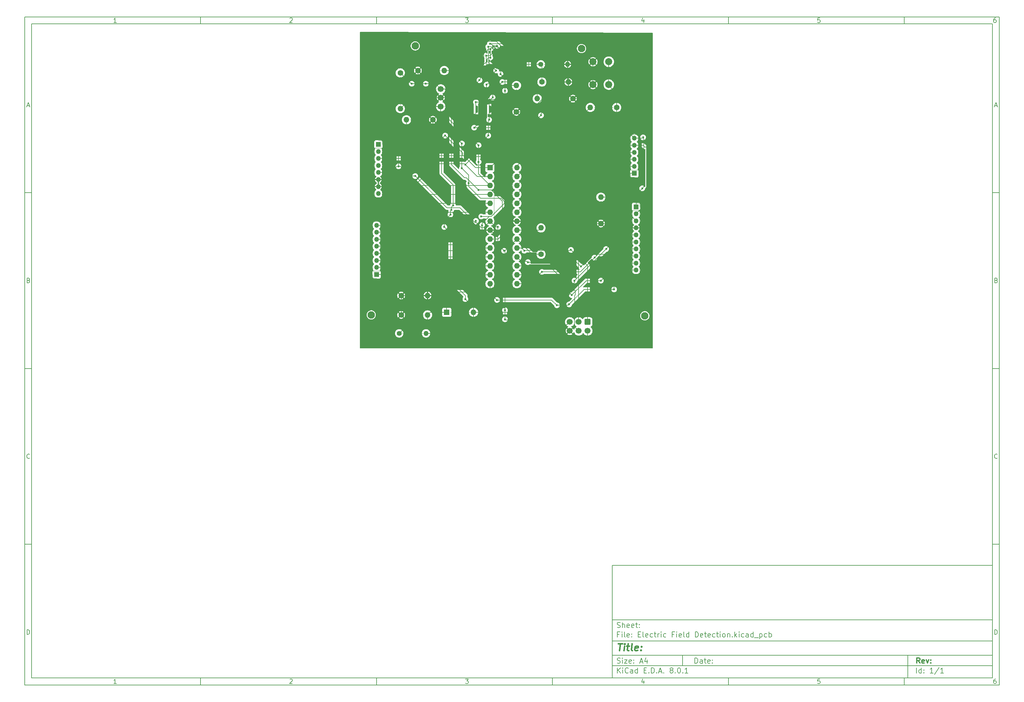
<source format=gbr>
%TF.GenerationSoftware,KiCad,Pcbnew,8.0.1*%
%TF.CreationDate,2025-11-12T10:25:25+00:00*%
%TF.ProjectId,Electric Field Detection,456c6563-7472-4696-9320-4669656c6420,rev?*%
%TF.SameCoordinates,Original*%
%TF.FileFunction,Legend,Bot*%
%TF.FilePolarity,Positive*%
%FSLAX46Y46*%
G04 Gerber Fmt 4.6, Leading zero omitted, Abs format (unit mm)*
G04 Created by KiCad (PCBNEW 8.0.1) date 2025-11-12 10:25:25*
%MOMM*%
%LPD*%
G01*
G04 APERTURE LIST*
G04 Aperture macros list*
%AMRoundRect*
0 Rectangle with rounded corners*
0 $1 Rounding radius*
0 $2 $3 $4 $5 $6 $7 $8 $9 X,Y pos of 4 corners*
0 Add a 4 corners polygon primitive as box body*
4,1,4,$2,$3,$4,$5,$6,$7,$8,$9,$2,$3,0*
0 Add four circle primitives for the rounded corners*
1,1,$1+$1,$2,$3*
1,1,$1+$1,$4,$5*
1,1,$1+$1,$6,$7*
1,1,$1+$1,$8,$9*
0 Add four rect primitives between the rounded corners*
20,1,$1+$1,$2,$3,$4,$5,0*
20,1,$1+$1,$4,$5,$6,$7,0*
20,1,$1+$1,$6,$7,$8,$9,0*
20,1,$1+$1,$8,$9,$2,$3,0*%
G04 Aperture macros list end*
%ADD10C,0.100000*%
%ADD11C,0.150000*%
%ADD12C,0.300000*%
%ADD13C,0.400000*%
%ADD14C,0.120000*%
%TA.AperFunction,ComponentPad*%
%ADD15C,1.700000*%
%TD*%
%TA.AperFunction,ComponentPad*%
%ADD16C,1.600000*%
%TD*%
%TA.AperFunction,ComponentPad*%
%ADD17O,1.600000X1.600000*%
%TD*%
%TA.AperFunction,ComponentPad*%
%ADD18RoundRect,0.250000X-0.600000X0.600000X-0.600000X-0.600000X0.600000X-0.600000X0.600000X0.600000X0*%
%TD*%
%TA.AperFunction,ComponentPad*%
%ADD19R,1.350000X1.350000*%
%TD*%
%TA.AperFunction,ComponentPad*%
%ADD20O,1.350000X1.350000*%
%TD*%
%TA.AperFunction,ComponentPad*%
%ADD21C,2.000000*%
%TD*%
%TA.AperFunction,ComponentPad*%
%ADD22C,1.400000*%
%TD*%
%TA.AperFunction,ComponentPad*%
%ADD23O,1.400000X1.400000*%
%TD*%
%TA.AperFunction,ComponentPad*%
%ADD24R,1.600000X1.600000*%
%TD*%
%TA.AperFunction,ViaPad*%
%ADD25C,0.600000*%
%TD*%
%TA.AperFunction,Conductor*%
%ADD26C,0.200000*%
%TD*%
%ADD27C,2.100000*%
%ADD28C,1.700000*%
%ADD29C,1.600000*%
%ADD30O,1.600000X1.600000*%
%ADD31RoundRect,0.250000X-0.600000X0.600000X-0.600000X-0.600000X0.600000X-0.600000X0.600000X0.600000X0*%
%ADD32R,1.350000X1.350000*%
%ADD33O,1.350000X1.350000*%
%ADD34C,2.000000*%
%ADD35C,1.400000*%
%ADD36O,1.400000X1.400000*%
%ADD37R,1.600000X1.600000*%
%TA.AperFunction,SMDPad,CuDef*%
%ADD38RoundRect,0.150000X-0.150000X0.825000X-0.150000X-0.825000X0.150000X-0.825000X0.150000X0.825000X0*%
%TD*%
%TA.AperFunction,SMDPad,CuDef*%
%ADD39RoundRect,0.100000X-0.100000X-0.295000X0.100000X-0.295000X0.100000X0.295000X-0.100000X0.295000X0*%
%TD*%
%TA.AperFunction,SMDPad,CuDef*%
%ADD40RoundRect,0.162500X-0.162500X-0.637500X0.162500X-0.637500X0.162500X0.637500X-0.162500X0.637500X0*%
%TD*%
%ADD41RoundRect,0.150000X-0.150000X0.825000X-0.150000X-0.825000X0.150000X-0.825000X0.150000X0.825000X0*%
%ADD42RoundRect,0.100000X-0.100000X-0.295000X0.100000X-0.295000X0.100000X0.295000X-0.100000X0.295000X0*%
%ADD43RoundRect,0.162500X-0.162500X-0.637500X0.162500X-0.637500X0.162500X0.637500X-0.162500X0.637500X0*%
G04 APERTURE END LIST*
D10*
D11*
X177002200Y-166007200D02*
X285002200Y-166007200D01*
X285002200Y-198007200D01*
X177002200Y-198007200D01*
X177002200Y-166007200D01*
D10*
D11*
X10000000Y-10000000D02*
X287002200Y-10000000D01*
X287002200Y-200007200D01*
X10000000Y-200007200D01*
X10000000Y-10000000D01*
D10*
D11*
X12000000Y-12000000D02*
X285002200Y-12000000D01*
X285002200Y-198007200D01*
X12000000Y-198007200D01*
X12000000Y-12000000D01*
D10*
D11*
X60000000Y-12000000D02*
X60000000Y-10000000D01*
D10*
D11*
X110000000Y-12000000D02*
X110000000Y-10000000D01*
D10*
D11*
X160000000Y-12000000D02*
X160000000Y-10000000D01*
D10*
D11*
X210000000Y-12000000D02*
X210000000Y-10000000D01*
D10*
D11*
X260000000Y-12000000D02*
X260000000Y-10000000D01*
D10*
D11*
X36089160Y-11593604D02*
X35346303Y-11593604D01*
X35717731Y-11593604D02*
X35717731Y-10293604D01*
X35717731Y-10293604D02*
X35593922Y-10479319D01*
X35593922Y-10479319D02*
X35470112Y-10603128D01*
X35470112Y-10603128D02*
X35346303Y-10665033D01*
D10*
D11*
X85346303Y-10417414D02*
X85408207Y-10355509D01*
X85408207Y-10355509D02*
X85532017Y-10293604D01*
X85532017Y-10293604D02*
X85841541Y-10293604D01*
X85841541Y-10293604D02*
X85965350Y-10355509D01*
X85965350Y-10355509D02*
X86027255Y-10417414D01*
X86027255Y-10417414D02*
X86089160Y-10541223D01*
X86089160Y-10541223D02*
X86089160Y-10665033D01*
X86089160Y-10665033D02*
X86027255Y-10850747D01*
X86027255Y-10850747D02*
X85284398Y-11593604D01*
X85284398Y-11593604D02*
X86089160Y-11593604D01*
D10*
D11*
X135284398Y-10293604D02*
X136089160Y-10293604D01*
X136089160Y-10293604D02*
X135655826Y-10788842D01*
X135655826Y-10788842D02*
X135841541Y-10788842D01*
X135841541Y-10788842D02*
X135965350Y-10850747D01*
X135965350Y-10850747D02*
X136027255Y-10912652D01*
X136027255Y-10912652D02*
X136089160Y-11036461D01*
X136089160Y-11036461D02*
X136089160Y-11345985D01*
X136089160Y-11345985D02*
X136027255Y-11469795D01*
X136027255Y-11469795D02*
X135965350Y-11531700D01*
X135965350Y-11531700D02*
X135841541Y-11593604D01*
X135841541Y-11593604D02*
X135470112Y-11593604D01*
X135470112Y-11593604D02*
X135346303Y-11531700D01*
X135346303Y-11531700D02*
X135284398Y-11469795D01*
D10*
D11*
X185965350Y-10726938D02*
X185965350Y-11593604D01*
X185655826Y-10231700D02*
X185346303Y-11160271D01*
X185346303Y-11160271D02*
X186151064Y-11160271D01*
D10*
D11*
X236027255Y-10293604D02*
X235408207Y-10293604D01*
X235408207Y-10293604D02*
X235346303Y-10912652D01*
X235346303Y-10912652D02*
X235408207Y-10850747D01*
X235408207Y-10850747D02*
X235532017Y-10788842D01*
X235532017Y-10788842D02*
X235841541Y-10788842D01*
X235841541Y-10788842D02*
X235965350Y-10850747D01*
X235965350Y-10850747D02*
X236027255Y-10912652D01*
X236027255Y-10912652D02*
X236089160Y-11036461D01*
X236089160Y-11036461D02*
X236089160Y-11345985D01*
X236089160Y-11345985D02*
X236027255Y-11469795D01*
X236027255Y-11469795D02*
X235965350Y-11531700D01*
X235965350Y-11531700D02*
X235841541Y-11593604D01*
X235841541Y-11593604D02*
X235532017Y-11593604D01*
X235532017Y-11593604D02*
X235408207Y-11531700D01*
X235408207Y-11531700D02*
X235346303Y-11469795D01*
D10*
D11*
X285965350Y-10293604D02*
X285717731Y-10293604D01*
X285717731Y-10293604D02*
X285593922Y-10355509D01*
X285593922Y-10355509D02*
X285532017Y-10417414D01*
X285532017Y-10417414D02*
X285408207Y-10603128D01*
X285408207Y-10603128D02*
X285346303Y-10850747D01*
X285346303Y-10850747D02*
X285346303Y-11345985D01*
X285346303Y-11345985D02*
X285408207Y-11469795D01*
X285408207Y-11469795D02*
X285470112Y-11531700D01*
X285470112Y-11531700D02*
X285593922Y-11593604D01*
X285593922Y-11593604D02*
X285841541Y-11593604D01*
X285841541Y-11593604D02*
X285965350Y-11531700D01*
X285965350Y-11531700D02*
X286027255Y-11469795D01*
X286027255Y-11469795D02*
X286089160Y-11345985D01*
X286089160Y-11345985D02*
X286089160Y-11036461D01*
X286089160Y-11036461D02*
X286027255Y-10912652D01*
X286027255Y-10912652D02*
X285965350Y-10850747D01*
X285965350Y-10850747D02*
X285841541Y-10788842D01*
X285841541Y-10788842D02*
X285593922Y-10788842D01*
X285593922Y-10788842D02*
X285470112Y-10850747D01*
X285470112Y-10850747D02*
X285408207Y-10912652D01*
X285408207Y-10912652D02*
X285346303Y-11036461D01*
D10*
D11*
X60000000Y-198007200D02*
X60000000Y-200007200D01*
D10*
D11*
X110000000Y-198007200D02*
X110000000Y-200007200D01*
D10*
D11*
X160000000Y-198007200D02*
X160000000Y-200007200D01*
D10*
D11*
X210000000Y-198007200D02*
X210000000Y-200007200D01*
D10*
D11*
X260000000Y-198007200D02*
X260000000Y-200007200D01*
D10*
D11*
X36089160Y-199600804D02*
X35346303Y-199600804D01*
X35717731Y-199600804D02*
X35717731Y-198300804D01*
X35717731Y-198300804D02*
X35593922Y-198486519D01*
X35593922Y-198486519D02*
X35470112Y-198610328D01*
X35470112Y-198610328D02*
X35346303Y-198672233D01*
D10*
D11*
X85346303Y-198424614D02*
X85408207Y-198362709D01*
X85408207Y-198362709D02*
X85532017Y-198300804D01*
X85532017Y-198300804D02*
X85841541Y-198300804D01*
X85841541Y-198300804D02*
X85965350Y-198362709D01*
X85965350Y-198362709D02*
X86027255Y-198424614D01*
X86027255Y-198424614D02*
X86089160Y-198548423D01*
X86089160Y-198548423D02*
X86089160Y-198672233D01*
X86089160Y-198672233D02*
X86027255Y-198857947D01*
X86027255Y-198857947D02*
X85284398Y-199600804D01*
X85284398Y-199600804D02*
X86089160Y-199600804D01*
D10*
D11*
X135284398Y-198300804D02*
X136089160Y-198300804D01*
X136089160Y-198300804D02*
X135655826Y-198796042D01*
X135655826Y-198796042D02*
X135841541Y-198796042D01*
X135841541Y-198796042D02*
X135965350Y-198857947D01*
X135965350Y-198857947D02*
X136027255Y-198919852D01*
X136027255Y-198919852D02*
X136089160Y-199043661D01*
X136089160Y-199043661D02*
X136089160Y-199353185D01*
X136089160Y-199353185D02*
X136027255Y-199476995D01*
X136027255Y-199476995D02*
X135965350Y-199538900D01*
X135965350Y-199538900D02*
X135841541Y-199600804D01*
X135841541Y-199600804D02*
X135470112Y-199600804D01*
X135470112Y-199600804D02*
X135346303Y-199538900D01*
X135346303Y-199538900D02*
X135284398Y-199476995D01*
D10*
D11*
X185965350Y-198734138D02*
X185965350Y-199600804D01*
X185655826Y-198238900D02*
X185346303Y-199167471D01*
X185346303Y-199167471D02*
X186151064Y-199167471D01*
D10*
D11*
X236027255Y-198300804D02*
X235408207Y-198300804D01*
X235408207Y-198300804D02*
X235346303Y-198919852D01*
X235346303Y-198919852D02*
X235408207Y-198857947D01*
X235408207Y-198857947D02*
X235532017Y-198796042D01*
X235532017Y-198796042D02*
X235841541Y-198796042D01*
X235841541Y-198796042D02*
X235965350Y-198857947D01*
X235965350Y-198857947D02*
X236027255Y-198919852D01*
X236027255Y-198919852D02*
X236089160Y-199043661D01*
X236089160Y-199043661D02*
X236089160Y-199353185D01*
X236089160Y-199353185D02*
X236027255Y-199476995D01*
X236027255Y-199476995D02*
X235965350Y-199538900D01*
X235965350Y-199538900D02*
X235841541Y-199600804D01*
X235841541Y-199600804D02*
X235532017Y-199600804D01*
X235532017Y-199600804D02*
X235408207Y-199538900D01*
X235408207Y-199538900D02*
X235346303Y-199476995D01*
D10*
D11*
X285965350Y-198300804D02*
X285717731Y-198300804D01*
X285717731Y-198300804D02*
X285593922Y-198362709D01*
X285593922Y-198362709D02*
X285532017Y-198424614D01*
X285532017Y-198424614D02*
X285408207Y-198610328D01*
X285408207Y-198610328D02*
X285346303Y-198857947D01*
X285346303Y-198857947D02*
X285346303Y-199353185D01*
X285346303Y-199353185D02*
X285408207Y-199476995D01*
X285408207Y-199476995D02*
X285470112Y-199538900D01*
X285470112Y-199538900D02*
X285593922Y-199600804D01*
X285593922Y-199600804D02*
X285841541Y-199600804D01*
X285841541Y-199600804D02*
X285965350Y-199538900D01*
X285965350Y-199538900D02*
X286027255Y-199476995D01*
X286027255Y-199476995D02*
X286089160Y-199353185D01*
X286089160Y-199353185D02*
X286089160Y-199043661D01*
X286089160Y-199043661D02*
X286027255Y-198919852D01*
X286027255Y-198919852D02*
X285965350Y-198857947D01*
X285965350Y-198857947D02*
X285841541Y-198796042D01*
X285841541Y-198796042D02*
X285593922Y-198796042D01*
X285593922Y-198796042D02*
X285470112Y-198857947D01*
X285470112Y-198857947D02*
X285408207Y-198919852D01*
X285408207Y-198919852D02*
X285346303Y-199043661D01*
D10*
D11*
X10000000Y-60000000D02*
X12000000Y-60000000D01*
D10*
D11*
X10000000Y-110000000D02*
X12000000Y-110000000D01*
D10*
D11*
X10000000Y-160000000D02*
X12000000Y-160000000D01*
D10*
D11*
X10690476Y-35222176D02*
X11309523Y-35222176D01*
X10566666Y-35593604D02*
X10999999Y-34293604D01*
X10999999Y-34293604D02*
X11433333Y-35593604D01*
D10*
D11*
X11092857Y-84912652D02*
X11278571Y-84974557D01*
X11278571Y-84974557D02*
X11340476Y-85036461D01*
X11340476Y-85036461D02*
X11402380Y-85160271D01*
X11402380Y-85160271D02*
X11402380Y-85345985D01*
X11402380Y-85345985D02*
X11340476Y-85469795D01*
X11340476Y-85469795D02*
X11278571Y-85531700D01*
X11278571Y-85531700D02*
X11154761Y-85593604D01*
X11154761Y-85593604D02*
X10659523Y-85593604D01*
X10659523Y-85593604D02*
X10659523Y-84293604D01*
X10659523Y-84293604D02*
X11092857Y-84293604D01*
X11092857Y-84293604D02*
X11216666Y-84355509D01*
X11216666Y-84355509D02*
X11278571Y-84417414D01*
X11278571Y-84417414D02*
X11340476Y-84541223D01*
X11340476Y-84541223D02*
X11340476Y-84665033D01*
X11340476Y-84665033D02*
X11278571Y-84788842D01*
X11278571Y-84788842D02*
X11216666Y-84850747D01*
X11216666Y-84850747D02*
X11092857Y-84912652D01*
X11092857Y-84912652D02*
X10659523Y-84912652D01*
D10*
D11*
X11402380Y-135469795D02*
X11340476Y-135531700D01*
X11340476Y-135531700D02*
X11154761Y-135593604D01*
X11154761Y-135593604D02*
X11030952Y-135593604D01*
X11030952Y-135593604D02*
X10845238Y-135531700D01*
X10845238Y-135531700D02*
X10721428Y-135407890D01*
X10721428Y-135407890D02*
X10659523Y-135284080D01*
X10659523Y-135284080D02*
X10597619Y-135036461D01*
X10597619Y-135036461D02*
X10597619Y-134850747D01*
X10597619Y-134850747D02*
X10659523Y-134603128D01*
X10659523Y-134603128D02*
X10721428Y-134479319D01*
X10721428Y-134479319D02*
X10845238Y-134355509D01*
X10845238Y-134355509D02*
X11030952Y-134293604D01*
X11030952Y-134293604D02*
X11154761Y-134293604D01*
X11154761Y-134293604D02*
X11340476Y-134355509D01*
X11340476Y-134355509D02*
X11402380Y-134417414D01*
D10*
D11*
X10659523Y-185593604D02*
X10659523Y-184293604D01*
X10659523Y-184293604D02*
X10969047Y-184293604D01*
X10969047Y-184293604D02*
X11154761Y-184355509D01*
X11154761Y-184355509D02*
X11278571Y-184479319D01*
X11278571Y-184479319D02*
X11340476Y-184603128D01*
X11340476Y-184603128D02*
X11402380Y-184850747D01*
X11402380Y-184850747D02*
X11402380Y-185036461D01*
X11402380Y-185036461D02*
X11340476Y-185284080D01*
X11340476Y-185284080D02*
X11278571Y-185407890D01*
X11278571Y-185407890D02*
X11154761Y-185531700D01*
X11154761Y-185531700D02*
X10969047Y-185593604D01*
X10969047Y-185593604D02*
X10659523Y-185593604D01*
D10*
D11*
X287002200Y-60000000D02*
X285002200Y-60000000D01*
D10*
D11*
X287002200Y-110000000D02*
X285002200Y-110000000D01*
D10*
D11*
X287002200Y-160000000D02*
X285002200Y-160000000D01*
D10*
D11*
X285692676Y-35222176D02*
X286311723Y-35222176D01*
X285568866Y-35593604D02*
X286002199Y-34293604D01*
X286002199Y-34293604D02*
X286435533Y-35593604D01*
D10*
D11*
X286095057Y-84912652D02*
X286280771Y-84974557D01*
X286280771Y-84974557D02*
X286342676Y-85036461D01*
X286342676Y-85036461D02*
X286404580Y-85160271D01*
X286404580Y-85160271D02*
X286404580Y-85345985D01*
X286404580Y-85345985D02*
X286342676Y-85469795D01*
X286342676Y-85469795D02*
X286280771Y-85531700D01*
X286280771Y-85531700D02*
X286156961Y-85593604D01*
X286156961Y-85593604D02*
X285661723Y-85593604D01*
X285661723Y-85593604D02*
X285661723Y-84293604D01*
X285661723Y-84293604D02*
X286095057Y-84293604D01*
X286095057Y-84293604D02*
X286218866Y-84355509D01*
X286218866Y-84355509D02*
X286280771Y-84417414D01*
X286280771Y-84417414D02*
X286342676Y-84541223D01*
X286342676Y-84541223D02*
X286342676Y-84665033D01*
X286342676Y-84665033D02*
X286280771Y-84788842D01*
X286280771Y-84788842D02*
X286218866Y-84850747D01*
X286218866Y-84850747D02*
X286095057Y-84912652D01*
X286095057Y-84912652D02*
X285661723Y-84912652D01*
D10*
D11*
X286404580Y-135469795D02*
X286342676Y-135531700D01*
X286342676Y-135531700D02*
X286156961Y-135593604D01*
X286156961Y-135593604D02*
X286033152Y-135593604D01*
X286033152Y-135593604D02*
X285847438Y-135531700D01*
X285847438Y-135531700D02*
X285723628Y-135407890D01*
X285723628Y-135407890D02*
X285661723Y-135284080D01*
X285661723Y-135284080D02*
X285599819Y-135036461D01*
X285599819Y-135036461D02*
X285599819Y-134850747D01*
X285599819Y-134850747D02*
X285661723Y-134603128D01*
X285661723Y-134603128D02*
X285723628Y-134479319D01*
X285723628Y-134479319D02*
X285847438Y-134355509D01*
X285847438Y-134355509D02*
X286033152Y-134293604D01*
X286033152Y-134293604D02*
X286156961Y-134293604D01*
X286156961Y-134293604D02*
X286342676Y-134355509D01*
X286342676Y-134355509D02*
X286404580Y-134417414D01*
D10*
D11*
X285661723Y-185593604D02*
X285661723Y-184293604D01*
X285661723Y-184293604D02*
X285971247Y-184293604D01*
X285971247Y-184293604D02*
X286156961Y-184355509D01*
X286156961Y-184355509D02*
X286280771Y-184479319D01*
X286280771Y-184479319D02*
X286342676Y-184603128D01*
X286342676Y-184603128D02*
X286404580Y-184850747D01*
X286404580Y-184850747D02*
X286404580Y-185036461D01*
X286404580Y-185036461D02*
X286342676Y-185284080D01*
X286342676Y-185284080D02*
X286280771Y-185407890D01*
X286280771Y-185407890D02*
X286156961Y-185531700D01*
X286156961Y-185531700D02*
X285971247Y-185593604D01*
X285971247Y-185593604D02*
X285661723Y-185593604D01*
D10*
D11*
X200458026Y-193793328D02*
X200458026Y-192293328D01*
X200458026Y-192293328D02*
X200815169Y-192293328D01*
X200815169Y-192293328D02*
X201029455Y-192364757D01*
X201029455Y-192364757D02*
X201172312Y-192507614D01*
X201172312Y-192507614D02*
X201243741Y-192650471D01*
X201243741Y-192650471D02*
X201315169Y-192936185D01*
X201315169Y-192936185D02*
X201315169Y-193150471D01*
X201315169Y-193150471D02*
X201243741Y-193436185D01*
X201243741Y-193436185D02*
X201172312Y-193579042D01*
X201172312Y-193579042D02*
X201029455Y-193721900D01*
X201029455Y-193721900D02*
X200815169Y-193793328D01*
X200815169Y-193793328D02*
X200458026Y-193793328D01*
X202600884Y-193793328D02*
X202600884Y-193007614D01*
X202600884Y-193007614D02*
X202529455Y-192864757D01*
X202529455Y-192864757D02*
X202386598Y-192793328D01*
X202386598Y-192793328D02*
X202100884Y-192793328D01*
X202100884Y-192793328D02*
X201958026Y-192864757D01*
X202600884Y-193721900D02*
X202458026Y-193793328D01*
X202458026Y-193793328D02*
X202100884Y-193793328D01*
X202100884Y-193793328D02*
X201958026Y-193721900D01*
X201958026Y-193721900D02*
X201886598Y-193579042D01*
X201886598Y-193579042D02*
X201886598Y-193436185D01*
X201886598Y-193436185D02*
X201958026Y-193293328D01*
X201958026Y-193293328D02*
X202100884Y-193221900D01*
X202100884Y-193221900D02*
X202458026Y-193221900D01*
X202458026Y-193221900D02*
X202600884Y-193150471D01*
X203100884Y-192793328D02*
X203672312Y-192793328D01*
X203315169Y-192293328D02*
X203315169Y-193579042D01*
X203315169Y-193579042D02*
X203386598Y-193721900D01*
X203386598Y-193721900D02*
X203529455Y-193793328D01*
X203529455Y-193793328D02*
X203672312Y-193793328D01*
X204743741Y-193721900D02*
X204600884Y-193793328D01*
X204600884Y-193793328D02*
X204315170Y-193793328D01*
X204315170Y-193793328D02*
X204172312Y-193721900D01*
X204172312Y-193721900D02*
X204100884Y-193579042D01*
X204100884Y-193579042D02*
X204100884Y-193007614D01*
X204100884Y-193007614D02*
X204172312Y-192864757D01*
X204172312Y-192864757D02*
X204315170Y-192793328D01*
X204315170Y-192793328D02*
X204600884Y-192793328D01*
X204600884Y-192793328D02*
X204743741Y-192864757D01*
X204743741Y-192864757D02*
X204815170Y-193007614D01*
X204815170Y-193007614D02*
X204815170Y-193150471D01*
X204815170Y-193150471D02*
X204100884Y-193293328D01*
X205458026Y-193650471D02*
X205529455Y-193721900D01*
X205529455Y-193721900D02*
X205458026Y-193793328D01*
X205458026Y-193793328D02*
X205386598Y-193721900D01*
X205386598Y-193721900D02*
X205458026Y-193650471D01*
X205458026Y-193650471D02*
X205458026Y-193793328D01*
X205458026Y-192864757D02*
X205529455Y-192936185D01*
X205529455Y-192936185D02*
X205458026Y-193007614D01*
X205458026Y-193007614D02*
X205386598Y-192936185D01*
X205386598Y-192936185D02*
X205458026Y-192864757D01*
X205458026Y-192864757D02*
X205458026Y-193007614D01*
D10*
D11*
X177002200Y-194507200D02*
X285002200Y-194507200D01*
D10*
D11*
X178458026Y-196593328D02*
X178458026Y-195093328D01*
X179315169Y-196593328D02*
X178672312Y-195736185D01*
X179315169Y-195093328D02*
X178458026Y-195950471D01*
X179958026Y-196593328D02*
X179958026Y-195593328D01*
X179958026Y-195093328D02*
X179886598Y-195164757D01*
X179886598Y-195164757D02*
X179958026Y-195236185D01*
X179958026Y-195236185D02*
X180029455Y-195164757D01*
X180029455Y-195164757D02*
X179958026Y-195093328D01*
X179958026Y-195093328D02*
X179958026Y-195236185D01*
X181529455Y-196450471D02*
X181458027Y-196521900D01*
X181458027Y-196521900D02*
X181243741Y-196593328D01*
X181243741Y-196593328D02*
X181100884Y-196593328D01*
X181100884Y-196593328D02*
X180886598Y-196521900D01*
X180886598Y-196521900D02*
X180743741Y-196379042D01*
X180743741Y-196379042D02*
X180672312Y-196236185D01*
X180672312Y-196236185D02*
X180600884Y-195950471D01*
X180600884Y-195950471D02*
X180600884Y-195736185D01*
X180600884Y-195736185D02*
X180672312Y-195450471D01*
X180672312Y-195450471D02*
X180743741Y-195307614D01*
X180743741Y-195307614D02*
X180886598Y-195164757D01*
X180886598Y-195164757D02*
X181100884Y-195093328D01*
X181100884Y-195093328D02*
X181243741Y-195093328D01*
X181243741Y-195093328D02*
X181458027Y-195164757D01*
X181458027Y-195164757D02*
X181529455Y-195236185D01*
X182815170Y-196593328D02*
X182815170Y-195807614D01*
X182815170Y-195807614D02*
X182743741Y-195664757D01*
X182743741Y-195664757D02*
X182600884Y-195593328D01*
X182600884Y-195593328D02*
X182315170Y-195593328D01*
X182315170Y-195593328D02*
X182172312Y-195664757D01*
X182815170Y-196521900D02*
X182672312Y-196593328D01*
X182672312Y-196593328D02*
X182315170Y-196593328D01*
X182315170Y-196593328D02*
X182172312Y-196521900D01*
X182172312Y-196521900D02*
X182100884Y-196379042D01*
X182100884Y-196379042D02*
X182100884Y-196236185D01*
X182100884Y-196236185D02*
X182172312Y-196093328D01*
X182172312Y-196093328D02*
X182315170Y-196021900D01*
X182315170Y-196021900D02*
X182672312Y-196021900D01*
X182672312Y-196021900D02*
X182815170Y-195950471D01*
X184172313Y-196593328D02*
X184172313Y-195093328D01*
X184172313Y-196521900D02*
X184029455Y-196593328D01*
X184029455Y-196593328D02*
X183743741Y-196593328D01*
X183743741Y-196593328D02*
X183600884Y-196521900D01*
X183600884Y-196521900D02*
X183529455Y-196450471D01*
X183529455Y-196450471D02*
X183458027Y-196307614D01*
X183458027Y-196307614D02*
X183458027Y-195879042D01*
X183458027Y-195879042D02*
X183529455Y-195736185D01*
X183529455Y-195736185D02*
X183600884Y-195664757D01*
X183600884Y-195664757D02*
X183743741Y-195593328D01*
X183743741Y-195593328D02*
X184029455Y-195593328D01*
X184029455Y-195593328D02*
X184172313Y-195664757D01*
X186029455Y-195807614D02*
X186529455Y-195807614D01*
X186743741Y-196593328D02*
X186029455Y-196593328D01*
X186029455Y-196593328D02*
X186029455Y-195093328D01*
X186029455Y-195093328D02*
X186743741Y-195093328D01*
X187386598Y-196450471D02*
X187458027Y-196521900D01*
X187458027Y-196521900D02*
X187386598Y-196593328D01*
X187386598Y-196593328D02*
X187315170Y-196521900D01*
X187315170Y-196521900D02*
X187386598Y-196450471D01*
X187386598Y-196450471D02*
X187386598Y-196593328D01*
X188100884Y-196593328D02*
X188100884Y-195093328D01*
X188100884Y-195093328D02*
X188458027Y-195093328D01*
X188458027Y-195093328D02*
X188672313Y-195164757D01*
X188672313Y-195164757D02*
X188815170Y-195307614D01*
X188815170Y-195307614D02*
X188886599Y-195450471D01*
X188886599Y-195450471D02*
X188958027Y-195736185D01*
X188958027Y-195736185D02*
X188958027Y-195950471D01*
X188958027Y-195950471D02*
X188886599Y-196236185D01*
X188886599Y-196236185D02*
X188815170Y-196379042D01*
X188815170Y-196379042D02*
X188672313Y-196521900D01*
X188672313Y-196521900D02*
X188458027Y-196593328D01*
X188458027Y-196593328D02*
X188100884Y-196593328D01*
X189600884Y-196450471D02*
X189672313Y-196521900D01*
X189672313Y-196521900D02*
X189600884Y-196593328D01*
X189600884Y-196593328D02*
X189529456Y-196521900D01*
X189529456Y-196521900D02*
X189600884Y-196450471D01*
X189600884Y-196450471D02*
X189600884Y-196593328D01*
X190243742Y-196164757D02*
X190958028Y-196164757D01*
X190100885Y-196593328D02*
X190600885Y-195093328D01*
X190600885Y-195093328D02*
X191100885Y-196593328D01*
X191600884Y-196450471D02*
X191672313Y-196521900D01*
X191672313Y-196521900D02*
X191600884Y-196593328D01*
X191600884Y-196593328D02*
X191529456Y-196521900D01*
X191529456Y-196521900D02*
X191600884Y-196450471D01*
X191600884Y-196450471D02*
X191600884Y-196593328D01*
X193672313Y-195736185D02*
X193529456Y-195664757D01*
X193529456Y-195664757D02*
X193458027Y-195593328D01*
X193458027Y-195593328D02*
X193386599Y-195450471D01*
X193386599Y-195450471D02*
X193386599Y-195379042D01*
X193386599Y-195379042D02*
X193458027Y-195236185D01*
X193458027Y-195236185D02*
X193529456Y-195164757D01*
X193529456Y-195164757D02*
X193672313Y-195093328D01*
X193672313Y-195093328D02*
X193958027Y-195093328D01*
X193958027Y-195093328D02*
X194100885Y-195164757D01*
X194100885Y-195164757D02*
X194172313Y-195236185D01*
X194172313Y-195236185D02*
X194243742Y-195379042D01*
X194243742Y-195379042D02*
X194243742Y-195450471D01*
X194243742Y-195450471D02*
X194172313Y-195593328D01*
X194172313Y-195593328D02*
X194100885Y-195664757D01*
X194100885Y-195664757D02*
X193958027Y-195736185D01*
X193958027Y-195736185D02*
X193672313Y-195736185D01*
X193672313Y-195736185D02*
X193529456Y-195807614D01*
X193529456Y-195807614D02*
X193458027Y-195879042D01*
X193458027Y-195879042D02*
X193386599Y-196021900D01*
X193386599Y-196021900D02*
X193386599Y-196307614D01*
X193386599Y-196307614D02*
X193458027Y-196450471D01*
X193458027Y-196450471D02*
X193529456Y-196521900D01*
X193529456Y-196521900D02*
X193672313Y-196593328D01*
X193672313Y-196593328D02*
X193958027Y-196593328D01*
X193958027Y-196593328D02*
X194100885Y-196521900D01*
X194100885Y-196521900D02*
X194172313Y-196450471D01*
X194172313Y-196450471D02*
X194243742Y-196307614D01*
X194243742Y-196307614D02*
X194243742Y-196021900D01*
X194243742Y-196021900D02*
X194172313Y-195879042D01*
X194172313Y-195879042D02*
X194100885Y-195807614D01*
X194100885Y-195807614D02*
X193958027Y-195736185D01*
X194886598Y-196450471D02*
X194958027Y-196521900D01*
X194958027Y-196521900D02*
X194886598Y-196593328D01*
X194886598Y-196593328D02*
X194815170Y-196521900D01*
X194815170Y-196521900D02*
X194886598Y-196450471D01*
X194886598Y-196450471D02*
X194886598Y-196593328D01*
X195886599Y-195093328D02*
X196029456Y-195093328D01*
X196029456Y-195093328D02*
X196172313Y-195164757D01*
X196172313Y-195164757D02*
X196243742Y-195236185D01*
X196243742Y-195236185D02*
X196315170Y-195379042D01*
X196315170Y-195379042D02*
X196386599Y-195664757D01*
X196386599Y-195664757D02*
X196386599Y-196021900D01*
X196386599Y-196021900D02*
X196315170Y-196307614D01*
X196315170Y-196307614D02*
X196243742Y-196450471D01*
X196243742Y-196450471D02*
X196172313Y-196521900D01*
X196172313Y-196521900D02*
X196029456Y-196593328D01*
X196029456Y-196593328D02*
X195886599Y-196593328D01*
X195886599Y-196593328D02*
X195743742Y-196521900D01*
X195743742Y-196521900D02*
X195672313Y-196450471D01*
X195672313Y-196450471D02*
X195600884Y-196307614D01*
X195600884Y-196307614D02*
X195529456Y-196021900D01*
X195529456Y-196021900D02*
X195529456Y-195664757D01*
X195529456Y-195664757D02*
X195600884Y-195379042D01*
X195600884Y-195379042D02*
X195672313Y-195236185D01*
X195672313Y-195236185D02*
X195743742Y-195164757D01*
X195743742Y-195164757D02*
X195886599Y-195093328D01*
X197029455Y-196450471D02*
X197100884Y-196521900D01*
X197100884Y-196521900D02*
X197029455Y-196593328D01*
X197029455Y-196593328D02*
X196958027Y-196521900D01*
X196958027Y-196521900D02*
X197029455Y-196450471D01*
X197029455Y-196450471D02*
X197029455Y-196593328D01*
X198529456Y-196593328D02*
X197672313Y-196593328D01*
X198100884Y-196593328D02*
X198100884Y-195093328D01*
X198100884Y-195093328D02*
X197958027Y-195307614D01*
X197958027Y-195307614D02*
X197815170Y-195450471D01*
X197815170Y-195450471D02*
X197672313Y-195521900D01*
D10*
D11*
X177002200Y-191507200D02*
X285002200Y-191507200D01*
D10*
D12*
X264413853Y-193785528D02*
X263913853Y-193071242D01*
X263556710Y-193785528D02*
X263556710Y-192285528D01*
X263556710Y-192285528D02*
X264128139Y-192285528D01*
X264128139Y-192285528D02*
X264270996Y-192356957D01*
X264270996Y-192356957D02*
X264342425Y-192428385D01*
X264342425Y-192428385D02*
X264413853Y-192571242D01*
X264413853Y-192571242D02*
X264413853Y-192785528D01*
X264413853Y-192785528D02*
X264342425Y-192928385D01*
X264342425Y-192928385D02*
X264270996Y-192999814D01*
X264270996Y-192999814D02*
X264128139Y-193071242D01*
X264128139Y-193071242D02*
X263556710Y-193071242D01*
X265628139Y-193714100D02*
X265485282Y-193785528D01*
X265485282Y-193785528D02*
X265199568Y-193785528D01*
X265199568Y-193785528D02*
X265056710Y-193714100D01*
X265056710Y-193714100D02*
X264985282Y-193571242D01*
X264985282Y-193571242D02*
X264985282Y-192999814D01*
X264985282Y-192999814D02*
X265056710Y-192856957D01*
X265056710Y-192856957D02*
X265199568Y-192785528D01*
X265199568Y-192785528D02*
X265485282Y-192785528D01*
X265485282Y-192785528D02*
X265628139Y-192856957D01*
X265628139Y-192856957D02*
X265699568Y-192999814D01*
X265699568Y-192999814D02*
X265699568Y-193142671D01*
X265699568Y-193142671D02*
X264985282Y-193285528D01*
X266199567Y-192785528D02*
X266556710Y-193785528D01*
X266556710Y-193785528D02*
X266913853Y-192785528D01*
X267485281Y-193642671D02*
X267556710Y-193714100D01*
X267556710Y-193714100D02*
X267485281Y-193785528D01*
X267485281Y-193785528D02*
X267413853Y-193714100D01*
X267413853Y-193714100D02*
X267485281Y-193642671D01*
X267485281Y-193642671D02*
X267485281Y-193785528D01*
X267485281Y-192856957D02*
X267556710Y-192928385D01*
X267556710Y-192928385D02*
X267485281Y-192999814D01*
X267485281Y-192999814D02*
X267413853Y-192928385D01*
X267413853Y-192928385D02*
X267485281Y-192856957D01*
X267485281Y-192856957D02*
X267485281Y-192999814D01*
D10*
D11*
X178386598Y-193721900D02*
X178600884Y-193793328D01*
X178600884Y-193793328D02*
X178958026Y-193793328D01*
X178958026Y-193793328D02*
X179100884Y-193721900D01*
X179100884Y-193721900D02*
X179172312Y-193650471D01*
X179172312Y-193650471D02*
X179243741Y-193507614D01*
X179243741Y-193507614D02*
X179243741Y-193364757D01*
X179243741Y-193364757D02*
X179172312Y-193221900D01*
X179172312Y-193221900D02*
X179100884Y-193150471D01*
X179100884Y-193150471D02*
X178958026Y-193079042D01*
X178958026Y-193079042D02*
X178672312Y-193007614D01*
X178672312Y-193007614D02*
X178529455Y-192936185D01*
X178529455Y-192936185D02*
X178458026Y-192864757D01*
X178458026Y-192864757D02*
X178386598Y-192721900D01*
X178386598Y-192721900D02*
X178386598Y-192579042D01*
X178386598Y-192579042D02*
X178458026Y-192436185D01*
X178458026Y-192436185D02*
X178529455Y-192364757D01*
X178529455Y-192364757D02*
X178672312Y-192293328D01*
X178672312Y-192293328D02*
X179029455Y-192293328D01*
X179029455Y-192293328D02*
X179243741Y-192364757D01*
X179886597Y-193793328D02*
X179886597Y-192793328D01*
X179886597Y-192293328D02*
X179815169Y-192364757D01*
X179815169Y-192364757D02*
X179886597Y-192436185D01*
X179886597Y-192436185D02*
X179958026Y-192364757D01*
X179958026Y-192364757D02*
X179886597Y-192293328D01*
X179886597Y-192293328D02*
X179886597Y-192436185D01*
X180458026Y-192793328D02*
X181243741Y-192793328D01*
X181243741Y-192793328D02*
X180458026Y-193793328D01*
X180458026Y-193793328D02*
X181243741Y-193793328D01*
X182386598Y-193721900D02*
X182243741Y-193793328D01*
X182243741Y-193793328D02*
X181958027Y-193793328D01*
X181958027Y-193793328D02*
X181815169Y-193721900D01*
X181815169Y-193721900D02*
X181743741Y-193579042D01*
X181743741Y-193579042D02*
X181743741Y-193007614D01*
X181743741Y-193007614D02*
X181815169Y-192864757D01*
X181815169Y-192864757D02*
X181958027Y-192793328D01*
X181958027Y-192793328D02*
X182243741Y-192793328D01*
X182243741Y-192793328D02*
X182386598Y-192864757D01*
X182386598Y-192864757D02*
X182458027Y-193007614D01*
X182458027Y-193007614D02*
X182458027Y-193150471D01*
X182458027Y-193150471D02*
X181743741Y-193293328D01*
X183100883Y-193650471D02*
X183172312Y-193721900D01*
X183172312Y-193721900D02*
X183100883Y-193793328D01*
X183100883Y-193793328D02*
X183029455Y-193721900D01*
X183029455Y-193721900D02*
X183100883Y-193650471D01*
X183100883Y-193650471D02*
X183100883Y-193793328D01*
X183100883Y-192864757D02*
X183172312Y-192936185D01*
X183172312Y-192936185D02*
X183100883Y-193007614D01*
X183100883Y-193007614D02*
X183029455Y-192936185D01*
X183029455Y-192936185D02*
X183100883Y-192864757D01*
X183100883Y-192864757D02*
X183100883Y-193007614D01*
X184886598Y-193364757D02*
X185600884Y-193364757D01*
X184743741Y-193793328D02*
X185243741Y-192293328D01*
X185243741Y-192293328D02*
X185743741Y-193793328D01*
X186886598Y-192793328D02*
X186886598Y-193793328D01*
X186529455Y-192221900D02*
X186172312Y-193293328D01*
X186172312Y-193293328D02*
X187100883Y-193293328D01*
D10*
D11*
X263458026Y-196593328D02*
X263458026Y-195093328D01*
X264815170Y-196593328D02*
X264815170Y-195093328D01*
X264815170Y-196521900D02*
X264672312Y-196593328D01*
X264672312Y-196593328D02*
X264386598Y-196593328D01*
X264386598Y-196593328D02*
X264243741Y-196521900D01*
X264243741Y-196521900D02*
X264172312Y-196450471D01*
X264172312Y-196450471D02*
X264100884Y-196307614D01*
X264100884Y-196307614D02*
X264100884Y-195879042D01*
X264100884Y-195879042D02*
X264172312Y-195736185D01*
X264172312Y-195736185D02*
X264243741Y-195664757D01*
X264243741Y-195664757D02*
X264386598Y-195593328D01*
X264386598Y-195593328D02*
X264672312Y-195593328D01*
X264672312Y-195593328D02*
X264815170Y-195664757D01*
X265529455Y-196450471D02*
X265600884Y-196521900D01*
X265600884Y-196521900D02*
X265529455Y-196593328D01*
X265529455Y-196593328D02*
X265458027Y-196521900D01*
X265458027Y-196521900D02*
X265529455Y-196450471D01*
X265529455Y-196450471D02*
X265529455Y-196593328D01*
X265529455Y-195664757D02*
X265600884Y-195736185D01*
X265600884Y-195736185D02*
X265529455Y-195807614D01*
X265529455Y-195807614D02*
X265458027Y-195736185D01*
X265458027Y-195736185D02*
X265529455Y-195664757D01*
X265529455Y-195664757D02*
X265529455Y-195807614D01*
X268172313Y-196593328D02*
X267315170Y-196593328D01*
X267743741Y-196593328D02*
X267743741Y-195093328D01*
X267743741Y-195093328D02*
X267600884Y-195307614D01*
X267600884Y-195307614D02*
X267458027Y-195450471D01*
X267458027Y-195450471D02*
X267315170Y-195521900D01*
X269886598Y-195021900D02*
X268600884Y-196950471D01*
X271172313Y-196593328D02*
X270315170Y-196593328D01*
X270743741Y-196593328D02*
X270743741Y-195093328D01*
X270743741Y-195093328D02*
X270600884Y-195307614D01*
X270600884Y-195307614D02*
X270458027Y-195450471D01*
X270458027Y-195450471D02*
X270315170Y-195521900D01*
D10*
D11*
X177002200Y-187507200D02*
X285002200Y-187507200D01*
D10*
D13*
X178693928Y-188211638D02*
X179836785Y-188211638D01*
X179015357Y-190211638D02*
X179265357Y-188211638D01*
X180253452Y-190211638D02*
X180420119Y-188878304D01*
X180503452Y-188211638D02*
X180396309Y-188306876D01*
X180396309Y-188306876D02*
X180479643Y-188402114D01*
X180479643Y-188402114D02*
X180586786Y-188306876D01*
X180586786Y-188306876D02*
X180503452Y-188211638D01*
X180503452Y-188211638D02*
X180479643Y-188402114D01*
X181086786Y-188878304D02*
X181848690Y-188878304D01*
X181455833Y-188211638D02*
X181241548Y-189925923D01*
X181241548Y-189925923D02*
X181312976Y-190116400D01*
X181312976Y-190116400D02*
X181491548Y-190211638D01*
X181491548Y-190211638D02*
X181682024Y-190211638D01*
X182634405Y-190211638D02*
X182455833Y-190116400D01*
X182455833Y-190116400D02*
X182384405Y-189925923D01*
X182384405Y-189925923D02*
X182598690Y-188211638D01*
X184170119Y-190116400D02*
X183967738Y-190211638D01*
X183967738Y-190211638D02*
X183586785Y-190211638D01*
X183586785Y-190211638D02*
X183408214Y-190116400D01*
X183408214Y-190116400D02*
X183336785Y-189925923D01*
X183336785Y-189925923D02*
X183432024Y-189164019D01*
X183432024Y-189164019D02*
X183551071Y-188973542D01*
X183551071Y-188973542D02*
X183753452Y-188878304D01*
X183753452Y-188878304D02*
X184134404Y-188878304D01*
X184134404Y-188878304D02*
X184312976Y-188973542D01*
X184312976Y-188973542D02*
X184384404Y-189164019D01*
X184384404Y-189164019D02*
X184360595Y-189354495D01*
X184360595Y-189354495D02*
X183384404Y-189544971D01*
X185134405Y-190021161D02*
X185217738Y-190116400D01*
X185217738Y-190116400D02*
X185110595Y-190211638D01*
X185110595Y-190211638D02*
X185027262Y-190116400D01*
X185027262Y-190116400D02*
X185134405Y-190021161D01*
X185134405Y-190021161D02*
X185110595Y-190211638D01*
X185265357Y-188973542D02*
X185348690Y-189068780D01*
X185348690Y-189068780D02*
X185241548Y-189164019D01*
X185241548Y-189164019D02*
X185158214Y-189068780D01*
X185158214Y-189068780D02*
X185265357Y-188973542D01*
X185265357Y-188973542D02*
X185241548Y-189164019D01*
D10*
D11*
X178958026Y-185607614D02*
X178458026Y-185607614D01*
X178458026Y-186393328D02*
X178458026Y-184893328D01*
X178458026Y-184893328D02*
X179172312Y-184893328D01*
X179743740Y-186393328D02*
X179743740Y-185393328D01*
X179743740Y-184893328D02*
X179672312Y-184964757D01*
X179672312Y-184964757D02*
X179743740Y-185036185D01*
X179743740Y-185036185D02*
X179815169Y-184964757D01*
X179815169Y-184964757D02*
X179743740Y-184893328D01*
X179743740Y-184893328D02*
X179743740Y-185036185D01*
X180672312Y-186393328D02*
X180529455Y-186321900D01*
X180529455Y-186321900D02*
X180458026Y-186179042D01*
X180458026Y-186179042D02*
X180458026Y-184893328D01*
X181815169Y-186321900D02*
X181672312Y-186393328D01*
X181672312Y-186393328D02*
X181386598Y-186393328D01*
X181386598Y-186393328D02*
X181243740Y-186321900D01*
X181243740Y-186321900D02*
X181172312Y-186179042D01*
X181172312Y-186179042D02*
X181172312Y-185607614D01*
X181172312Y-185607614D02*
X181243740Y-185464757D01*
X181243740Y-185464757D02*
X181386598Y-185393328D01*
X181386598Y-185393328D02*
X181672312Y-185393328D01*
X181672312Y-185393328D02*
X181815169Y-185464757D01*
X181815169Y-185464757D02*
X181886598Y-185607614D01*
X181886598Y-185607614D02*
X181886598Y-185750471D01*
X181886598Y-185750471D02*
X181172312Y-185893328D01*
X182529454Y-186250471D02*
X182600883Y-186321900D01*
X182600883Y-186321900D02*
X182529454Y-186393328D01*
X182529454Y-186393328D02*
X182458026Y-186321900D01*
X182458026Y-186321900D02*
X182529454Y-186250471D01*
X182529454Y-186250471D02*
X182529454Y-186393328D01*
X182529454Y-185464757D02*
X182600883Y-185536185D01*
X182600883Y-185536185D02*
X182529454Y-185607614D01*
X182529454Y-185607614D02*
X182458026Y-185536185D01*
X182458026Y-185536185D02*
X182529454Y-185464757D01*
X182529454Y-185464757D02*
X182529454Y-185607614D01*
X184386597Y-185607614D02*
X184886597Y-185607614D01*
X185100883Y-186393328D02*
X184386597Y-186393328D01*
X184386597Y-186393328D02*
X184386597Y-184893328D01*
X184386597Y-184893328D02*
X185100883Y-184893328D01*
X185958026Y-186393328D02*
X185815169Y-186321900D01*
X185815169Y-186321900D02*
X185743740Y-186179042D01*
X185743740Y-186179042D02*
X185743740Y-184893328D01*
X187100883Y-186321900D02*
X186958026Y-186393328D01*
X186958026Y-186393328D02*
X186672312Y-186393328D01*
X186672312Y-186393328D02*
X186529454Y-186321900D01*
X186529454Y-186321900D02*
X186458026Y-186179042D01*
X186458026Y-186179042D02*
X186458026Y-185607614D01*
X186458026Y-185607614D02*
X186529454Y-185464757D01*
X186529454Y-185464757D02*
X186672312Y-185393328D01*
X186672312Y-185393328D02*
X186958026Y-185393328D01*
X186958026Y-185393328D02*
X187100883Y-185464757D01*
X187100883Y-185464757D02*
X187172312Y-185607614D01*
X187172312Y-185607614D02*
X187172312Y-185750471D01*
X187172312Y-185750471D02*
X186458026Y-185893328D01*
X188458026Y-186321900D02*
X188315168Y-186393328D01*
X188315168Y-186393328D02*
X188029454Y-186393328D01*
X188029454Y-186393328D02*
X187886597Y-186321900D01*
X187886597Y-186321900D02*
X187815168Y-186250471D01*
X187815168Y-186250471D02*
X187743740Y-186107614D01*
X187743740Y-186107614D02*
X187743740Y-185679042D01*
X187743740Y-185679042D02*
X187815168Y-185536185D01*
X187815168Y-185536185D02*
X187886597Y-185464757D01*
X187886597Y-185464757D02*
X188029454Y-185393328D01*
X188029454Y-185393328D02*
X188315168Y-185393328D01*
X188315168Y-185393328D02*
X188458026Y-185464757D01*
X188886597Y-185393328D02*
X189458025Y-185393328D01*
X189100882Y-184893328D02*
X189100882Y-186179042D01*
X189100882Y-186179042D02*
X189172311Y-186321900D01*
X189172311Y-186321900D02*
X189315168Y-186393328D01*
X189315168Y-186393328D02*
X189458025Y-186393328D01*
X189958025Y-186393328D02*
X189958025Y-185393328D01*
X189958025Y-185679042D02*
X190029454Y-185536185D01*
X190029454Y-185536185D02*
X190100883Y-185464757D01*
X190100883Y-185464757D02*
X190243740Y-185393328D01*
X190243740Y-185393328D02*
X190386597Y-185393328D01*
X190886596Y-186393328D02*
X190886596Y-185393328D01*
X190886596Y-184893328D02*
X190815168Y-184964757D01*
X190815168Y-184964757D02*
X190886596Y-185036185D01*
X190886596Y-185036185D02*
X190958025Y-184964757D01*
X190958025Y-184964757D02*
X190886596Y-184893328D01*
X190886596Y-184893328D02*
X190886596Y-185036185D01*
X192243740Y-186321900D02*
X192100882Y-186393328D01*
X192100882Y-186393328D02*
X191815168Y-186393328D01*
X191815168Y-186393328D02*
X191672311Y-186321900D01*
X191672311Y-186321900D02*
X191600882Y-186250471D01*
X191600882Y-186250471D02*
X191529454Y-186107614D01*
X191529454Y-186107614D02*
X191529454Y-185679042D01*
X191529454Y-185679042D02*
X191600882Y-185536185D01*
X191600882Y-185536185D02*
X191672311Y-185464757D01*
X191672311Y-185464757D02*
X191815168Y-185393328D01*
X191815168Y-185393328D02*
X192100882Y-185393328D01*
X192100882Y-185393328D02*
X192243740Y-185464757D01*
X194529453Y-185607614D02*
X194029453Y-185607614D01*
X194029453Y-186393328D02*
X194029453Y-184893328D01*
X194029453Y-184893328D02*
X194743739Y-184893328D01*
X195315167Y-186393328D02*
X195315167Y-185393328D01*
X195315167Y-184893328D02*
X195243739Y-184964757D01*
X195243739Y-184964757D02*
X195315167Y-185036185D01*
X195315167Y-185036185D02*
X195386596Y-184964757D01*
X195386596Y-184964757D02*
X195315167Y-184893328D01*
X195315167Y-184893328D02*
X195315167Y-185036185D01*
X196600882Y-186321900D02*
X196458025Y-186393328D01*
X196458025Y-186393328D02*
X196172311Y-186393328D01*
X196172311Y-186393328D02*
X196029453Y-186321900D01*
X196029453Y-186321900D02*
X195958025Y-186179042D01*
X195958025Y-186179042D02*
X195958025Y-185607614D01*
X195958025Y-185607614D02*
X196029453Y-185464757D01*
X196029453Y-185464757D02*
X196172311Y-185393328D01*
X196172311Y-185393328D02*
X196458025Y-185393328D01*
X196458025Y-185393328D02*
X196600882Y-185464757D01*
X196600882Y-185464757D02*
X196672311Y-185607614D01*
X196672311Y-185607614D02*
X196672311Y-185750471D01*
X196672311Y-185750471D02*
X195958025Y-185893328D01*
X197529453Y-186393328D02*
X197386596Y-186321900D01*
X197386596Y-186321900D02*
X197315167Y-186179042D01*
X197315167Y-186179042D02*
X197315167Y-184893328D01*
X198743739Y-186393328D02*
X198743739Y-184893328D01*
X198743739Y-186321900D02*
X198600881Y-186393328D01*
X198600881Y-186393328D02*
X198315167Y-186393328D01*
X198315167Y-186393328D02*
X198172310Y-186321900D01*
X198172310Y-186321900D02*
X198100881Y-186250471D01*
X198100881Y-186250471D02*
X198029453Y-186107614D01*
X198029453Y-186107614D02*
X198029453Y-185679042D01*
X198029453Y-185679042D02*
X198100881Y-185536185D01*
X198100881Y-185536185D02*
X198172310Y-185464757D01*
X198172310Y-185464757D02*
X198315167Y-185393328D01*
X198315167Y-185393328D02*
X198600881Y-185393328D01*
X198600881Y-185393328D02*
X198743739Y-185464757D01*
X200600881Y-186393328D02*
X200600881Y-184893328D01*
X200600881Y-184893328D02*
X200958024Y-184893328D01*
X200958024Y-184893328D02*
X201172310Y-184964757D01*
X201172310Y-184964757D02*
X201315167Y-185107614D01*
X201315167Y-185107614D02*
X201386596Y-185250471D01*
X201386596Y-185250471D02*
X201458024Y-185536185D01*
X201458024Y-185536185D02*
X201458024Y-185750471D01*
X201458024Y-185750471D02*
X201386596Y-186036185D01*
X201386596Y-186036185D02*
X201315167Y-186179042D01*
X201315167Y-186179042D02*
X201172310Y-186321900D01*
X201172310Y-186321900D02*
X200958024Y-186393328D01*
X200958024Y-186393328D02*
X200600881Y-186393328D01*
X202672310Y-186321900D02*
X202529453Y-186393328D01*
X202529453Y-186393328D02*
X202243739Y-186393328D01*
X202243739Y-186393328D02*
X202100881Y-186321900D01*
X202100881Y-186321900D02*
X202029453Y-186179042D01*
X202029453Y-186179042D02*
X202029453Y-185607614D01*
X202029453Y-185607614D02*
X202100881Y-185464757D01*
X202100881Y-185464757D02*
X202243739Y-185393328D01*
X202243739Y-185393328D02*
X202529453Y-185393328D01*
X202529453Y-185393328D02*
X202672310Y-185464757D01*
X202672310Y-185464757D02*
X202743739Y-185607614D01*
X202743739Y-185607614D02*
X202743739Y-185750471D01*
X202743739Y-185750471D02*
X202029453Y-185893328D01*
X203172310Y-185393328D02*
X203743738Y-185393328D01*
X203386595Y-184893328D02*
X203386595Y-186179042D01*
X203386595Y-186179042D02*
X203458024Y-186321900D01*
X203458024Y-186321900D02*
X203600881Y-186393328D01*
X203600881Y-186393328D02*
X203743738Y-186393328D01*
X204815167Y-186321900D02*
X204672310Y-186393328D01*
X204672310Y-186393328D02*
X204386596Y-186393328D01*
X204386596Y-186393328D02*
X204243738Y-186321900D01*
X204243738Y-186321900D02*
X204172310Y-186179042D01*
X204172310Y-186179042D02*
X204172310Y-185607614D01*
X204172310Y-185607614D02*
X204243738Y-185464757D01*
X204243738Y-185464757D02*
X204386596Y-185393328D01*
X204386596Y-185393328D02*
X204672310Y-185393328D01*
X204672310Y-185393328D02*
X204815167Y-185464757D01*
X204815167Y-185464757D02*
X204886596Y-185607614D01*
X204886596Y-185607614D02*
X204886596Y-185750471D01*
X204886596Y-185750471D02*
X204172310Y-185893328D01*
X206172310Y-186321900D02*
X206029452Y-186393328D01*
X206029452Y-186393328D02*
X205743738Y-186393328D01*
X205743738Y-186393328D02*
X205600881Y-186321900D01*
X205600881Y-186321900D02*
X205529452Y-186250471D01*
X205529452Y-186250471D02*
X205458024Y-186107614D01*
X205458024Y-186107614D02*
X205458024Y-185679042D01*
X205458024Y-185679042D02*
X205529452Y-185536185D01*
X205529452Y-185536185D02*
X205600881Y-185464757D01*
X205600881Y-185464757D02*
X205743738Y-185393328D01*
X205743738Y-185393328D02*
X206029452Y-185393328D01*
X206029452Y-185393328D02*
X206172310Y-185464757D01*
X206600881Y-185393328D02*
X207172309Y-185393328D01*
X206815166Y-184893328D02*
X206815166Y-186179042D01*
X206815166Y-186179042D02*
X206886595Y-186321900D01*
X206886595Y-186321900D02*
X207029452Y-186393328D01*
X207029452Y-186393328D02*
X207172309Y-186393328D01*
X207672309Y-186393328D02*
X207672309Y-185393328D01*
X207672309Y-184893328D02*
X207600881Y-184964757D01*
X207600881Y-184964757D02*
X207672309Y-185036185D01*
X207672309Y-185036185D02*
X207743738Y-184964757D01*
X207743738Y-184964757D02*
X207672309Y-184893328D01*
X207672309Y-184893328D02*
X207672309Y-185036185D01*
X208600881Y-186393328D02*
X208458024Y-186321900D01*
X208458024Y-186321900D02*
X208386595Y-186250471D01*
X208386595Y-186250471D02*
X208315167Y-186107614D01*
X208315167Y-186107614D02*
X208315167Y-185679042D01*
X208315167Y-185679042D02*
X208386595Y-185536185D01*
X208386595Y-185536185D02*
X208458024Y-185464757D01*
X208458024Y-185464757D02*
X208600881Y-185393328D01*
X208600881Y-185393328D02*
X208815167Y-185393328D01*
X208815167Y-185393328D02*
X208958024Y-185464757D01*
X208958024Y-185464757D02*
X209029453Y-185536185D01*
X209029453Y-185536185D02*
X209100881Y-185679042D01*
X209100881Y-185679042D02*
X209100881Y-186107614D01*
X209100881Y-186107614D02*
X209029453Y-186250471D01*
X209029453Y-186250471D02*
X208958024Y-186321900D01*
X208958024Y-186321900D02*
X208815167Y-186393328D01*
X208815167Y-186393328D02*
X208600881Y-186393328D01*
X209743738Y-185393328D02*
X209743738Y-186393328D01*
X209743738Y-185536185D02*
X209815167Y-185464757D01*
X209815167Y-185464757D02*
X209958024Y-185393328D01*
X209958024Y-185393328D02*
X210172310Y-185393328D01*
X210172310Y-185393328D02*
X210315167Y-185464757D01*
X210315167Y-185464757D02*
X210386596Y-185607614D01*
X210386596Y-185607614D02*
X210386596Y-186393328D01*
X211100881Y-186250471D02*
X211172310Y-186321900D01*
X211172310Y-186321900D02*
X211100881Y-186393328D01*
X211100881Y-186393328D02*
X211029453Y-186321900D01*
X211029453Y-186321900D02*
X211100881Y-186250471D01*
X211100881Y-186250471D02*
X211100881Y-186393328D01*
X211815167Y-186393328D02*
X211815167Y-184893328D01*
X211958025Y-185821900D02*
X212386596Y-186393328D01*
X212386596Y-185393328D02*
X211815167Y-185964757D01*
X213029453Y-186393328D02*
X213029453Y-185393328D01*
X213029453Y-184893328D02*
X212958025Y-184964757D01*
X212958025Y-184964757D02*
X213029453Y-185036185D01*
X213029453Y-185036185D02*
X213100882Y-184964757D01*
X213100882Y-184964757D02*
X213029453Y-184893328D01*
X213029453Y-184893328D02*
X213029453Y-185036185D01*
X214386597Y-186321900D02*
X214243739Y-186393328D01*
X214243739Y-186393328D02*
X213958025Y-186393328D01*
X213958025Y-186393328D02*
X213815168Y-186321900D01*
X213815168Y-186321900D02*
X213743739Y-186250471D01*
X213743739Y-186250471D02*
X213672311Y-186107614D01*
X213672311Y-186107614D02*
X213672311Y-185679042D01*
X213672311Y-185679042D02*
X213743739Y-185536185D01*
X213743739Y-185536185D02*
X213815168Y-185464757D01*
X213815168Y-185464757D02*
X213958025Y-185393328D01*
X213958025Y-185393328D02*
X214243739Y-185393328D01*
X214243739Y-185393328D02*
X214386597Y-185464757D01*
X215672311Y-186393328D02*
X215672311Y-185607614D01*
X215672311Y-185607614D02*
X215600882Y-185464757D01*
X215600882Y-185464757D02*
X215458025Y-185393328D01*
X215458025Y-185393328D02*
X215172311Y-185393328D01*
X215172311Y-185393328D02*
X215029453Y-185464757D01*
X215672311Y-186321900D02*
X215529453Y-186393328D01*
X215529453Y-186393328D02*
X215172311Y-186393328D01*
X215172311Y-186393328D02*
X215029453Y-186321900D01*
X215029453Y-186321900D02*
X214958025Y-186179042D01*
X214958025Y-186179042D02*
X214958025Y-186036185D01*
X214958025Y-186036185D02*
X215029453Y-185893328D01*
X215029453Y-185893328D02*
X215172311Y-185821900D01*
X215172311Y-185821900D02*
X215529453Y-185821900D01*
X215529453Y-185821900D02*
X215672311Y-185750471D01*
X217029454Y-186393328D02*
X217029454Y-184893328D01*
X217029454Y-186321900D02*
X216886596Y-186393328D01*
X216886596Y-186393328D02*
X216600882Y-186393328D01*
X216600882Y-186393328D02*
X216458025Y-186321900D01*
X216458025Y-186321900D02*
X216386596Y-186250471D01*
X216386596Y-186250471D02*
X216315168Y-186107614D01*
X216315168Y-186107614D02*
X216315168Y-185679042D01*
X216315168Y-185679042D02*
X216386596Y-185536185D01*
X216386596Y-185536185D02*
X216458025Y-185464757D01*
X216458025Y-185464757D02*
X216600882Y-185393328D01*
X216600882Y-185393328D02*
X216886596Y-185393328D01*
X216886596Y-185393328D02*
X217029454Y-185464757D01*
X217386597Y-186536185D02*
X218529454Y-186536185D01*
X218886596Y-185393328D02*
X218886596Y-186893328D01*
X218886596Y-185464757D02*
X219029454Y-185393328D01*
X219029454Y-185393328D02*
X219315168Y-185393328D01*
X219315168Y-185393328D02*
X219458025Y-185464757D01*
X219458025Y-185464757D02*
X219529454Y-185536185D01*
X219529454Y-185536185D02*
X219600882Y-185679042D01*
X219600882Y-185679042D02*
X219600882Y-186107614D01*
X219600882Y-186107614D02*
X219529454Y-186250471D01*
X219529454Y-186250471D02*
X219458025Y-186321900D01*
X219458025Y-186321900D02*
X219315168Y-186393328D01*
X219315168Y-186393328D02*
X219029454Y-186393328D01*
X219029454Y-186393328D02*
X218886596Y-186321900D01*
X220886597Y-186321900D02*
X220743739Y-186393328D01*
X220743739Y-186393328D02*
X220458025Y-186393328D01*
X220458025Y-186393328D02*
X220315168Y-186321900D01*
X220315168Y-186321900D02*
X220243739Y-186250471D01*
X220243739Y-186250471D02*
X220172311Y-186107614D01*
X220172311Y-186107614D02*
X220172311Y-185679042D01*
X220172311Y-185679042D02*
X220243739Y-185536185D01*
X220243739Y-185536185D02*
X220315168Y-185464757D01*
X220315168Y-185464757D02*
X220458025Y-185393328D01*
X220458025Y-185393328D02*
X220743739Y-185393328D01*
X220743739Y-185393328D02*
X220886597Y-185464757D01*
X221529453Y-186393328D02*
X221529453Y-184893328D01*
X221529453Y-185464757D02*
X221672311Y-185393328D01*
X221672311Y-185393328D02*
X221958025Y-185393328D01*
X221958025Y-185393328D02*
X222100882Y-185464757D01*
X222100882Y-185464757D02*
X222172311Y-185536185D01*
X222172311Y-185536185D02*
X222243739Y-185679042D01*
X222243739Y-185679042D02*
X222243739Y-186107614D01*
X222243739Y-186107614D02*
X222172311Y-186250471D01*
X222172311Y-186250471D02*
X222100882Y-186321900D01*
X222100882Y-186321900D02*
X221958025Y-186393328D01*
X221958025Y-186393328D02*
X221672311Y-186393328D01*
X221672311Y-186393328D02*
X221529453Y-186321900D01*
D10*
D11*
X177002200Y-181507200D02*
X285002200Y-181507200D01*
D10*
D11*
X178386598Y-183621900D02*
X178600884Y-183693328D01*
X178600884Y-183693328D02*
X178958026Y-183693328D01*
X178958026Y-183693328D02*
X179100884Y-183621900D01*
X179100884Y-183621900D02*
X179172312Y-183550471D01*
X179172312Y-183550471D02*
X179243741Y-183407614D01*
X179243741Y-183407614D02*
X179243741Y-183264757D01*
X179243741Y-183264757D02*
X179172312Y-183121900D01*
X179172312Y-183121900D02*
X179100884Y-183050471D01*
X179100884Y-183050471D02*
X178958026Y-182979042D01*
X178958026Y-182979042D02*
X178672312Y-182907614D01*
X178672312Y-182907614D02*
X178529455Y-182836185D01*
X178529455Y-182836185D02*
X178458026Y-182764757D01*
X178458026Y-182764757D02*
X178386598Y-182621900D01*
X178386598Y-182621900D02*
X178386598Y-182479042D01*
X178386598Y-182479042D02*
X178458026Y-182336185D01*
X178458026Y-182336185D02*
X178529455Y-182264757D01*
X178529455Y-182264757D02*
X178672312Y-182193328D01*
X178672312Y-182193328D02*
X179029455Y-182193328D01*
X179029455Y-182193328D02*
X179243741Y-182264757D01*
X179886597Y-183693328D02*
X179886597Y-182193328D01*
X180529455Y-183693328D02*
X180529455Y-182907614D01*
X180529455Y-182907614D02*
X180458026Y-182764757D01*
X180458026Y-182764757D02*
X180315169Y-182693328D01*
X180315169Y-182693328D02*
X180100883Y-182693328D01*
X180100883Y-182693328D02*
X179958026Y-182764757D01*
X179958026Y-182764757D02*
X179886597Y-182836185D01*
X181815169Y-183621900D02*
X181672312Y-183693328D01*
X181672312Y-183693328D02*
X181386598Y-183693328D01*
X181386598Y-183693328D02*
X181243740Y-183621900D01*
X181243740Y-183621900D02*
X181172312Y-183479042D01*
X181172312Y-183479042D02*
X181172312Y-182907614D01*
X181172312Y-182907614D02*
X181243740Y-182764757D01*
X181243740Y-182764757D02*
X181386598Y-182693328D01*
X181386598Y-182693328D02*
X181672312Y-182693328D01*
X181672312Y-182693328D02*
X181815169Y-182764757D01*
X181815169Y-182764757D02*
X181886598Y-182907614D01*
X181886598Y-182907614D02*
X181886598Y-183050471D01*
X181886598Y-183050471D02*
X181172312Y-183193328D01*
X183100883Y-183621900D02*
X182958026Y-183693328D01*
X182958026Y-183693328D02*
X182672312Y-183693328D01*
X182672312Y-183693328D02*
X182529454Y-183621900D01*
X182529454Y-183621900D02*
X182458026Y-183479042D01*
X182458026Y-183479042D02*
X182458026Y-182907614D01*
X182458026Y-182907614D02*
X182529454Y-182764757D01*
X182529454Y-182764757D02*
X182672312Y-182693328D01*
X182672312Y-182693328D02*
X182958026Y-182693328D01*
X182958026Y-182693328D02*
X183100883Y-182764757D01*
X183100883Y-182764757D02*
X183172312Y-182907614D01*
X183172312Y-182907614D02*
X183172312Y-183050471D01*
X183172312Y-183050471D02*
X182458026Y-183193328D01*
X183600883Y-182693328D02*
X184172311Y-182693328D01*
X183815168Y-182193328D02*
X183815168Y-183479042D01*
X183815168Y-183479042D02*
X183886597Y-183621900D01*
X183886597Y-183621900D02*
X184029454Y-183693328D01*
X184029454Y-183693328D02*
X184172311Y-183693328D01*
X184672311Y-183550471D02*
X184743740Y-183621900D01*
X184743740Y-183621900D02*
X184672311Y-183693328D01*
X184672311Y-183693328D02*
X184600883Y-183621900D01*
X184600883Y-183621900D02*
X184672311Y-183550471D01*
X184672311Y-183550471D02*
X184672311Y-183693328D01*
X184672311Y-182764757D02*
X184743740Y-182836185D01*
X184743740Y-182836185D02*
X184672311Y-182907614D01*
X184672311Y-182907614D02*
X184600883Y-182836185D01*
X184600883Y-182836185D02*
X184672311Y-182764757D01*
X184672311Y-182764757D02*
X184672311Y-182907614D01*
D10*
D12*
D10*
D11*
D10*
D11*
D10*
D11*
D10*
D11*
D10*
D11*
X197002200Y-191507200D02*
X197002200Y-194507200D01*
D10*
D11*
X261002200Y-191507200D02*
X261002200Y-198007200D01*
X125666666Y-28029580D02*
X125714285Y-28077200D01*
X125714285Y-28077200D02*
X125857142Y-28124819D01*
X125857142Y-28124819D02*
X125952380Y-28124819D01*
X125952380Y-28124819D02*
X126095237Y-28077200D01*
X126095237Y-28077200D02*
X126190475Y-27981961D01*
X126190475Y-27981961D02*
X126238094Y-27886723D01*
X126238094Y-27886723D02*
X126285713Y-27696247D01*
X126285713Y-27696247D02*
X126285713Y-27553390D01*
X126285713Y-27553390D02*
X126238094Y-27362914D01*
X126238094Y-27362914D02*
X126190475Y-27267676D01*
X126190475Y-27267676D02*
X126095237Y-27172438D01*
X126095237Y-27172438D02*
X125952380Y-27124819D01*
X125952380Y-27124819D02*
X125857142Y-27124819D01*
X125857142Y-27124819D02*
X125714285Y-27172438D01*
X125714285Y-27172438D02*
X125666666Y-27220057D01*
X124761904Y-27124819D02*
X125238094Y-27124819D01*
X125238094Y-27124819D02*
X125285713Y-27601009D01*
X125285713Y-27601009D02*
X125238094Y-27553390D01*
X125238094Y-27553390D02*
X125142856Y-27505771D01*
X125142856Y-27505771D02*
X124904761Y-27505771D01*
X124904761Y-27505771D02*
X124809523Y-27553390D01*
X124809523Y-27553390D02*
X124761904Y-27601009D01*
X124761904Y-27601009D02*
X124714285Y-27696247D01*
X124714285Y-27696247D02*
X124714285Y-27934342D01*
X124714285Y-27934342D02*
X124761904Y-28029580D01*
X124761904Y-28029580D02*
X124809523Y-28077200D01*
X124809523Y-28077200D02*
X124904761Y-28124819D01*
X124904761Y-28124819D02*
X125142856Y-28124819D01*
X125142856Y-28124819D02*
X125238094Y-28077200D01*
X125238094Y-28077200D02*
X125285713Y-28029580D01*
X120416666Y-102374819D02*
X120749999Y-101898628D01*
X120988094Y-102374819D02*
X120988094Y-101374819D01*
X120988094Y-101374819D02*
X120607142Y-101374819D01*
X120607142Y-101374819D02*
X120511904Y-101422438D01*
X120511904Y-101422438D02*
X120464285Y-101470057D01*
X120464285Y-101470057D02*
X120416666Y-101565295D01*
X120416666Y-101565295D02*
X120416666Y-101708152D01*
X120416666Y-101708152D02*
X120464285Y-101803390D01*
X120464285Y-101803390D02*
X120511904Y-101851009D01*
X120511904Y-101851009D02*
X120607142Y-101898628D01*
X120607142Y-101898628D02*
X120988094Y-101898628D01*
X120035713Y-101470057D02*
X119988094Y-101422438D01*
X119988094Y-101422438D02*
X119892856Y-101374819D01*
X119892856Y-101374819D02*
X119654761Y-101374819D01*
X119654761Y-101374819D02*
X119559523Y-101422438D01*
X119559523Y-101422438D02*
X119511904Y-101470057D01*
X119511904Y-101470057D02*
X119464285Y-101565295D01*
X119464285Y-101565295D02*
X119464285Y-101660533D01*
X119464285Y-101660533D02*
X119511904Y-101803390D01*
X119511904Y-101803390D02*
X120083332Y-102374819D01*
X120083332Y-102374819D02*
X119464285Y-102374819D01*
D14*
%TO.C,C5*%
X123480000Y-23830000D02*
X123480000Y-26670000D01*
X123480000Y-25250000D02*
X122790000Y-25250000D01*
X123480000Y-26670000D02*
X127520000Y-26670000D01*
X127520000Y-23830000D02*
X123480000Y-23830000D01*
X127520000Y-25250000D02*
X128210000Y-25250000D01*
X127520000Y-26670000D02*
X127520000Y-23830000D01*
%TO.C,R2*%
X118330000Y-99080000D02*
X118330000Y-100920000D01*
X118330000Y-100000000D02*
X117380000Y-100000000D01*
X118330000Y-100920000D02*
X122170000Y-100920000D01*
X122170000Y-99080000D02*
X118330000Y-99080000D01*
X122170000Y-100000000D02*
X123120000Y-100000000D01*
X122170000Y-100920000D02*
X122170000Y-99080000D01*
%TD*%
D15*
%TO.P,Y1,1,1*%
%TO.N,Net-(U1-XTAL2{slash}PB7)*%
X128250000Y-35500000D03*
%TO.P,Y1,2,2*%
%TO.N,GND*%
X128250000Y-33000000D03*
%TO.P,Y1,3,3*%
%TO.N,Net-(U1-XTAL1{slash}PB6)*%
X128250000Y-30500000D03*
%TD*%
D16*
%TO.P,C2,1*%
%TO.N,GND*%
X126000000Y-39250000D03*
D17*
%TO.P,C2,2*%
%TO.N,+5V*%
X118500000Y-39250000D03*
%TD*%
D16*
%TO.P,R3,1*%
%TO.N,GND*%
X165830000Y-33250000D03*
D17*
%TO.P,R3,2*%
%TO.N,Net-(P5-CC)*%
X155670000Y-33250000D03*
%TD*%
D16*
%TO.P,C6,1*%
%TO.N,Net-(P5-SHIELD)*%
X157000000Y-28500000D03*
D17*
%TO.P,C6,2*%
%TO.N,GND*%
X164500000Y-28500000D03*
%TD*%
D18*
%TO.P,J1,1,MISO*%
%TO.N,/12(MISO)*%
X170000000Y-96750000D03*
D15*
%TO.P,J1,2,VCC*%
%TO.N,+5V*%
X170000000Y-99290000D03*
%TO.P,J1,3,SCK*%
%TO.N,/13(SCK)*%
X167460000Y-96750000D03*
%TO.P,J1,4,MOSI*%
%TO.N,/11(MOSI)*%
X167460000Y-99290000D03*
%TO.P,J1,5,~{RST}*%
%TO.N,/Reset*%
X164920000Y-96750000D03*
%TO.P,J1,6,GND*%
%TO.N,GND*%
X164920000Y-99290000D03*
%TD*%
D16*
%TO.P,C9,1*%
%TO.N,GND*%
X117000000Y-94750000D03*
D17*
%TO.P,C9,2*%
%TO.N,+5V*%
X124500000Y-94750000D03*
%TD*%
D16*
%TO.P,C1,1*%
%TO.N,GND*%
X173750000Y-68750000D03*
D17*
%TO.P,C1,2*%
%TO.N,/AREF*%
X173750000Y-61250000D03*
%TD*%
D19*
%TO.P,P1,1,Pin_1*%
%TO.N,unconnected-(P1-Pin_1-Pad1)*%
X110500000Y-46250000D03*
D20*
%TO.P,P1,2,Pin_2*%
%TO.N,/IOREF*%
X110500000Y-48250000D03*
%TO.P,P1,3,Pin_3*%
%TO.N,/Reset*%
X110500000Y-50250000D03*
%TO.P,P1,4,Pin_4*%
%TO.N,+3V3*%
X110500000Y-52250000D03*
%TO.P,P1,5,Pin_5*%
%TO.N,+5V*%
X110500000Y-54250000D03*
%TO.P,P1,6,Pin_6*%
%TO.N,GND*%
X110500000Y-56250000D03*
%TO.P,P1,7,Pin_7*%
X110500000Y-58250000D03*
%TO.P,P1,8,Pin_8*%
%TO.N,/Vin*%
X110500000Y-60250000D03*
%TD*%
D16*
%TO.P,C7,1*%
%TO.N,GND*%
X117000000Y-89250000D03*
D17*
%TO.P,C7,2*%
X124500000Y-89250000D03*
%TD*%
D19*
%TO.P,P2,1,Pin_1*%
%TO.N,/A0*%
X183250000Y-54500000D03*
D20*
%TO.P,P2,2,Pin_2*%
%TO.N,/A1*%
X183250000Y-52500000D03*
%TO.P,P2,3,Pin_3*%
%TO.N,/A2*%
X183250000Y-50500000D03*
%TO.P,P2,4,Pin_4*%
%TO.N,/A3*%
X183250000Y-48500000D03*
%TO.P,P2,5,Pin_5*%
%TO.N,/A4(SDA)*%
X183250000Y-46500000D03*
%TO.P,P2,6,Pin_6*%
%TO.N,/A5(SCL)*%
X183250000Y-44500000D03*
%TD*%
D21*
%TO.P,SW1,1,A*%
%TO.N,GND*%
X171500000Y-29250000D03*
X171500000Y-22750000D03*
%TO.P,SW1,2,B*%
%TO.N,/Reset*%
X176000000Y-29250000D03*
X176000000Y-22750000D03*
%TD*%
D19*
%TO.P,P4,1,Pin_1*%
%TO.N,/7*%
X110000000Y-83250000D03*
D20*
%TO.P,P4,2,Pin_2*%
%TO.N,/6*%
X110000000Y-81250000D03*
%TO.P,P4,3,Pin_3*%
%TO.N,/5*%
X110000000Y-79250000D03*
%TO.P,P4,4,Pin_4*%
%TO.N,/4*%
X110000000Y-77250000D03*
%TO.P,P4,5,Pin_5*%
%TO.N,/3*%
X110000000Y-75250000D03*
%TO.P,P4,6,Pin_6*%
%TO.N,/2*%
X110000000Y-73250000D03*
%TO.P,P4,7,Pin_7*%
%TO.N,/1(Tx)*%
X110000000Y-71250000D03*
%TO.P,P4,8,Pin_8*%
%TO.N,/0(Rx)*%
X110000000Y-69250000D03*
%TD*%
D19*
%TO.P,P3,1,Pin_1*%
%TO.N,/A5(SCL)*%
X183750000Y-64000000D03*
D20*
%TO.P,P3,2,Pin_2*%
%TO.N,/A4(SDA)*%
X183750000Y-66000000D03*
%TO.P,P3,3,Pin_3*%
%TO.N,/AREF*%
X183750000Y-68000000D03*
%TO.P,P3,4,Pin_4*%
%TO.N,GND*%
X183750000Y-70000000D03*
%TO.P,P3,5,Pin_5*%
%TO.N,/13(SCK)*%
X183750000Y-72000000D03*
%TO.P,P3,6,Pin_6*%
%TO.N,/12(MISO)*%
X183750000Y-74000000D03*
%TO.P,P3,7,Pin_7*%
%TO.N,/11(MOSI)*%
X183750000Y-76000000D03*
%TO.P,P3,8,Pin_8*%
%TO.N,/10(SS)*%
X183750000Y-78000000D03*
%TO.P,P3,9,Pin_9*%
%TO.N,/9*%
X183750000Y-80000000D03*
%TO.P,P3,10,Pin_10*%
%TO.N,/8*%
X183750000Y-82000000D03*
%TD*%
D16*
%TO.P,C8,1*%
%TO.N,+5V*%
X156750000Y-77500000D03*
D17*
%TO.P,C8,2*%
%TO.N,Net-(U1-AREF)*%
X156750000Y-70000000D03*
%TD*%
D16*
%TO.P,R1,1*%
%TO.N,Net-(U1-XTAL1{slash}PB6)*%
X116750000Y-25920000D03*
D17*
%TO.P,R1,2*%
%TO.N,Net-(U1-XTAL2{slash}PB7)*%
X116750000Y-36080000D03*
%TD*%
D22*
%TO.P,R4,1*%
%TO.N,Net-(P5-SHIELD)*%
X156690000Y-23500000D03*
D23*
%TO.P,R4,2*%
%TO.N,GND*%
X164310000Y-23500000D03*
%TD*%
D24*
%TO.P,D1,1,K*%
%TO.N,+5V*%
X129940000Y-94000000D03*
D17*
%TO.P,D1,2,A*%
%TO.N,/Reset*%
X137560000Y-94000000D03*
%TD*%
D24*
%TO.P,U1,1,~{RESET}/PC6*%
%TO.N,/Reset*%
X142250000Y-52850000D03*
D17*
%TO.P,U1,2,PD0*%
%TO.N,/0(Rx)*%
X142250000Y-55390000D03*
%TO.P,U1,3,PD1*%
%TO.N,/1(Tx)*%
X142250000Y-57930000D03*
%TO.P,U1,4,PD2*%
%TO.N,/2*%
X142250000Y-60470000D03*
%TO.P,U1,5,PD3*%
%TO.N,/3*%
X142250000Y-63010000D03*
%TO.P,U1,6,PD4*%
%TO.N,/4*%
X142250000Y-65550000D03*
%TO.P,U1,7,VCC*%
%TO.N,+5V*%
X142250000Y-68090000D03*
%TO.P,U1,8,GND*%
%TO.N,GND*%
X142250000Y-70630000D03*
%TO.P,U1,9,XTAL1/PB6*%
%TO.N,Net-(U1-XTAL1{slash}PB6)*%
X142250000Y-73170000D03*
%TO.P,U1,10,XTAL2/PB7*%
%TO.N,Net-(U1-XTAL2{slash}PB7)*%
X142250000Y-75710000D03*
%TO.P,U1,11,PD5*%
%TO.N,/5*%
X142250000Y-78250000D03*
%TO.P,U1,12,PD6*%
%TO.N,/6*%
X142250000Y-80790000D03*
%TO.P,U1,13,PD7*%
%TO.N,/7*%
X142250000Y-83330000D03*
%TO.P,U1,14,PB0*%
%TO.N,/8*%
X142250000Y-85870000D03*
%TO.P,U1,15,PB1*%
%TO.N,/9*%
X149870000Y-85870000D03*
%TO.P,U1,16,PB2*%
%TO.N,/10(SS)*%
X149870000Y-83330000D03*
%TO.P,U1,17,PB3*%
%TO.N,/11(MOSI)*%
X149870000Y-80790000D03*
%TO.P,U1,18,PB4*%
%TO.N,/12(MISO)*%
X149870000Y-78250000D03*
%TO.P,U1,19,PB5*%
%TO.N,/13(SCK)*%
X149870000Y-75710000D03*
%TO.P,U1,20,AVCC*%
%TO.N,+5V*%
X149870000Y-73170000D03*
%TO.P,U1,21,AREF*%
%TO.N,Net-(U1-AREF)*%
X149870000Y-70630000D03*
%TO.P,U1,22,GND*%
%TO.N,GND*%
X149870000Y-68090000D03*
%TO.P,U1,23,PC0*%
%TO.N,/A0*%
X149870000Y-65550000D03*
%TO.P,U1,24,PC1*%
%TO.N,/A1*%
X149870000Y-63010000D03*
%TO.P,U1,25,PC2*%
%TO.N,/A2*%
X149870000Y-60470000D03*
%TO.P,U1,26,PC3*%
%TO.N,/A3*%
X149870000Y-57930000D03*
%TO.P,U1,27,PC4*%
%TO.N,/A4(SDA)*%
X149870000Y-55390000D03*
%TO.P,U1,28,PC5*%
%TO.N,/A5(SCL)*%
X149870000Y-52850000D03*
%TD*%
D16*
%TO.P,C4,1*%
%TO.N,GND*%
X149750000Y-37000000D03*
D17*
%TO.P,C4,2*%
%TO.N,Net-(U3-V3)*%
X149750000Y-29500000D03*
%TD*%
D16*
%TO.P,C3,1*%
%TO.N,/Reset*%
X178250000Y-35750000D03*
D17*
%TO.P,C3,2*%
%TO.N,Net-(U3-~{DTR})*%
X170750000Y-35750000D03*
%TD*%
D16*
%TO.P,C5,1*%
%TO.N,GND*%
X121750000Y-25250000D03*
D17*
%TO.P,C5,2*%
%TO.N,Net-(U3-VCC)*%
X129250000Y-25250000D03*
%TD*%
D22*
%TO.P,R2,1*%
%TO.N,+5V*%
X116440000Y-100000000D03*
D23*
%TO.P,R2,2*%
%TO.N,/Reset*%
X124060000Y-100000000D03*
%TD*%
D25*
%TO.N,GND*%
X133000000Y-34250000D03*
X144252983Y-24491051D03*
X158250000Y-44500000D03*
X146000000Y-24250000D03*
X137750000Y-22500000D03*
X135250000Y-67000000D03*
X138500000Y-24500000D03*
X125250000Y-33500000D03*
X143750000Y-71250000D03*
X163000000Y-100250000D03*
X165000000Y-85250000D03*
X141000000Y-33500000D03*
X122500000Y-36250000D03*
X147000000Y-66500000D03*
X113250000Y-57000000D03*
X165750000Y-61250000D03*
%TO.N,+5V*%
X121000000Y-55250000D03*
X138250000Y-68000000D03*
X144500000Y-69750000D03*
X146500000Y-93400000D03*
X116250000Y-52500000D03*
X146500000Y-96000000D03*
X146250000Y-76500000D03*
%TO.N,/Reset*%
X129250000Y-69750000D03*
X129500000Y-43750000D03*
X131750000Y-63610000D03*
X131000000Y-66250000D03*
X131250000Y-64850000D03*
X135250000Y-90250000D03*
%TO.N,Net-(U3-~{DTR})*%
X156750000Y-38000000D03*
X137750000Y-41500000D03*
%TO.N,Net-(U3-V3)*%
X141250000Y-29250000D03*
X145750000Y-28500000D03*
%TO.N,Net-(U3-VCC)*%
X145250000Y-26250000D03*
X142350000Y-21600000D03*
X144250000Y-18250000D03*
X146500000Y-31000000D03*
X142357550Y-19125054D03*
%TO.N,/13(SCK)*%
X165250000Y-76250000D03*
X152000000Y-76500000D03*
%TO.N,/11(MOSI)*%
X175250000Y-76000000D03*
X166250000Y-85000000D03*
%TO.N,/12(MISO)*%
X168060000Y-81000000D03*
X153000000Y-79750000D03*
%TO.N,/A5(SCL)*%
X185500000Y-58750000D03*
X185750000Y-44250000D03*
%TO.N,/8*%
X177500000Y-87500000D03*
X144250000Y-90500000D03*
X161250000Y-92000000D03*
X164750000Y-91750000D03*
%TO.N,/9*%
X173750000Y-85000000D03*
X165470837Y-89121905D03*
%TO.N,/10(SS)*%
X157000000Y-82500000D03*
X171950735Y-78450735D03*
%TO.N,/0(Rx)*%
X135250000Y-52000000D03*
X142000000Y-39250000D03*
X143000000Y-32900000D03*
X141750000Y-43750000D03*
%TO.N,/1(Tx)*%
X139000000Y-51250000D03*
X138250000Y-34250000D03*
X139000000Y-46500000D03*
%TO.N,Net-(P5-D+)*%
X144000000Y-25250000D03*
X141750000Y-18500000D03*
%TO.N,Net-(P5-D-)*%
X139250000Y-28000000D03*
X141150000Y-21000000D03*
%TO.N,Net-(P5-CC)*%
X142250000Y-17600000D03*
%TO.N,Net-(U1-XTAL2{slash}PB7)*%
X139750000Y-66750000D03*
X134250000Y-46000000D03*
X136200735Y-57299265D03*
X140000000Y-69250000D03*
X134250000Y-53000000D03*
%TO.N,Net-(U1-XTAL1{slash}PB6)*%
X139000000Y-59250000D03*
X120000000Y-29000000D03*
X124000000Y-29000000D03*
%TD*%
D26*
%TO.N,GND*%
X125000000Y-33250000D02*
X125250000Y-33500000D01*
X135250000Y-67000000D02*
X126750000Y-67000000D01*
X165000000Y-85250000D02*
X165000000Y-88750000D01*
X144252983Y-24491051D02*
X144600000Y-24838068D01*
X122500000Y-34750000D02*
X124000000Y-33250000D01*
X126000000Y-44250000D02*
X126000000Y-39250000D01*
X122500000Y-36250000D02*
X122500000Y-34750000D01*
X133750000Y-33500000D02*
X141000000Y-33500000D01*
X137750000Y-22500000D02*
X137750000Y-23750000D01*
X165000000Y-88750000D02*
X163000000Y-90750000D01*
X133000000Y-34250000D02*
X133750000Y-33500000D01*
X163250000Y-49500000D02*
X163250000Y-61250000D01*
X146901471Y-66500000D02*
X143750000Y-69651471D01*
X144600000Y-24838068D02*
X145411932Y-24838068D01*
X126250000Y-67500000D02*
X126250000Y-83250000D01*
X163250000Y-61250000D02*
X165750000Y-61250000D01*
X126750000Y-67000000D02*
X126250000Y-67500000D01*
X163000000Y-90750000D02*
X163000000Y-100250000D01*
X124500000Y-86000000D02*
X124500000Y-89250000D01*
X145411932Y-24838068D02*
X146000000Y-24250000D01*
X137750000Y-23750000D02*
X138500000Y-24500000D01*
X126250000Y-83250000D02*
X124000000Y-85500000D01*
X113250000Y-57000000D02*
X126000000Y-44250000D01*
X147000000Y-66500000D02*
X146901471Y-66500000D01*
X143750000Y-69651471D02*
X143750000Y-71250000D01*
X158250000Y-44500000D02*
X163250000Y-49500000D01*
X124000000Y-85500000D02*
X124500000Y-86000000D01*
X124000000Y-33250000D02*
X125000000Y-33250000D01*
%TO.N,+5V*%
X138410000Y-68090000D02*
X138340000Y-68090000D01*
X146500000Y-96000000D02*
X146500000Y-93400000D01*
X133750000Y-64250000D02*
X138000000Y-68500000D01*
X130000000Y-64250000D02*
X133750000Y-64250000D01*
X138340000Y-68090000D02*
X138250000Y-68000000D01*
X144500000Y-74750000D02*
X144500000Y-69750000D01*
X146250000Y-76500000D02*
X144500000Y-74750000D01*
X116250000Y-49000000D02*
X118500000Y-46750000D01*
X138000000Y-68500000D02*
X138410000Y-68090000D01*
X116250000Y-52500000D02*
X116250000Y-49000000D01*
X118500000Y-46750000D02*
X118500000Y-39250000D01*
X121000000Y-55250000D02*
X130000000Y-64250000D01*
%TO.N,/Reset*%
X128500000Y-54500000D02*
X128500000Y-44750000D01*
X131750000Y-57750000D02*
X128500000Y-54500000D01*
X131000000Y-66250000D02*
X131000000Y-65100000D01*
X128500000Y-44750000D02*
X129500000Y-43750000D01*
X131750000Y-63610000D02*
X131750000Y-57750000D01*
X131000000Y-65100000D02*
X131250000Y-64850000D01*
X131000000Y-71500000D02*
X129250000Y-69750000D01*
X135250000Y-90250000D02*
X135250000Y-89250000D01*
X135250000Y-89250000D02*
X131000000Y-85000000D01*
X131000000Y-85000000D02*
X131000000Y-71500000D01*
X129500000Y-43750000D02*
X129375000Y-43875000D01*
%TO.N,Net-(U3-~{DTR})*%
X153250000Y-41500000D02*
X137750000Y-41500000D01*
X156750000Y-38000000D02*
X153250000Y-41500000D01*
%TO.N,Net-(U3-V3)*%
X145250000Y-29000000D02*
X141750000Y-29000000D01*
X145750000Y-28500000D02*
X145250000Y-29000000D01*
X141750000Y-29000000D02*
X141500000Y-29000000D01*
X141500000Y-29000000D02*
X141250000Y-29250000D01*
%TO.N,Net-(U3-VCC)*%
X142350000Y-21600000D02*
X142350000Y-19132604D01*
X142374946Y-19125054D02*
X143250000Y-18250000D01*
X142350000Y-19132604D02*
X142357550Y-19125054D01*
X143250000Y-18250000D02*
X144250000Y-18250000D01*
X146500000Y-27500000D02*
X146500000Y-31000000D01*
X145250000Y-26250000D02*
X146500000Y-27500000D01*
X142357550Y-19125054D02*
X142374946Y-19125054D01*
%TO.N,/13(SCK)*%
X165100000Y-76400000D02*
X165250000Y-76250000D01*
X152000000Y-76500000D02*
X152100000Y-76400000D01*
X152100000Y-76400000D02*
X165100000Y-76400000D01*
%TO.N,/11(MOSI)*%
X175250000Y-76000000D02*
X166250000Y-85000000D01*
%TO.N,/12(MISO)*%
X166810000Y-79750000D02*
X168060000Y-81000000D01*
X153000000Y-79750000D02*
X166810000Y-79750000D01*
%TO.N,/A5(SCL)*%
X186000000Y-44750000D02*
X185750000Y-44500000D01*
X185500000Y-58750000D02*
X186000000Y-58250000D01*
X186000000Y-58250000D02*
X186000000Y-44750000D01*
X185750000Y-44500000D02*
X185750000Y-44250000D01*
%TO.N,/8*%
X169000000Y-87500000D02*
X177500000Y-87500000D01*
X164750000Y-91750000D02*
X169000000Y-87500000D01*
X159750000Y-90500000D02*
X161250000Y-92000000D01*
X144250000Y-90500000D02*
X159750000Y-90500000D01*
%TO.N,/9*%
X165470837Y-89121905D02*
X169592742Y-85000000D01*
X169592742Y-85000000D02*
X173750000Y-85000000D01*
%TO.N,/10(SS)*%
X167901470Y-82500000D02*
X157000000Y-82500000D01*
X171950735Y-78450735D02*
X167901470Y-82500000D01*
%TO.N,/0(Rx)*%
X137500000Y-49750000D02*
X140500000Y-49750000D01*
X140500000Y-49750000D02*
X140500000Y-45000000D01*
X140500000Y-45000000D02*
X141750000Y-43750000D01*
X135250000Y-52000000D02*
X137500000Y-49750000D01*
X142000000Y-39250000D02*
X142000000Y-33900000D01*
X142000000Y-33900000D02*
X143000000Y-32900000D01*
%TO.N,/1(Tx)*%
X138250000Y-38500000D02*
X135750000Y-41000000D01*
X139000000Y-51250000D02*
X139000000Y-54680000D01*
X135750000Y-43250000D02*
X139000000Y-46500000D01*
X135750000Y-41000000D02*
X135750000Y-43250000D01*
X139000000Y-54680000D02*
X142250000Y-57930000D01*
X138250000Y-34250000D02*
X138250000Y-38500000D01*
%TO.N,Net-(P5-D+)*%
X141750000Y-18500000D02*
X141750000Y-23000000D01*
X141750000Y-23000000D02*
X144000000Y-25250000D01*
%TO.N,Net-(P5-D-)*%
X139500000Y-27750000D02*
X139250000Y-28000000D01*
X141150000Y-23850000D02*
X139500000Y-25500000D01*
X139500000Y-25500000D02*
X139500000Y-27750000D01*
X141150000Y-21000000D02*
X141150000Y-23850000D01*
%TO.N,Net-(P5-CC)*%
X153250000Y-28500000D02*
X155670000Y-30920000D01*
X149850000Y-17600000D02*
X153250000Y-21000000D01*
X153250000Y-21000000D02*
X153250000Y-28500000D01*
X155670000Y-30920000D02*
X155670000Y-33250000D01*
X142250000Y-17600000D02*
X149850000Y-17600000D01*
%TO.N,Net-(U1-XTAL2{slash}PB7)*%
X146350000Y-62515652D02*
X146350000Y-63005635D01*
X146350000Y-63005635D02*
X142605635Y-66750000D01*
X145404348Y-61570000D02*
X146350000Y-62515652D01*
X140000000Y-75750000D02*
X140040000Y-75710000D01*
X140040000Y-75710000D02*
X142250000Y-75710000D01*
X140000000Y-69250000D02*
X140000000Y-75750000D01*
X136200735Y-57299265D02*
X136200735Y-58200735D01*
X142605635Y-66750000D02*
X139750000Y-66750000D01*
X134250000Y-46000000D02*
X134250000Y-53000000D01*
X139570000Y-61570000D02*
X145404348Y-61570000D01*
X139500000Y-61500000D02*
X139570000Y-61570000D01*
X136200735Y-58200735D02*
X139500000Y-61500000D01*
%TO.N,Net-(U1-XTAL1{slash}PB6)*%
X135500000Y-55750000D02*
X135000000Y-55750000D01*
X139000000Y-59250000D02*
X135500000Y-55750000D01*
X131250000Y-52000000D02*
X131250000Y-31250000D01*
X130500000Y-30500000D02*
X128250000Y-30500000D01*
X131250000Y-31250000D02*
X130500000Y-30500000D01*
X124000000Y-29000000D02*
X120000000Y-29000000D01*
X135000000Y-55750000D02*
X131250000Y-52000000D01*
%TD*%
%TA.AperFunction,Conductor*%
%TO.N,GND*%
G36*
X166274855Y-97416546D02*
G01*
X166291575Y-97435842D01*
X166421501Y-97621396D01*
X166421506Y-97621402D01*
X166588597Y-97788493D01*
X166588603Y-97788498D01*
X166774158Y-97918425D01*
X166817783Y-97973002D01*
X166824977Y-98042500D01*
X166793454Y-98104855D01*
X166774158Y-98121575D01*
X166588597Y-98251505D01*
X166421505Y-98418597D01*
X166285965Y-98612169D01*
X166285964Y-98612171D01*
X166192150Y-98813355D01*
X166145977Y-98865794D01*
X166078784Y-98884946D01*
X166011903Y-98864730D01*
X165968767Y-98816221D01*
X165901936Y-98682005D01*
X165832315Y-98589815D01*
X165363670Y-99058460D01*
X165320099Y-98982993D01*
X165227007Y-98889901D01*
X165151538Y-98846329D01*
X165623072Y-98374795D01*
X165615998Y-98368347D01*
X165615996Y-98368346D01*
X165434798Y-98256153D01*
X165434786Y-98256147D01*
X165406055Y-98245017D01*
X165350654Y-98202444D01*
X165327064Y-98136677D01*
X165342776Y-98068596D01*
X165392800Y-98019818D01*
X165398428Y-98017017D01*
X165597830Y-97924035D01*
X165791401Y-97788495D01*
X165958495Y-97621401D01*
X166088425Y-97435842D01*
X166143002Y-97392217D01*
X166212500Y-97385023D01*
X166274855Y-97416546D01*
G37*
%TD.AperFunction*%
%TA.AperFunction,Conductor*%
G36*
X110650000Y-57876081D02*
G01*
X110552661Y-57850000D01*
X110447339Y-57850000D01*
X110350000Y-57876081D01*
X110350000Y-56623918D01*
X110447339Y-56650000D01*
X110552661Y-56650000D01*
X110650000Y-56623918D01*
X110650000Y-57876081D01*
G37*
%TD.AperFunction*%
%TA.AperFunction,Conductor*%
G36*
X188376374Y-14499628D02*
G01*
X188443352Y-14519513D01*
X188488949Y-14572454D01*
X188500000Y-14623627D01*
X188500000Y-104126000D01*
X188480315Y-104193039D01*
X188427511Y-104238794D01*
X188376000Y-104250000D01*
X105374000Y-104250000D01*
X105306961Y-104230315D01*
X105261206Y-104177511D01*
X105250000Y-104126000D01*
X105250000Y-100000000D01*
X115234357Y-100000000D01*
X115254884Y-100221535D01*
X115254885Y-100221537D01*
X115315769Y-100435523D01*
X115315775Y-100435538D01*
X115414938Y-100634683D01*
X115414943Y-100634691D01*
X115549020Y-100812238D01*
X115713437Y-100962123D01*
X115713439Y-100962125D01*
X115902595Y-101079245D01*
X115902596Y-101079245D01*
X115902599Y-101079247D01*
X116110060Y-101159618D01*
X116328757Y-101200500D01*
X116328759Y-101200500D01*
X116551241Y-101200500D01*
X116551243Y-101200500D01*
X116769940Y-101159618D01*
X116977401Y-101079247D01*
X117166562Y-100962124D01*
X117330981Y-100812236D01*
X117465058Y-100634689D01*
X117564229Y-100435528D01*
X117625115Y-100221536D01*
X117645643Y-100000000D01*
X122854357Y-100000000D01*
X122874884Y-100221535D01*
X122874885Y-100221537D01*
X122935769Y-100435523D01*
X122935775Y-100435538D01*
X123034938Y-100634683D01*
X123034943Y-100634691D01*
X123169020Y-100812238D01*
X123333437Y-100962123D01*
X123333439Y-100962125D01*
X123522595Y-101079245D01*
X123522596Y-101079245D01*
X123522599Y-101079247D01*
X123730060Y-101159618D01*
X123948757Y-101200500D01*
X123948759Y-101200500D01*
X124171241Y-101200500D01*
X124171243Y-101200500D01*
X124389940Y-101159618D01*
X124597401Y-101079247D01*
X124786562Y-100962124D01*
X124950981Y-100812236D01*
X125085058Y-100634689D01*
X125184229Y-100435528D01*
X125245115Y-100221536D01*
X125265643Y-100000000D01*
X125264733Y-99990184D01*
X125245115Y-99778464D01*
X125245114Y-99778462D01*
X125240936Y-99763779D01*
X125184229Y-99564472D01*
X125164780Y-99525413D01*
X125085061Y-99365316D01*
X125085056Y-99365308D01*
X124950979Y-99187761D01*
X124786562Y-99037876D01*
X124786560Y-99037874D01*
X124597404Y-98920754D01*
X124597398Y-98920752D01*
X124389940Y-98840382D01*
X124171243Y-98799500D01*
X123948757Y-98799500D01*
X123730060Y-98840382D01*
X123646424Y-98872783D01*
X123522601Y-98920752D01*
X123522595Y-98920754D01*
X123333439Y-99037874D01*
X123333437Y-99037876D01*
X123169020Y-99187761D01*
X123034943Y-99365308D01*
X123034938Y-99365316D01*
X122935775Y-99564461D01*
X122935769Y-99564476D01*
X122874885Y-99778462D01*
X122874884Y-99778464D01*
X122854357Y-99999999D01*
X122854357Y-100000000D01*
X117645643Y-100000000D01*
X117644733Y-99990184D01*
X117625115Y-99778464D01*
X117625114Y-99778462D01*
X117620936Y-99763779D01*
X117564229Y-99564472D01*
X117544780Y-99525413D01*
X117465061Y-99365316D01*
X117465056Y-99365308D01*
X117330979Y-99187761D01*
X117166562Y-99037876D01*
X117166560Y-99037874D01*
X116977404Y-98920754D01*
X116977398Y-98920752D01*
X116769940Y-98840382D01*
X116551243Y-98799500D01*
X116328757Y-98799500D01*
X116110060Y-98840382D01*
X116026424Y-98872783D01*
X115902601Y-98920752D01*
X115902595Y-98920754D01*
X115713439Y-99037874D01*
X115713437Y-99037876D01*
X115549020Y-99187761D01*
X115414943Y-99365308D01*
X115414938Y-99365316D01*
X115315775Y-99564461D01*
X115315769Y-99564476D01*
X115254885Y-99778462D01*
X115254884Y-99778464D01*
X115234357Y-99999999D01*
X115234357Y-100000000D01*
X105250000Y-100000000D01*
X105250000Y-94852351D01*
X107199500Y-94852351D01*
X107231522Y-95054534D01*
X107294781Y-95249223D01*
X107322964Y-95304534D01*
X107386999Y-95430209D01*
X107387715Y-95431613D01*
X107508028Y-95597213D01*
X107652786Y-95741971D01*
X107801478Y-95850000D01*
X107818390Y-95862287D01*
X107934607Y-95921503D01*
X108000776Y-95955218D01*
X108000778Y-95955218D01*
X108000781Y-95955220D01*
X108067007Y-95976738D01*
X108195465Y-96018477D01*
X108296557Y-96034488D01*
X108397648Y-96050500D01*
X108397649Y-96050500D01*
X108602351Y-96050500D01*
X108602352Y-96050500D01*
X108804534Y-96018477D01*
X108999219Y-95955220D01*
X109181610Y-95862287D01*
X109274590Y-95794732D01*
X109347213Y-95741971D01*
X109347215Y-95741968D01*
X109347219Y-95741966D01*
X109491966Y-95597219D01*
X109491968Y-95597215D01*
X109491971Y-95597213D01*
X109544732Y-95524590D01*
X109612287Y-95431610D01*
X109705220Y-95249219D01*
X109768477Y-95054534D01*
X109800500Y-94852352D01*
X109800500Y-94750000D01*
X115895287Y-94750000D01*
X115914096Y-94952989D01*
X115914097Y-94952992D01*
X115969883Y-95149063D01*
X115969886Y-95149069D01*
X116060750Y-95331549D01*
X116060755Y-95331556D01*
X116123380Y-95414487D01*
X116629533Y-94908334D01*
X116679920Y-94995606D01*
X116754394Y-95070080D01*
X116841665Y-95120465D01*
X116332321Y-95629809D01*
X116334261Y-95631579D01*
X116507585Y-95738897D01*
X116697678Y-95812539D01*
X116898072Y-95850000D01*
X117101928Y-95850000D01*
X117302321Y-95812539D01*
X117492415Y-95738897D01*
X117665735Y-95631581D01*
X117667677Y-95629808D01*
X117158334Y-95120465D01*
X117245606Y-95070080D01*
X117320080Y-94995606D01*
X117370465Y-94908334D01*
X117876618Y-95414487D01*
X117939245Y-95331556D01*
X118030113Y-95149069D01*
X118030116Y-95149063D01*
X118085902Y-94952992D01*
X118085903Y-94952989D01*
X118104713Y-94750001D01*
X123194532Y-94750001D01*
X123214364Y-94976686D01*
X123214366Y-94976697D01*
X123273258Y-95196488D01*
X123273261Y-95196497D01*
X123369431Y-95402732D01*
X123369432Y-95402734D01*
X123499954Y-95589141D01*
X123660858Y-95750045D01*
X123660861Y-95750047D01*
X123847266Y-95880568D01*
X124053504Y-95976739D01*
X124273308Y-96035635D01*
X124435230Y-96049801D01*
X124499998Y-96055468D01*
X124500000Y-96055468D01*
X124500002Y-96055468D01*
X124556784Y-96050500D01*
X124726692Y-96035635D01*
X124859673Y-96000003D01*
X145694435Y-96000003D01*
X145714630Y-96179249D01*
X145714631Y-96179254D01*
X145774211Y-96349523D01*
X145870184Y-96502262D01*
X145997738Y-96629816D01*
X146150478Y-96725789D01*
X146320745Y-96785368D01*
X146320750Y-96785369D01*
X146499996Y-96805565D01*
X146500000Y-96805565D01*
X146500004Y-96805565D01*
X146679249Y-96785369D01*
X146679252Y-96785368D01*
X146679255Y-96785368D01*
X146780331Y-96750000D01*
X163564341Y-96750000D01*
X163584936Y-96985403D01*
X163584938Y-96985413D01*
X163646094Y-97213655D01*
X163646096Y-97213659D01*
X163646097Y-97213663D01*
X163650000Y-97222032D01*
X163745965Y-97427830D01*
X163745967Y-97427834D01*
X163852670Y-97580220D01*
X163881505Y-97621401D01*
X164048599Y-97788495D01*
X164091675Y-97818657D01*
X164242165Y-97924032D01*
X164242167Y-97924033D01*
X164242170Y-97924035D01*
X164441555Y-98017010D01*
X164493993Y-98063181D01*
X164513145Y-98130375D01*
X164492929Y-98197256D01*
X164439764Y-98242590D01*
X164433945Y-98245017D01*
X164405210Y-98256149D01*
X164405201Y-98256153D01*
X164224005Y-98368345D01*
X164223995Y-98368352D01*
X164216926Y-98374794D01*
X164216926Y-98374795D01*
X164688461Y-98846329D01*
X164612993Y-98889901D01*
X164519901Y-98982993D01*
X164476329Y-99058460D01*
X164007683Y-98589814D01*
X163938059Y-98682010D01*
X163843066Y-98872783D01*
X163843058Y-98872803D01*
X163784738Y-99077780D01*
X163784737Y-99077783D01*
X163765073Y-99289999D01*
X163765073Y-99290000D01*
X163784737Y-99502216D01*
X163784738Y-99502219D01*
X163843058Y-99707196D01*
X163843066Y-99707216D01*
X163938059Y-99897989D01*
X164007683Y-99990184D01*
X164476329Y-99521538D01*
X164519901Y-99597007D01*
X164612993Y-99690099D01*
X164688460Y-99733670D01*
X164216926Y-100205203D01*
X164224001Y-100211652D01*
X164224003Y-100211653D01*
X164405201Y-100323846D01*
X164405210Y-100323850D01*
X164603936Y-100400836D01*
X164603941Y-100400837D01*
X164813439Y-100440000D01*
X165026561Y-100440000D01*
X165236058Y-100400837D01*
X165236063Y-100400836D01*
X165434789Y-100323850D01*
X165434798Y-100323846D01*
X165615995Y-100211654D01*
X165623071Y-100205203D01*
X165151538Y-99733670D01*
X165227007Y-99690099D01*
X165320099Y-99597007D01*
X165363670Y-99521538D01*
X165832316Y-99990184D01*
X165901937Y-99897993D01*
X165901939Y-99897989D01*
X165968767Y-99763779D01*
X166016270Y-99712542D01*
X166083932Y-99695120D01*
X166150273Y-99717045D01*
X166192150Y-99766645D01*
X166203041Y-99790000D01*
X166280703Y-99956546D01*
X166285965Y-99967829D01*
X166285967Y-99967834D01*
X166394281Y-100122521D01*
X166421505Y-100161401D01*
X166588599Y-100328495D01*
X166685384Y-100396265D01*
X166782165Y-100464032D01*
X166782167Y-100464033D01*
X166782170Y-100464035D01*
X166996337Y-100563903D01*
X167224592Y-100625063D01*
X167412918Y-100641539D01*
X167459999Y-100645659D01*
X167460000Y-100645659D01*
X167460001Y-100645659D01*
X167499234Y-100642226D01*
X167695408Y-100625063D01*
X167923663Y-100563903D01*
X168137830Y-100464035D01*
X168331401Y-100328495D01*
X168498495Y-100161401D01*
X168628425Y-99975842D01*
X168683002Y-99932217D01*
X168752500Y-99925023D01*
X168814855Y-99956546D01*
X168831575Y-99975842D01*
X168961500Y-100161395D01*
X168961505Y-100161401D01*
X169128599Y-100328495D01*
X169225384Y-100396265D01*
X169322165Y-100464032D01*
X169322167Y-100464033D01*
X169322170Y-100464035D01*
X169536337Y-100563903D01*
X169764592Y-100625063D01*
X169952918Y-100641539D01*
X169999999Y-100645659D01*
X170000000Y-100645659D01*
X170000001Y-100645659D01*
X170039234Y-100642226D01*
X170235408Y-100625063D01*
X170463663Y-100563903D01*
X170677830Y-100464035D01*
X170871401Y-100328495D01*
X171038495Y-100161401D01*
X171174035Y-99967830D01*
X171273903Y-99753663D01*
X171335063Y-99525408D01*
X171355659Y-99290000D01*
X171335063Y-99054592D01*
X171273903Y-98826337D01*
X171174035Y-98612171D01*
X171168425Y-98604158D01*
X171038494Y-98418597D01*
X170871398Y-98251501D01*
X170870030Y-98250354D01*
X170869592Y-98249696D01*
X170867573Y-98247677D01*
X170867978Y-98247271D01*
X170831330Y-98192182D01*
X170830224Y-98122321D01*
X170867063Y-98062952D01*
X170910737Y-98037662D01*
X170919334Y-98034814D01*
X171068656Y-97942712D01*
X171192712Y-97818656D01*
X171284814Y-97669334D01*
X171339999Y-97502797D01*
X171350500Y-97400009D01*
X171350499Y-96099992D01*
X171339999Y-95997203D01*
X171284814Y-95830666D01*
X171192712Y-95681344D01*
X171068656Y-95557288D01*
X170962393Y-95491745D01*
X170919336Y-95465187D01*
X170919331Y-95465185D01*
X170917862Y-95464698D01*
X170752797Y-95410001D01*
X170752795Y-95410000D01*
X170650010Y-95399500D01*
X169349998Y-95399500D01*
X169349981Y-95399501D01*
X169247203Y-95410000D01*
X169247200Y-95410001D01*
X169080668Y-95465185D01*
X169080663Y-95465187D01*
X168931342Y-95557289D01*
X168807289Y-95681342D01*
X168715187Y-95830663D01*
X168715183Y-95830673D01*
X168712335Y-95839268D01*
X168672560Y-95896711D01*
X168608044Y-95923531D01*
X168539268Y-95911214D01*
X168502517Y-95882233D01*
X168502324Y-95882427D01*
X168500682Y-95880785D01*
X168499642Y-95879965D01*
X168498494Y-95878597D01*
X168331402Y-95711506D01*
X168331395Y-95711501D01*
X168137834Y-95575967D01*
X168137830Y-95575965D01*
X168097777Y-95557288D01*
X167923663Y-95476097D01*
X167923659Y-95476096D01*
X167923655Y-95476094D01*
X167695413Y-95414938D01*
X167695403Y-95414936D01*
X167460001Y-95394341D01*
X167459999Y-95394341D01*
X167224596Y-95414936D01*
X167224586Y-95414938D01*
X166996344Y-95476094D01*
X166996335Y-95476098D01*
X166782171Y-95575964D01*
X166782169Y-95575965D01*
X166588597Y-95711505D01*
X166421505Y-95878597D01*
X166291575Y-96064158D01*
X166236998Y-96107783D01*
X166167500Y-96114977D01*
X166105145Y-96083454D01*
X166088425Y-96064158D01*
X165958494Y-95878597D01*
X165791402Y-95711506D01*
X165791395Y-95711501D01*
X165597834Y-95575967D01*
X165597830Y-95575965D01*
X165557777Y-95557288D01*
X165383663Y-95476097D01*
X165383659Y-95476096D01*
X165383655Y-95476094D01*
X165155413Y-95414938D01*
X165155403Y-95414936D01*
X164920001Y-95394341D01*
X164919999Y-95394341D01*
X164684596Y-95414936D01*
X164684586Y-95414938D01*
X164456344Y-95476094D01*
X164456335Y-95476098D01*
X164242171Y-95575964D01*
X164242169Y-95575965D01*
X164048597Y-95711505D01*
X163881505Y-95878597D01*
X163745965Y-96072169D01*
X163745964Y-96072171D01*
X163646098Y-96286335D01*
X163646094Y-96286344D01*
X163584938Y-96514586D01*
X163584936Y-96514596D01*
X163564341Y-96749999D01*
X163564341Y-96750000D01*
X146780331Y-96750000D01*
X146849522Y-96725789D01*
X147002262Y-96629816D01*
X147129816Y-96502262D01*
X147225789Y-96349522D01*
X147285368Y-96179255D01*
X147285369Y-96179249D01*
X147305565Y-96000003D01*
X147305565Y-95999996D01*
X147285369Y-95820750D01*
X147285368Y-95820745D01*
X147256728Y-95738897D01*
X147225789Y-95650478D01*
X147129816Y-95497738D01*
X147129814Y-95497736D01*
X147129813Y-95497734D01*
X147127550Y-95494896D01*
X147126659Y-95492715D01*
X147126111Y-95491842D01*
X147126264Y-95491745D01*
X147101144Y-95430209D01*
X147100500Y-95417587D01*
X147100500Y-95102351D01*
X184949500Y-95102351D01*
X184981522Y-95304534D01*
X185044781Y-95499223D01*
X185108691Y-95624653D01*
X185137577Y-95681344D01*
X185137715Y-95681613D01*
X185258028Y-95847213D01*
X185402786Y-95991971D01*
X185557749Y-96104556D01*
X185568390Y-96112287D01*
X185684607Y-96171503D01*
X185750776Y-96205218D01*
X185750778Y-96205218D01*
X185750781Y-96205220D01*
X185855137Y-96239127D01*
X185945465Y-96268477D01*
X186046557Y-96284488D01*
X186147648Y-96300500D01*
X186147649Y-96300500D01*
X186352351Y-96300500D01*
X186352352Y-96300500D01*
X186554534Y-96268477D01*
X186749219Y-96205220D01*
X186931610Y-96112287D01*
X187037116Y-96035633D01*
X187097213Y-95991971D01*
X187097215Y-95991968D01*
X187097219Y-95991966D01*
X187241966Y-95847219D01*
X187241968Y-95847215D01*
X187241971Y-95847213D01*
X187312566Y-95750045D01*
X187362287Y-95681610D01*
X187455220Y-95499219D01*
X187518477Y-95304534D01*
X187550500Y-95102352D01*
X187550500Y-94897648D01*
X187527115Y-94750001D01*
X187518477Y-94695465D01*
X187489127Y-94605137D01*
X187455220Y-94500781D01*
X187455218Y-94500778D01*
X187455218Y-94500776D01*
X187392282Y-94377259D01*
X187362287Y-94318390D01*
X187295669Y-94226697D01*
X187241971Y-94152786D01*
X187097213Y-94008028D01*
X186931613Y-93887715D01*
X186931612Y-93887714D01*
X186931610Y-93887713D01*
X186874653Y-93858691D01*
X186749223Y-93794781D01*
X186554534Y-93731522D01*
X186379995Y-93703878D01*
X186352352Y-93699500D01*
X186147648Y-93699500D01*
X186123329Y-93703351D01*
X185945465Y-93731522D01*
X185750776Y-93794781D01*
X185568386Y-93887715D01*
X185402786Y-94008028D01*
X185258028Y-94152786D01*
X185137715Y-94318386D01*
X185044781Y-94500776D01*
X184981522Y-94695465D01*
X184949500Y-94897648D01*
X184949500Y-95102351D01*
X147100500Y-95102351D01*
X147100500Y-93982412D01*
X147120185Y-93915373D01*
X147127555Y-93905097D01*
X147129810Y-93902267D01*
X147129816Y-93902262D01*
X147225789Y-93749522D01*
X147285368Y-93579255D01*
X147288269Y-93553511D01*
X147305565Y-93400003D01*
X147305565Y-93399996D01*
X147285369Y-93220750D01*
X147285368Y-93220745D01*
X147261358Y-93152128D01*
X147225789Y-93050478D01*
X147129816Y-92897738D01*
X147002262Y-92770184D01*
X146931608Y-92725789D01*
X146849523Y-92674211D01*
X146679254Y-92614631D01*
X146679249Y-92614630D01*
X146500004Y-92594435D01*
X146499996Y-92594435D01*
X146320750Y-92614630D01*
X146320745Y-92614631D01*
X146150476Y-92674211D01*
X145997737Y-92770184D01*
X145870184Y-92897737D01*
X145774211Y-93050476D01*
X145714631Y-93220745D01*
X145714630Y-93220750D01*
X145694435Y-93399996D01*
X145694435Y-93400003D01*
X145714630Y-93579249D01*
X145714631Y-93579254D01*
X145774211Y-93749523D01*
X145802649Y-93794781D01*
X145861042Y-93887713D01*
X145870185Y-93902263D01*
X145872445Y-93905097D01*
X145873334Y-93907275D01*
X145873889Y-93908158D01*
X145873734Y-93908255D01*
X145898855Y-93969783D01*
X145899500Y-93982412D01*
X145899500Y-95417587D01*
X145879815Y-95484626D01*
X145872450Y-95494896D01*
X145870186Y-95497734D01*
X145774211Y-95650476D01*
X145714631Y-95820745D01*
X145714630Y-95820750D01*
X145694435Y-95999996D01*
X145694435Y-96000003D01*
X124859673Y-96000003D01*
X124946496Y-95976739D01*
X125152734Y-95880568D01*
X125339139Y-95750047D01*
X125500047Y-95589139D01*
X125630568Y-95402734D01*
X125726739Y-95196496D01*
X125785635Y-94976692D01*
X125796905Y-94847870D01*
X128639500Y-94847870D01*
X128639501Y-94847876D01*
X128645908Y-94907483D01*
X128696202Y-95042328D01*
X128696206Y-95042335D01*
X128782452Y-95157544D01*
X128782455Y-95157547D01*
X128897664Y-95243793D01*
X128897671Y-95243797D01*
X129032517Y-95294091D01*
X129032516Y-95294091D01*
X129039444Y-95294835D01*
X129092127Y-95300500D01*
X130787872Y-95300499D01*
X130847483Y-95294091D01*
X130982331Y-95243796D01*
X131097546Y-95157546D01*
X131183796Y-95042331D01*
X131234091Y-94907483D01*
X131240500Y-94847873D01*
X131240500Y-94000001D01*
X136254532Y-94000001D01*
X136274364Y-94226686D01*
X136274366Y-94226697D01*
X136333258Y-94446488D01*
X136333261Y-94446497D01*
X136429431Y-94652732D01*
X136429432Y-94652734D01*
X136559954Y-94839141D01*
X136720858Y-95000045D01*
X136720861Y-95000047D01*
X136907266Y-95130568D01*
X137113504Y-95226739D01*
X137333308Y-95285635D01*
X137495230Y-95299801D01*
X137559998Y-95305468D01*
X137560000Y-95305468D01*
X137560002Y-95305468D01*
X137616807Y-95300498D01*
X137786692Y-95285635D01*
X138006496Y-95226739D01*
X138212734Y-95130568D01*
X138399139Y-95000047D01*
X138560047Y-94839139D01*
X138690568Y-94652734D01*
X138786739Y-94446496D01*
X138845635Y-94226692D01*
X138865468Y-94000000D01*
X138845635Y-93773308D01*
X138786739Y-93553504D01*
X138690568Y-93347266D01*
X138560047Y-93160861D01*
X138560045Y-93160858D01*
X138399141Y-92999954D01*
X138212734Y-92869432D01*
X138212732Y-92869431D01*
X138006497Y-92773261D01*
X138006488Y-92773258D01*
X137786697Y-92714366D01*
X137786693Y-92714365D01*
X137786692Y-92714365D01*
X137786691Y-92714364D01*
X137786686Y-92714364D01*
X137560002Y-92694532D01*
X137559998Y-92694532D01*
X137333313Y-92714364D01*
X137333302Y-92714366D01*
X137113511Y-92773258D01*
X137113502Y-92773261D01*
X136907267Y-92869431D01*
X136907265Y-92869432D01*
X136720858Y-92999954D01*
X136559954Y-93160858D01*
X136429432Y-93347265D01*
X136429431Y-93347267D01*
X136333261Y-93553502D01*
X136333258Y-93553511D01*
X136274366Y-93773302D01*
X136274364Y-93773313D01*
X136254532Y-93999998D01*
X136254532Y-94000001D01*
X131240500Y-94000001D01*
X131240499Y-93152128D01*
X131234091Y-93092517D01*
X131218411Y-93050478D01*
X131183797Y-92957671D01*
X131183793Y-92957664D01*
X131097547Y-92842455D01*
X131097544Y-92842452D01*
X130982335Y-92756206D01*
X130982328Y-92756202D01*
X130847482Y-92705908D01*
X130847483Y-92705908D01*
X130787883Y-92699501D01*
X130787881Y-92699500D01*
X130787873Y-92699500D01*
X130787864Y-92699500D01*
X129092129Y-92699500D01*
X129092123Y-92699501D01*
X129032516Y-92705908D01*
X128897671Y-92756202D01*
X128897664Y-92756206D01*
X128782455Y-92842452D01*
X128782452Y-92842455D01*
X128696206Y-92957664D01*
X128696202Y-92957671D01*
X128645908Y-93092517D01*
X128639501Y-93152116D01*
X128639501Y-93152123D01*
X128639500Y-93152135D01*
X128639500Y-94847870D01*
X125796905Y-94847870D01*
X125805468Y-94750000D01*
X125785635Y-94523308D01*
X125726739Y-94303504D01*
X125630568Y-94097266D01*
X125500047Y-93910861D01*
X125500045Y-93910858D01*
X125339141Y-93749954D01*
X125152734Y-93619432D01*
X125152732Y-93619431D01*
X124946497Y-93523261D01*
X124946488Y-93523258D01*
X124726697Y-93464366D01*
X124726693Y-93464365D01*
X124726692Y-93464365D01*
X124726691Y-93464364D01*
X124726686Y-93464364D01*
X124500002Y-93444532D01*
X124499998Y-93444532D01*
X124273313Y-93464364D01*
X124273302Y-93464366D01*
X124053511Y-93523258D01*
X124053502Y-93523261D01*
X123847267Y-93619431D01*
X123847265Y-93619432D01*
X123660858Y-93749954D01*
X123499954Y-93910858D01*
X123369432Y-94097265D01*
X123369431Y-94097267D01*
X123273261Y-94303502D01*
X123273258Y-94303511D01*
X123214366Y-94523302D01*
X123214364Y-94523313D01*
X123194532Y-94749998D01*
X123194532Y-94750001D01*
X118104713Y-94750001D01*
X118104713Y-94750000D01*
X118104713Y-94749999D01*
X118085903Y-94547010D01*
X118085902Y-94547007D01*
X118030116Y-94350936D01*
X118030113Y-94350930D01*
X117939244Y-94168440D01*
X117876619Y-94085511D01*
X117876618Y-94085511D01*
X117370465Y-94591664D01*
X117320080Y-94504394D01*
X117245606Y-94429920D01*
X117158334Y-94379534D01*
X117667678Y-93870190D01*
X117667677Y-93870189D01*
X117665737Y-93868420D01*
X117492415Y-93761102D01*
X117302321Y-93687460D01*
X117101928Y-93650000D01*
X116898072Y-93650000D01*
X116697678Y-93687460D01*
X116507584Y-93761102D01*
X116334261Y-93868420D01*
X116332321Y-93870188D01*
X116332321Y-93870189D01*
X116841665Y-94379533D01*
X116754394Y-94429920D01*
X116679920Y-94504394D01*
X116629534Y-94591665D01*
X116123380Y-94085511D01*
X116060754Y-94168443D01*
X115969886Y-94350930D01*
X115969883Y-94350936D01*
X115914097Y-94547007D01*
X115914096Y-94547010D01*
X115895287Y-94749999D01*
X115895287Y-94750000D01*
X109800500Y-94750000D01*
X109800500Y-94647648D01*
X109780805Y-94523302D01*
X109768477Y-94445465D01*
X109705218Y-94250776D01*
X109671503Y-94184607D01*
X109612287Y-94068390D01*
X109604556Y-94057749D01*
X109491971Y-93902786D01*
X109347213Y-93758028D01*
X109181613Y-93637715D01*
X109181612Y-93637714D01*
X109181610Y-93637713D01*
X109124653Y-93608691D01*
X108999223Y-93544781D01*
X108804534Y-93481522D01*
X108629995Y-93453878D01*
X108602352Y-93449500D01*
X108397648Y-93449500D01*
X108373329Y-93453351D01*
X108195465Y-93481522D01*
X108000776Y-93544781D01*
X107818386Y-93637715D01*
X107652786Y-93758028D01*
X107508028Y-93902786D01*
X107387715Y-94068386D01*
X107294781Y-94250776D01*
X107231522Y-94445465D01*
X107199500Y-94647648D01*
X107199500Y-94852351D01*
X105250000Y-94852351D01*
X105250000Y-89250000D01*
X115895287Y-89250000D01*
X115914096Y-89452989D01*
X115914097Y-89452992D01*
X115969883Y-89649063D01*
X115969886Y-89649069D01*
X116060750Y-89831549D01*
X116060755Y-89831556D01*
X116123380Y-89914487D01*
X116629533Y-89408334D01*
X116679920Y-89495606D01*
X116754394Y-89570080D01*
X116841665Y-89620465D01*
X116332321Y-90129809D01*
X116334261Y-90131579D01*
X116507585Y-90238897D01*
X116697678Y-90312539D01*
X116898072Y-90350000D01*
X117101928Y-90350000D01*
X117302321Y-90312539D01*
X117492415Y-90238897D01*
X117665735Y-90131581D01*
X117667677Y-90129808D01*
X117158334Y-89620465D01*
X117245606Y-89570080D01*
X117320080Y-89495606D01*
X117370465Y-89408334D01*
X117876618Y-89914487D01*
X117939245Y-89831556D01*
X118030113Y-89649069D01*
X118030116Y-89649063D01*
X118085902Y-89452992D01*
X118085903Y-89452989D01*
X118104713Y-89250000D01*
X118104713Y-89249999D01*
X118090813Y-89099999D01*
X123409186Y-89099999D01*
X123409187Y-89100000D01*
X124126082Y-89100000D01*
X124100000Y-89197339D01*
X124100000Y-89302661D01*
X124126082Y-89400000D01*
X123409187Y-89400000D01*
X123414097Y-89452991D01*
X123469883Y-89649063D01*
X123469886Y-89649069D01*
X123560754Y-89831556D01*
X123683608Y-89994242D01*
X123834260Y-90131578D01*
X124007584Y-90238897D01*
X124197678Y-90312539D01*
X124350000Y-90341013D01*
X124350000Y-89623918D01*
X124447339Y-89650000D01*
X124552661Y-89650000D01*
X124650000Y-89623918D01*
X124650000Y-90341013D01*
X124802321Y-90312539D01*
X124992415Y-90238897D01*
X125165739Y-90131578D01*
X125316391Y-89994242D01*
X125439245Y-89831556D01*
X125530113Y-89649069D01*
X125530116Y-89649063D01*
X125585902Y-89452991D01*
X125590813Y-89400000D01*
X124873918Y-89400000D01*
X124900000Y-89302661D01*
X124900000Y-89197339D01*
X124873918Y-89100000D01*
X125590813Y-89100000D01*
X125590813Y-89099999D01*
X125585902Y-89047008D01*
X125530116Y-88850936D01*
X125530113Y-88850930D01*
X125439245Y-88668443D01*
X125316391Y-88505757D01*
X125165739Y-88368421D01*
X124992415Y-88261102D01*
X124802322Y-88187460D01*
X124650000Y-88158985D01*
X124650000Y-88876081D01*
X124552661Y-88850000D01*
X124447339Y-88850000D01*
X124350000Y-88876081D01*
X124350000Y-88158985D01*
X124197677Y-88187460D01*
X124007584Y-88261102D01*
X123834260Y-88368421D01*
X123683608Y-88505757D01*
X123560754Y-88668443D01*
X123469886Y-88850930D01*
X123469883Y-88850936D01*
X123414097Y-89047008D01*
X123409186Y-89099999D01*
X118090813Y-89099999D01*
X118085903Y-89047010D01*
X118085902Y-89047007D01*
X118030116Y-88850936D01*
X118030113Y-88850930D01*
X117939244Y-88668440D01*
X117876619Y-88585511D01*
X117876618Y-88585511D01*
X117370465Y-89091664D01*
X117320080Y-89004394D01*
X117245606Y-88929920D01*
X117158334Y-88879534D01*
X117667678Y-88370190D01*
X117667677Y-88370189D01*
X117665737Y-88368420D01*
X117492415Y-88261102D01*
X117302321Y-88187460D01*
X117101928Y-88150000D01*
X116898072Y-88150000D01*
X116697678Y-88187460D01*
X116507584Y-88261102D01*
X116334261Y-88368420D01*
X116332321Y-88370188D01*
X116332321Y-88370189D01*
X116841665Y-88879533D01*
X116754394Y-88929920D01*
X116679920Y-89004394D01*
X116629534Y-89091665D01*
X116123380Y-88585511D01*
X116060754Y-88668443D01*
X115969886Y-88850930D01*
X115969883Y-88850936D01*
X115914097Y-89047007D01*
X115914096Y-89047010D01*
X115895287Y-89249999D01*
X115895287Y-89250000D01*
X105250000Y-89250000D01*
X105250000Y-81250000D01*
X108819464Y-81250000D01*
X108839564Y-81466918D01*
X108839564Y-81466920D01*
X108839565Y-81466923D01*
X108885720Y-81629141D01*
X108899184Y-81676462D01*
X108952272Y-81783077D01*
X108996288Y-81871472D01*
X109033363Y-81920568D01*
X109077747Y-81979341D01*
X109102439Y-82044702D01*
X109087874Y-82113037D01*
X109053105Y-82153334D01*
X108967452Y-82217455D01*
X108881206Y-82332664D01*
X108881202Y-82332671D01*
X108830908Y-82467517D01*
X108827416Y-82500003D01*
X108824501Y-82527123D01*
X108824500Y-82527135D01*
X108824500Y-83972870D01*
X108824501Y-83972876D01*
X108830908Y-84032483D01*
X108881202Y-84167328D01*
X108881206Y-84167335D01*
X108967452Y-84282544D01*
X108967455Y-84282547D01*
X109082664Y-84368793D01*
X109082671Y-84368797D01*
X109217517Y-84419091D01*
X109217516Y-84419091D01*
X109224444Y-84419835D01*
X109277127Y-84425500D01*
X110722872Y-84425499D01*
X110782483Y-84419091D01*
X110917331Y-84368796D01*
X111032546Y-84282546D01*
X111118796Y-84167331D01*
X111169091Y-84032483D01*
X111175500Y-83972873D01*
X111175499Y-82527128D01*
X111169091Y-82467517D01*
X111153778Y-82426462D01*
X111118797Y-82332671D01*
X111118793Y-82332664D01*
X111032547Y-82217455D01*
X111032544Y-82217452D01*
X110946895Y-82153335D01*
X110905024Y-82097402D01*
X110900040Y-82027710D01*
X110922251Y-81979344D01*
X111003712Y-81871472D01*
X111100817Y-81676459D01*
X111160435Y-81466923D01*
X111180536Y-81250000D01*
X111160435Y-81033077D01*
X111100817Y-80823541D01*
X111003712Y-80628528D01*
X110872427Y-80454678D01*
X110748423Y-80341634D01*
X110712145Y-80281927D01*
X110713905Y-80212079D01*
X110748423Y-80158365D01*
X110872427Y-80045322D01*
X111003712Y-79871472D01*
X111100817Y-79676459D01*
X111160435Y-79466923D01*
X111180536Y-79250000D01*
X111160435Y-79033077D01*
X111100817Y-78823541D01*
X111003712Y-78628528D01*
X110872427Y-78454678D01*
X110748423Y-78341634D01*
X110712145Y-78281927D01*
X110713905Y-78212079D01*
X110748423Y-78158365D01*
X110872427Y-78045322D01*
X111003712Y-77871472D01*
X111100817Y-77676459D01*
X111160435Y-77466923D01*
X111180536Y-77250000D01*
X111160435Y-77033077D01*
X111100817Y-76823541D01*
X111003712Y-76628528D01*
X110872427Y-76454678D01*
X110748423Y-76341634D01*
X110712145Y-76281927D01*
X110713905Y-76212079D01*
X110748423Y-76158365D01*
X110872427Y-76045322D01*
X111003712Y-75871472D01*
X111100817Y-75676459D01*
X111160435Y-75466923D01*
X111180536Y-75250000D01*
X111160435Y-75033077D01*
X111100817Y-74823541D01*
X111003712Y-74628528D01*
X110872427Y-74454678D01*
X110748423Y-74341634D01*
X110712145Y-74281927D01*
X110713905Y-74212079D01*
X110748423Y-74158365D01*
X110872427Y-74045322D01*
X111003712Y-73871472D01*
X111100817Y-73676459D01*
X111160435Y-73466923D01*
X111180536Y-73250000D01*
X111160435Y-73033077D01*
X111100817Y-72823541D01*
X111003712Y-72628528D01*
X110872427Y-72454678D01*
X110748423Y-72341634D01*
X110712145Y-72281927D01*
X110713905Y-72212079D01*
X110748423Y-72158365D01*
X110872427Y-72045322D01*
X111003712Y-71871472D01*
X111100817Y-71676459D01*
X111160435Y-71466923D01*
X111180536Y-71250000D01*
X111160435Y-71033077D01*
X111100817Y-70823541D01*
X111003712Y-70628528D01*
X110872427Y-70454678D01*
X110748423Y-70341634D01*
X110712145Y-70281927D01*
X110713905Y-70212079D01*
X110748423Y-70158365D01*
X110872427Y-70045322D01*
X111003712Y-69871472D01*
X111064196Y-69750003D01*
X128444435Y-69750003D01*
X128464630Y-69929249D01*
X128464631Y-69929254D01*
X128524211Y-70099523D01*
X128604117Y-70226692D01*
X128620184Y-70252262D01*
X128747738Y-70379816D01*
X128900478Y-70475789D01*
X129070745Y-70535368D01*
X129157669Y-70545161D01*
X129222080Y-70572226D01*
X129231465Y-70580700D01*
X130363181Y-71712416D01*
X130396666Y-71773739D01*
X130399500Y-71800097D01*
X130399500Y-84913330D01*
X130399499Y-84913348D01*
X130399499Y-85079054D01*
X130399498Y-85079054D01*
X130440423Y-85231785D01*
X130469358Y-85281900D01*
X130469359Y-85281904D01*
X130469360Y-85281904D01*
X130519479Y-85368714D01*
X130519481Y-85368717D01*
X130638349Y-85487585D01*
X130638355Y-85487590D01*
X134613181Y-89462416D01*
X134646666Y-89523739D01*
X134649500Y-89550097D01*
X134649500Y-89667587D01*
X134629815Y-89734626D01*
X134622450Y-89744896D01*
X134620186Y-89747734D01*
X134524211Y-89900476D01*
X134464631Y-90070745D01*
X134464630Y-90070750D01*
X134444435Y-90249996D01*
X134444435Y-90250003D01*
X134464630Y-90429249D01*
X134464631Y-90429254D01*
X134524211Y-90599523D01*
X134620184Y-90752262D01*
X134747738Y-90879816D01*
X134810573Y-90919298D01*
X134882721Y-90964632D01*
X134900478Y-90975789D01*
X135038857Y-91024210D01*
X135070745Y-91035368D01*
X135070750Y-91035369D01*
X135249996Y-91055565D01*
X135250000Y-91055565D01*
X135250004Y-91055565D01*
X135429249Y-91035369D01*
X135429252Y-91035368D01*
X135429255Y-91035368D01*
X135599522Y-90975789D01*
X135752262Y-90879816D01*
X135879816Y-90752262D01*
X135975789Y-90599522D01*
X136010612Y-90500003D01*
X143444435Y-90500003D01*
X143464630Y-90679249D01*
X143464631Y-90679254D01*
X143524211Y-90849523D01*
X143568054Y-90919298D01*
X143620184Y-91002262D01*
X143747738Y-91129816D01*
X143810573Y-91169298D01*
X143882721Y-91214632D01*
X143900478Y-91225789D01*
X143963202Y-91247737D01*
X144070745Y-91285368D01*
X144070750Y-91285369D01*
X144249996Y-91305565D01*
X144250000Y-91305565D01*
X144250004Y-91305565D01*
X144429249Y-91285369D01*
X144429252Y-91285368D01*
X144429255Y-91285368D01*
X144599522Y-91225789D01*
X144752262Y-91129816D01*
X144752267Y-91129810D01*
X144755097Y-91127555D01*
X144757275Y-91126665D01*
X144758158Y-91126111D01*
X144758255Y-91126265D01*
X144819783Y-91101145D01*
X144832412Y-91100500D01*
X159449903Y-91100500D01*
X159516942Y-91120185D01*
X159537584Y-91136819D01*
X160419298Y-92018533D01*
X160452783Y-92079856D01*
X160454837Y-92092330D01*
X160464630Y-92179249D01*
X160524210Y-92349521D01*
X160543245Y-92379815D01*
X160620184Y-92502262D01*
X160747738Y-92629816D01*
X160818392Y-92674211D01*
X160868837Y-92705908D01*
X160900478Y-92725789D01*
X160987399Y-92756204D01*
X161070745Y-92785368D01*
X161070750Y-92785369D01*
X161249996Y-92805565D01*
X161250000Y-92805565D01*
X161250004Y-92805565D01*
X161429249Y-92785369D01*
X161429252Y-92785368D01*
X161429255Y-92785368D01*
X161599522Y-92725789D01*
X161752262Y-92629816D01*
X161879816Y-92502262D01*
X161975789Y-92349522D01*
X162035368Y-92179255D01*
X162045162Y-92092330D01*
X162055565Y-92000003D01*
X162055565Y-91999996D01*
X162035369Y-91820750D01*
X162035368Y-91820745D01*
X162010614Y-91750003D01*
X163944435Y-91750003D01*
X163964630Y-91929249D01*
X163964631Y-91929254D01*
X164024211Y-92099523D01*
X164120184Y-92252262D01*
X164247738Y-92379816D01*
X164400478Y-92475789D01*
X164570745Y-92535368D01*
X164570750Y-92535369D01*
X164749996Y-92555565D01*
X164750000Y-92555565D01*
X164750004Y-92555565D01*
X164929249Y-92535369D01*
X164929252Y-92535368D01*
X164929255Y-92535368D01*
X165099522Y-92475789D01*
X165252262Y-92379816D01*
X165379816Y-92252262D01*
X165475789Y-92099522D01*
X165535368Y-91929255D01*
X165545161Y-91842329D01*
X165572226Y-91777918D01*
X165580690Y-91768543D01*
X169212417Y-88136819D01*
X169273740Y-88103334D01*
X169300098Y-88100500D01*
X176917588Y-88100500D01*
X176984627Y-88120185D01*
X176994903Y-88127555D01*
X176997736Y-88129814D01*
X176997738Y-88129816D01*
X177150478Y-88225789D01*
X177251397Y-88261102D01*
X177320745Y-88285368D01*
X177320750Y-88285369D01*
X177499996Y-88305565D01*
X177500000Y-88305565D01*
X177500004Y-88305565D01*
X177679249Y-88285369D01*
X177679252Y-88285368D01*
X177679255Y-88285368D01*
X177849522Y-88225789D01*
X178002262Y-88129816D01*
X178129816Y-88002262D01*
X178225789Y-87849522D01*
X178285368Y-87679255D01*
X178305565Y-87500000D01*
X178285368Y-87320745D01*
X178225789Y-87150478D01*
X178129816Y-86997738D01*
X178002262Y-86870184D01*
X178002041Y-86870045D01*
X177849523Y-86774211D01*
X177679254Y-86714631D01*
X177679249Y-86714630D01*
X177500004Y-86694435D01*
X177499996Y-86694435D01*
X177320750Y-86714630D01*
X177320745Y-86714631D01*
X177150476Y-86774211D01*
X176997736Y-86870185D01*
X176994903Y-86872445D01*
X176992724Y-86873334D01*
X176991842Y-86873889D01*
X176991744Y-86873734D01*
X176930217Y-86898855D01*
X176917588Y-86899500D01*
X169086670Y-86899500D01*
X169086654Y-86899499D01*
X169079058Y-86899499D01*
X168920943Y-86899499D01*
X168850954Y-86918253D01*
X168781104Y-86916590D01*
X168723241Y-86877428D01*
X168695737Y-86813199D01*
X168707323Y-86744297D01*
X168731177Y-86710799D01*
X169805158Y-85636819D01*
X169866481Y-85603334D01*
X169892839Y-85600500D01*
X173167588Y-85600500D01*
X173234627Y-85620185D01*
X173244903Y-85627555D01*
X173247736Y-85629814D01*
X173247738Y-85629816D01*
X173400478Y-85725789D01*
X173570745Y-85785368D01*
X173570750Y-85785369D01*
X173749996Y-85805565D01*
X173750000Y-85805565D01*
X173750004Y-85805565D01*
X173929249Y-85785369D01*
X173929252Y-85785368D01*
X173929255Y-85785368D01*
X174099522Y-85725789D01*
X174252262Y-85629816D01*
X174379816Y-85502262D01*
X174475789Y-85349522D01*
X174535368Y-85179255D01*
X174545162Y-85092333D01*
X174555565Y-85000003D01*
X174555565Y-84999996D01*
X174535369Y-84820750D01*
X174535368Y-84820745D01*
X174523764Y-84787583D01*
X174475789Y-84650478D01*
X174379816Y-84497738D01*
X174252262Y-84370184D01*
X174250048Y-84368793D01*
X174099523Y-84274211D01*
X173929254Y-84214631D01*
X173929249Y-84214630D01*
X173750004Y-84194435D01*
X173749996Y-84194435D01*
X173570750Y-84214630D01*
X173570745Y-84214631D01*
X173400476Y-84274211D01*
X173247736Y-84370185D01*
X173244903Y-84372445D01*
X173242724Y-84373334D01*
X173241842Y-84373889D01*
X173241744Y-84373734D01*
X173180217Y-84398855D01*
X173167588Y-84399500D01*
X169679411Y-84399500D01*
X169679395Y-84399499D01*
X169671799Y-84399499D01*
X169513685Y-84399499D01*
X169416650Y-84425500D01*
X169360952Y-84440424D01*
X169360951Y-84440425D01*
X169325808Y-84460716D01*
X169325806Y-84460717D01*
X169224032Y-84519475D01*
X169224024Y-84519481D01*
X169112220Y-84631286D01*
X165452302Y-88291203D01*
X165390979Y-88324688D01*
X165378505Y-88326742D01*
X165291587Y-88336535D01*
X165121315Y-88396115D01*
X164968574Y-88492089D01*
X164841021Y-88619642D01*
X164745048Y-88772381D01*
X164685468Y-88942650D01*
X164685467Y-88942655D01*
X164665272Y-89121901D01*
X164665272Y-89121908D01*
X164685467Y-89301154D01*
X164685468Y-89301159D01*
X164745048Y-89471428D01*
X164807036Y-89570080D01*
X164841021Y-89624167D01*
X164968575Y-89751721D01*
X165004368Y-89774211D01*
X165095631Y-89831556D01*
X165121315Y-89847694D01*
X165213112Y-89879815D01*
X165291582Y-89907273D01*
X165291587Y-89907274D01*
X165441859Y-89924205D01*
X165506273Y-89951271D01*
X165545828Y-90008866D01*
X165547966Y-90078703D01*
X165515657Y-90135106D01*
X164731465Y-90919298D01*
X164670142Y-90952783D01*
X164657668Y-90954837D01*
X164570750Y-90964630D01*
X164400478Y-91024210D01*
X164247737Y-91120184D01*
X164120184Y-91247737D01*
X164024211Y-91400476D01*
X163964631Y-91570745D01*
X163964630Y-91570750D01*
X163944435Y-91749996D01*
X163944435Y-91750003D01*
X162010614Y-91750003D01*
X161975788Y-91650476D01*
X161936582Y-91588080D01*
X161879816Y-91497738D01*
X161752262Y-91370184D01*
X161617280Y-91285369D01*
X161599521Y-91274210D01*
X161429249Y-91214630D01*
X161342330Y-91204837D01*
X161277916Y-91177770D01*
X161268533Y-91169298D01*
X160237590Y-90138355D01*
X160237588Y-90138352D01*
X160118717Y-90019481D01*
X160118709Y-90019475D01*
X160016936Y-89960717D01*
X160016934Y-89960716D01*
X159981790Y-89940425D01*
X159981789Y-89940424D01*
X159969263Y-89937067D01*
X159829057Y-89899499D01*
X159670943Y-89899499D01*
X159663347Y-89899499D01*
X159663331Y-89899500D01*
X144832412Y-89899500D01*
X144765373Y-89879815D01*
X144755097Y-89872445D01*
X144752263Y-89870185D01*
X144752262Y-89870184D01*
X144690775Y-89831549D01*
X144599523Y-89774211D01*
X144429254Y-89714631D01*
X144429249Y-89714630D01*
X144250004Y-89694435D01*
X144249996Y-89694435D01*
X144070750Y-89714630D01*
X144070745Y-89714631D01*
X143900476Y-89774211D01*
X143747737Y-89870184D01*
X143620184Y-89997737D01*
X143524211Y-90150476D01*
X143464631Y-90320745D01*
X143464630Y-90320750D01*
X143444435Y-90499996D01*
X143444435Y-90500003D01*
X136010612Y-90500003D01*
X136035368Y-90429255D01*
X136044298Y-90350000D01*
X136055565Y-90250003D01*
X136055565Y-90249996D01*
X136035369Y-90070750D01*
X136035368Y-90070745D01*
X136017428Y-90019475D01*
X135975789Y-89900478D01*
X135975174Y-89899500D01*
X135896450Y-89774211D01*
X135879816Y-89747738D01*
X135879814Y-89747736D01*
X135879813Y-89747734D01*
X135877550Y-89744896D01*
X135876659Y-89742715D01*
X135876111Y-89741842D01*
X135876264Y-89741745D01*
X135851144Y-89680209D01*
X135850500Y-89667587D01*
X135850500Y-89339060D01*
X135850501Y-89339047D01*
X135850501Y-89170944D01*
X135850501Y-89170943D01*
X135809577Y-89018216D01*
X135801597Y-89004394D01*
X135730524Y-88881290D01*
X135730518Y-88881282D01*
X131636819Y-84787583D01*
X131603334Y-84726260D01*
X131600500Y-84699902D01*
X131600500Y-71589060D01*
X131600501Y-71589047D01*
X131600501Y-71420944D01*
X131600501Y-71420943D01*
X131559577Y-71268216D01*
X131535632Y-71226741D01*
X131480524Y-71131290D01*
X131480518Y-71131282D01*
X130795724Y-70446488D01*
X130080699Y-69731464D01*
X130047215Y-69670142D01*
X130045163Y-69657686D01*
X130035368Y-69570745D01*
X129975789Y-69400478D01*
X129879816Y-69247738D01*
X129752262Y-69120184D01*
X129720937Y-69100501D01*
X129599523Y-69024211D01*
X129429254Y-68964631D01*
X129429249Y-68964630D01*
X129250004Y-68944435D01*
X129249996Y-68944435D01*
X129070750Y-68964630D01*
X129070745Y-68964631D01*
X128900476Y-69024211D01*
X128747737Y-69120184D01*
X128620184Y-69247737D01*
X128524211Y-69400476D01*
X128464631Y-69570745D01*
X128464630Y-69570750D01*
X128444435Y-69749996D01*
X128444435Y-69750003D01*
X111064196Y-69750003D01*
X111100817Y-69676459D01*
X111160435Y-69466923D01*
X111180536Y-69250000D01*
X111180453Y-69249109D01*
X111174359Y-69183343D01*
X111160435Y-69033077D01*
X111100817Y-68823541D01*
X111003712Y-68628528D01*
X110872427Y-68454678D01*
X110841475Y-68426462D01*
X110711433Y-68307913D01*
X110711423Y-68307906D01*
X110526213Y-68193229D01*
X110526207Y-68193226D01*
X110441113Y-68160260D01*
X110323069Y-68114530D01*
X110108926Y-68074500D01*
X109891074Y-68074500D01*
X109676931Y-68114530D01*
X109628130Y-68133435D01*
X109473792Y-68193226D01*
X109473786Y-68193229D01*
X109288576Y-68307906D01*
X109288566Y-68307913D01*
X109127574Y-68454676D01*
X108996288Y-68628527D01*
X108899184Y-68823537D01*
X108839564Y-69033081D01*
X108819464Y-69249999D01*
X108819464Y-69250000D01*
X108839564Y-69466918D01*
X108839564Y-69466920D01*
X108839565Y-69466923D01*
X108885910Y-69629808D01*
X108899184Y-69676462D01*
X108996288Y-69871472D01*
X109127574Y-70045324D01*
X109251572Y-70158363D01*
X109287854Y-70218074D01*
X109286093Y-70287922D01*
X109251572Y-70341637D01*
X109127574Y-70454675D01*
X108996288Y-70628527D01*
X108899184Y-70823537D01*
X108899183Y-70823541D01*
X108840441Y-71030000D01*
X108839564Y-71033081D01*
X108819464Y-71249999D01*
X108819464Y-71250000D01*
X108839564Y-71466918D01*
X108839564Y-71466920D01*
X108839565Y-71466923D01*
X108871470Y-71579058D01*
X108899184Y-71676462D01*
X108996288Y-71871472D01*
X109127574Y-72045324D01*
X109251572Y-72158363D01*
X109287854Y-72218074D01*
X109286093Y-72287922D01*
X109251572Y-72341637D01*
X109127574Y-72454675D01*
X108996288Y-72628527D01*
X108899184Y-72823537D01*
X108839564Y-73033081D01*
X108819464Y-73249999D01*
X108819464Y-73250000D01*
X108839564Y-73466918D01*
X108839564Y-73466920D01*
X108839565Y-73466923D01*
X108899183Y-73676459D01*
X108899184Y-73676462D01*
X108996288Y-73871472D01*
X109127574Y-74045324D01*
X109251572Y-74158363D01*
X109287854Y-74218074D01*
X109286093Y-74287922D01*
X109251572Y-74341637D01*
X109127574Y-74454675D01*
X108996288Y-74628527D01*
X108899184Y-74823537D01*
X108839564Y-75033081D01*
X108819464Y-75249999D01*
X108819464Y-75250000D01*
X108839564Y-75466918D01*
X108839564Y-75466920D01*
X108839565Y-75466923D01*
X108897614Y-75670943D01*
X108899184Y-75676462D01*
X108996288Y-75871472D01*
X109127574Y-76045324D01*
X109251572Y-76158363D01*
X109287854Y-76218074D01*
X109286093Y-76287922D01*
X109251572Y-76341637D01*
X109127574Y-76454675D01*
X108996288Y-76628527D01*
X108899184Y-76823537D01*
X108886642Y-76867618D01*
X108848585Y-77001377D01*
X108839564Y-77033081D01*
X108819464Y-77249999D01*
X108819464Y-77250000D01*
X108839564Y-77466918D01*
X108839564Y-77466920D01*
X108839565Y-77466923D01*
X108896027Y-77665366D01*
X108899184Y-77676462D01*
X108996288Y-77871472D01*
X109127574Y-78045324D01*
X109251572Y-78158363D01*
X109287854Y-78218074D01*
X109286093Y-78287922D01*
X109251572Y-78341637D01*
X109127574Y-78454675D01*
X108996288Y-78628527D01*
X108899184Y-78823537D01*
X108839564Y-79033081D01*
X108819464Y-79249999D01*
X108819464Y-79250000D01*
X108839564Y-79466918D01*
X108839564Y-79466920D01*
X108839565Y-79466923D01*
X108899183Y-79676459D01*
X108899184Y-79676462D01*
X108996288Y-79871472D01*
X109127574Y-80045324D01*
X109251572Y-80158363D01*
X109287854Y-80218074D01*
X109286093Y-80287922D01*
X109251572Y-80341637D01*
X109127574Y-80454675D01*
X108996288Y-80628527D01*
X108899184Y-80823537D01*
X108839564Y-81033081D01*
X108819464Y-81249999D01*
X108819464Y-81250000D01*
X105250000Y-81250000D01*
X105250000Y-60250000D01*
X109319464Y-60250000D01*
X109339564Y-60466918D01*
X109339564Y-60466920D01*
X109339565Y-60466923D01*
X109376651Y-60597266D01*
X109399184Y-60676462D01*
X109409260Y-60696697D01*
X109496288Y-60871472D01*
X109627573Y-61045322D01*
X109788568Y-61192088D01*
X109788575Y-61192092D01*
X109788576Y-61192093D01*
X109973786Y-61306770D01*
X109973792Y-61306773D01*
X109979905Y-61309141D01*
X110176931Y-61385470D01*
X110391074Y-61425500D01*
X110391076Y-61425500D01*
X110608924Y-61425500D01*
X110608926Y-61425500D01*
X110823069Y-61385470D01*
X111026210Y-61306772D01*
X111211432Y-61192088D01*
X111372427Y-61045322D01*
X111503712Y-60871472D01*
X111600817Y-60676459D01*
X111660435Y-60466923D01*
X111680536Y-60250000D01*
X111660435Y-60033077D01*
X111600817Y-59823541D01*
X111503712Y-59628528D01*
X111372427Y-59454678D01*
X111211432Y-59307912D01*
X111211428Y-59307909D01*
X111211423Y-59307906D01*
X111094615Y-59235582D01*
X111047979Y-59183554D01*
X111036875Y-59114573D01*
X111064828Y-59050538D01*
X111081227Y-59034302D01*
X111192765Y-58942765D01*
X111314605Y-58794303D01*
X111314609Y-58794296D01*
X111405140Y-58624923D01*
X111460892Y-58441135D01*
X111464944Y-58400000D01*
X110873918Y-58400000D01*
X110900000Y-58302661D01*
X110900000Y-58197339D01*
X110873918Y-58100000D01*
X111464944Y-58100000D01*
X111464944Y-58099999D01*
X111460892Y-58058864D01*
X111405140Y-57875076D01*
X111314609Y-57705703D01*
X111314605Y-57705696D01*
X111192765Y-57557234D01*
X111044303Y-57435394D01*
X111044296Y-57435390D01*
X110902049Y-57359358D01*
X110852205Y-57310396D01*
X110836744Y-57242259D01*
X110860575Y-57176579D01*
X110902049Y-57140642D01*
X111044296Y-57064609D01*
X111044303Y-57064605D01*
X111192765Y-56942765D01*
X111314605Y-56794303D01*
X111314609Y-56794296D01*
X111405140Y-56624923D01*
X111460892Y-56441135D01*
X111464944Y-56400000D01*
X110873918Y-56400000D01*
X110900000Y-56302661D01*
X110900000Y-56197339D01*
X110873918Y-56100000D01*
X111464944Y-56100000D01*
X111464944Y-56099999D01*
X111460892Y-56058864D01*
X111405140Y-55875076D01*
X111314609Y-55705703D01*
X111314605Y-55705696D01*
X111192765Y-55557234D01*
X111081227Y-55465697D01*
X111041893Y-55407951D01*
X111040022Y-55338107D01*
X111076210Y-55278338D01*
X111094603Y-55264425D01*
X111117895Y-55250003D01*
X120194435Y-55250003D01*
X120214630Y-55429249D01*
X120214631Y-55429254D01*
X120274211Y-55599523D01*
X120340929Y-55705703D01*
X120370184Y-55752262D01*
X120497738Y-55879816D01*
X120650478Y-55975789D01*
X120820745Y-56035368D01*
X120907669Y-56045161D01*
X120972080Y-56072226D01*
X120981465Y-56080700D01*
X129515139Y-64614374D01*
X129515149Y-64614385D01*
X129519479Y-64618715D01*
X129519480Y-64618716D01*
X129631284Y-64730520D01*
X129718095Y-64780639D01*
X129718097Y-64780641D01*
X129756151Y-64802611D01*
X129768215Y-64809577D01*
X129920943Y-64850500D01*
X130079057Y-64850500D01*
X130283570Y-64850500D01*
X130350609Y-64870185D01*
X130396364Y-64922989D01*
X130406308Y-64992147D01*
X130403346Y-65006585D01*
X130399499Y-65020943D01*
X130399499Y-65189046D01*
X130399500Y-65189059D01*
X130399500Y-65667587D01*
X130379815Y-65734626D01*
X130372450Y-65744896D01*
X130370186Y-65747734D01*
X130274211Y-65900476D01*
X130214631Y-66070745D01*
X130214630Y-66070750D01*
X130194435Y-66249996D01*
X130194435Y-66250003D01*
X130214630Y-66429249D01*
X130214631Y-66429254D01*
X130274211Y-66599523D01*
X130368760Y-66749996D01*
X130370184Y-66752262D01*
X130497738Y-66879816D01*
X130576410Y-66929249D01*
X130645106Y-66972414D01*
X130650478Y-66975789D01*
X130762994Y-67015160D01*
X130820745Y-67035368D01*
X130820750Y-67035369D01*
X130999996Y-67055565D01*
X131000000Y-67055565D01*
X131000004Y-67055565D01*
X131179249Y-67035369D01*
X131179252Y-67035368D01*
X131179255Y-67035368D01*
X131349522Y-66975789D01*
X131502262Y-66879816D01*
X131629816Y-66752262D01*
X131725789Y-66599522D01*
X131785368Y-66429255D01*
X131785683Y-66426459D01*
X131805565Y-66250003D01*
X131805565Y-66249996D01*
X131785369Y-66070750D01*
X131785368Y-66070745D01*
X131760613Y-65999999D01*
X131725789Y-65900478D01*
X131629816Y-65747738D01*
X131629814Y-65747736D01*
X131629813Y-65747734D01*
X131627550Y-65744896D01*
X131626659Y-65742715D01*
X131626111Y-65741842D01*
X131626264Y-65741745D01*
X131601144Y-65680209D01*
X131600500Y-65667587D01*
X131600500Y-65643706D01*
X131620185Y-65576667D01*
X131658529Y-65538712D01*
X131752259Y-65479818D01*
X131752259Y-65479817D01*
X131752262Y-65479816D01*
X131879816Y-65352262D01*
X131975789Y-65199522D01*
X132035368Y-65029255D01*
X132043102Y-64960617D01*
X132070168Y-64896203D01*
X132127763Y-64856648D01*
X132166322Y-64850500D01*
X133449903Y-64850500D01*
X133516942Y-64870185D01*
X133537583Y-64886818D01*
X137631284Y-68980520D01*
X137696576Y-69018216D01*
X137768215Y-69059577D01*
X137920943Y-69100501D01*
X137920946Y-69100501D01*
X138079056Y-69100501D01*
X138079057Y-69100501D01*
X138079058Y-69100501D01*
X138231785Y-69059577D01*
X138368716Y-68980520D01*
X138480520Y-68868716D01*
X138480521Y-68868714D01*
X138654023Y-68695210D01*
X138675717Y-68677910D01*
X138752262Y-68629816D01*
X138879816Y-68502262D01*
X138975789Y-68349522D01*
X139035368Y-68179255D01*
X139035369Y-68179249D01*
X139055565Y-68000003D01*
X139055565Y-67999996D01*
X139035369Y-67820750D01*
X139035368Y-67820745D01*
X139022187Y-67783077D01*
X138975789Y-67650478D01*
X138971411Y-67643511D01*
X138903461Y-67535369D01*
X138879816Y-67497738D01*
X138752262Y-67370184D01*
X138683747Y-67327133D01*
X138599523Y-67274211D01*
X138429254Y-67214631D01*
X138429249Y-67214630D01*
X138250004Y-67194435D01*
X138249996Y-67194435D01*
X138070750Y-67214630D01*
X138070745Y-67214631D01*
X137900476Y-67274211D01*
X137814076Y-67328501D01*
X137746840Y-67347501D01*
X137680004Y-67327133D01*
X137660423Y-67311188D01*
X134237590Y-63888355D01*
X134237588Y-63888352D01*
X134118717Y-63769481D01*
X134118716Y-63769480D01*
X134031904Y-63719360D01*
X134031904Y-63719359D01*
X134031900Y-63719358D01*
X133981785Y-63690423D01*
X133829057Y-63649499D01*
X133670943Y-63649499D01*
X133663347Y-63649499D01*
X133663331Y-63649500D01*
X132670829Y-63649500D01*
X132603790Y-63629815D01*
X132558035Y-63577011D01*
X132547609Y-63539383D01*
X132535369Y-63430750D01*
X132535368Y-63430745D01*
X132515632Y-63374344D01*
X132475789Y-63260478D01*
X132460846Y-63236697D01*
X132379813Y-63107734D01*
X132377550Y-63104896D01*
X132376659Y-63102715D01*
X132376111Y-63101842D01*
X132376264Y-63101745D01*
X132351144Y-63040209D01*
X132350500Y-63027587D01*
X132350500Y-57670945D01*
X132350500Y-57670943D01*
X132309577Y-57518216D01*
X132309577Y-57518215D01*
X132273705Y-57456083D01*
X132273705Y-57456082D01*
X132230524Y-57381290D01*
X132230521Y-57381286D01*
X132230520Y-57381284D01*
X132118716Y-57269480D01*
X132118715Y-57269479D01*
X132114385Y-57265149D01*
X132114374Y-57265139D01*
X129136819Y-54287584D01*
X129103334Y-54226261D01*
X129100500Y-54199903D01*
X129100500Y-45050096D01*
X129120185Y-44983057D01*
X129136815Y-44962419D01*
X129518535Y-44580698D01*
X129579856Y-44547215D01*
X129592311Y-44545163D01*
X129679255Y-44535368D01*
X129849522Y-44475789D01*
X130002262Y-44379816D01*
X130129816Y-44252262D01*
X130225789Y-44099522D01*
X130285368Y-43929255D01*
X130285369Y-43929249D01*
X130305565Y-43750003D01*
X130305565Y-43749996D01*
X130285369Y-43570750D01*
X130285368Y-43570745D01*
X130254240Y-43481787D01*
X130225789Y-43400478D01*
X130129816Y-43247738D01*
X130002262Y-43120184D01*
X129849523Y-43024211D01*
X129679254Y-42964631D01*
X129679249Y-42964630D01*
X129500004Y-42944435D01*
X129499996Y-42944435D01*
X129320750Y-42964630D01*
X129320745Y-42964631D01*
X129150476Y-43024211D01*
X128997737Y-43120184D01*
X128870184Y-43247737D01*
X128774210Y-43400478D01*
X128714630Y-43570750D01*
X128704837Y-43657668D01*
X128677770Y-43722082D01*
X128669298Y-43731465D01*
X128131286Y-44269478D01*
X128019481Y-44381282D01*
X128019480Y-44381284D01*
X127974879Y-44458537D01*
X127969361Y-44468094D01*
X127969359Y-44468096D01*
X127940425Y-44518209D01*
X127940424Y-44518210D01*
X127940084Y-44519480D01*
X127899499Y-44670943D01*
X127899499Y-44670945D01*
X127899499Y-44839046D01*
X127899500Y-44839059D01*
X127899500Y-54413330D01*
X127899499Y-54413348D01*
X127899499Y-54579054D01*
X127899498Y-54579054D01*
X127940424Y-54731789D01*
X127940425Y-54731790D01*
X127962186Y-54769480D01*
X127962187Y-54769482D01*
X128019475Y-54868709D01*
X128019481Y-54868717D01*
X128138349Y-54987585D01*
X128138355Y-54987590D01*
X131113181Y-57962416D01*
X131146666Y-58023739D01*
X131149500Y-58050097D01*
X131149500Y-63027587D01*
X131129815Y-63094626D01*
X131122450Y-63104896D01*
X131120186Y-63107734D01*
X131024211Y-63260476D01*
X130964631Y-63430745D01*
X130964630Y-63430750D01*
X130952391Y-63539383D01*
X130925325Y-63603797D01*
X130867730Y-63643353D01*
X130829171Y-63649500D01*
X130300097Y-63649500D01*
X130233058Y-63629815D01*
X130212416Y-63613181D01*
X121830700Y-55231465D01*
X121797215Y-55170142D01*
X121795163Y-55157686D01*
X121785368Y-55070745D01*
X121725789Y-54900478D01*
X121629816Y-54747738D01*
X121502262Y-54620184D01*
X121436804Y-54579054D01*
X121349523Y-54524211D01*
X121179254Y-54464631D01*
X121179249Y-54464630D01*
X121000004Y-54444435D01*
X120999996Y-54444435D01*
X120820750Y-54464630D01*
X120820745Y-54464631D01*
X120650476Y-54524211D01*
X120497737Y-54620184D01*
X120370184Y-54747737D01*
X120274211Y-54900476D01*
X120214631Y-55070745D01*
X120214630Y-55070750D01*
X120194435Y-55249996D01*
X120194435Y-55250003D01*
X111117895Y-55250003D01*
X111211432Y-55192088D01*
X111372427Y-55045322D01*
X111503712Y-54871472D01*
X111600817Y-54676459D01*
X111660435Y-54466923D01*
X111680536Y-54250000D01*
X111660435Y-54033077D01*
X111600817Y-53823541D01*
X111503712Y-53628528D01*
X111372427Y-53454678D01*
X111248423Y-53341634D01*
X111212145Y-53281927D01*
X111213905Y-53212079D01*
X111248423Y-53158365D01*
X111372427Y-53045322D01*
X111503712Y-52871472D01*
X111600817Y-52676459D01*
X111651023Y-52500003D01*
X115444435Y-52500003D01*
X115464630Y-52679249D01*
X115464631Y-52679254D01*
X115524211Y-52849523D01*
X115578165Y-52935389D01*
X115620184Y-53002262D01*
X115747738Y-53129816D01*
X115819196Y-53174716D01*
X115888199Y-53218074D01*
X115900478Y-53225789D01*
X116048860Y-53277710D01*
X116070745Y-53285368D01*
X116070750Y-53285369D01*
X116249996Y-53305565D01*
X116250000Y-53305565D01*
X116250004Y-53305565D01*
X116429249Y-53285369D01*
X116429252Y-53285368D01*
X116429255Y-53285368D01*
X116599522Y-53225789D01*
X116752262Y-53129816D01*
X116879816Y-53002262D01*
X116975789Y-52849522D01*
X117035368Y-52679255D01*
X117035683Y-52676459D01*
X117055565Y-52500003D01*
X117055565Y-52499996D01*
X117035369Y-52320750D01*
X117035368Y-52320745D01*
X117010613Y-52249999D01*
X116975789Y-52150478D01*
X116879816Y-51997738D01*
X116879814Y-51997736D01*
X116879813Y-51997734D01*
X116877550Y-51994896D01*
X116876659Y-51992715D01*
X116876111Y-51991842D01*
X116876264Y-51991745D01*
X116851144Y-51930209D01*
X116850500Y-51917587D01*
X116850500Y-49300097D01*
X116870185Y-49233058D01*
X116886819Y-49212416D01*
X117849236Y-48249999D01*
X118980520Y-47118716D01*
X119059577Y-46981784D01*
X119100501Y-46829057D01*
X119100501Y-46670942D01*
X119100501Y-46663347D01*
X119100500Y-46663329D01*
X119100500Y-40481692D01*
X119120185Y-40414653D01*
X119153374Y-40380119D01*
X119339139Y-40250047D01*
X119500047Y-40089139D01*
X119630568Y-39902734D01*
X119726739Y-39696496D01*
X119785635Y-39476692D01*
X119805468Y-39250000D01*
X124895287Y-39250000D01*
X124914096Y-39452989D01*
X124914097Y-39452992D01*
X124969883Y-39649063D01*
X124969886Y-39649069D01*
X125060750Y-39831549D01*
X125060755Y-39831556D01*
X125123380Y-39914487D01*
X125629533Y-39408334D01*
X125679920Y-39495606D01*
X125754394Y-39570080D01*
X125841665Y-39620465D01*
X125332321Y-40129809D01*
X125334261Y-40131579D01*
X125507585Y-40238897D01*
X125697678Y-40312539D01*
X125898072Y-40350000D01*
X126101928Y-40350000D01*
X126302321Y-40312539D01*
X126492415Y-40238897D01*
X126665735Y-40131581D01*
X126667677Y-40129808D01*
X126158334Y-39620465D01*
X126245606Y-39570080D01*
X126320080Y-39495606D01*
X126370465Y-39408334D01*
X126876618Y-39914487D01*
X126939245Y-39831556D01*
X127030113Y-39649069D01*
X127030116Y-39649063D01*
X127085902Y-39452992D01*
X127085903Y-39452989D01*
X127104713Y-39250000D01*
X127104713Y-39249999D01*
X127085903Y-39047010D01*
X127085902Y-39047007D01*
X127030116Y-38850936D01*
X127030113Y-38850930D01*
X126939244Y-38668440D01*
X126876619Y-38585511D01*
X126876618Y-38585511D01*
X126370465Y-39091664D01*
X126320080Y-39004394D01*
X126245606Y-38929920D01*
X126158334Y-38879534D01*
X126667678Y-38370190D01*
X126667677Y-38370189D01*
X126665737Y-38368420D01*
X126492415Y-38261102D01*
X126302321Y-38187460D01*
X126101928Y-38150000D01*
X125898072Y-38150000D01*
X125697678Y-38187460D01*
X125507584Y-38261102D01*
X125334261Y-38368420D01*
X125332321Y-38370188D01*
X125332321Y-38370189D01*
X125841665Y-38879533D01*
X125754394Y-38929920D01*
X125679920Y-39004394D01*
X125629534Y-39091665D01*
X125123380Y-38585511D01*
X125060754Y-38668443D01*
X124969886Y-38850930D01*
X124969883Y-38850936D01*
X124914097Y-39047007D01*
X124914096Y-39047010D01*
X124895287Y-39249999D01*
X124895287Y-39250000D01*
X119805468Y-39250000D01*
X119785635Y-39023308D01*
X119726739Y-38803504D01*
X119630568Y-38597266D01*
X119532839Y-38457693D01*
X119500045Y-38410858D01*
X119339141Y-38249954D01*
X119152734Y-38119432D01*
X119152732Y-38119431D01*
X118946497Y-38023261D01*
X118946488Y-38023258D01*
X118726697Y-37964366D01*
X118726693Y-37964365D01*
X118726692Y-37964365D01*
X118726691Y-37964364D01*
X118726686Y-37964364D01*
X118500002Y-37944532D01*
X118499998Y-37944532D01*
X118273313Y-37964364D01*
X118273302Y-37964366D01*
X118053511Y-38023258D01*
X118053502Y-38023261D01*
X117847267Y-38119431D01*
X117847265Y-38119432D01*
X117660858Y-38249954D01*
X117499954Y-38410858D01*
X117369432Y-38597265D01*
X117369431Y-38597267D01*
X117273261Y-38803502D01*
X117273258Y-38803511D01*
X117214366Y-39023302D01*
X117214364Y-39023313D01*
X117194532Y-39249998D01*
X117194532Y-39250001D01*
X117214364Y-39476686D01*
X117214366Y-39476697D01*
X117273258Y-39696488D01*
X117273261Y-39696497D01*
X117369431Y-39902732D01*
X117369432Y-39902734D01*
X117499954Y-40089141D01*
X117660858Y-40250045D01*
X117660861Y-40250047D01*
X117846624Y-40380118D01*
X117890248Y-40434693D01*
X117899500Y-40481692D01*
X117899500Y-46449902D01*
X117879815Y-46516941D01*
X117863181Y-46537583D01*
X115769481Y-48631282D01*
X115769477Y-48631287D01*
X115743399Y-48676459D01*
X115743348Y-48676547D01*
X115690423Y-48768215D01*
X115649499Y-48920943D01*
X115649499Y-48920945D01*
X115649499Y-49089046D01*
X115649500Y-49089059D01*
X115649500Y-51917587D01*
X115629815Y-51984626D01*
X115622450Y-51994896D01*
X115620186Y-51997734D01*
X115524211Y-52150476D01*
X115464631Y-52320745D01*
X115464630Y-52320750D01*
X115444435Y-52499996D01*
X115444435Y-52500003D01*
X111651023Y-52500003D01*
X111660435Y-52466923D01*
X111680536Y-52250000D01*
X111660435Y-52033077D01*
X111600817Y-51823541D01*
X111503712Y-51628528D01*
X111372427Y-51454678D01*
X111248423Y-51341634D01*
X111212145Y-51281927D01*
X111213905Y-51212079D01*
X111248423Y-51158365D01*
X111372427Y-51045322D01*
X111503712Y-50871472D01*
X111600817Y-50676459D01*
X111660435Y-50466923D01*
X111680536Y-50250000D01*
X111660435Y-50033077D01*
X111600817Y-49823541D01*
X111503712Y-49628528D01*
X111372427Y-49454678D01*
X111248423Y-49341634D01*
X111212145Y-49281927D01*
X111213905Y-49212079D01*
X111248423Y-49158365D01*
X111372427Y-49045322D01*
X111503712Y-48871472D01*
X111600817Y-48676459D01*
X111660435Y-48466923D01*
X111680536Y-48250000D01*
X111660435Y-48033077D01*
X111600817Y-47823541D01*
X111503712Y-47628528D01*
X111422251Y-47520656D01*
X111397560Y-47455297D01*
X111412125Y-47386962D01*
X111446895Y-47346665D01*
X111494545Y-47310993D01*
X111532546Y-47282546D01*
X111618796Y-47167331D01*
X111669091Y-47032483D01*
X111675500Y-46972873D01*
X111675499Y-45527128D01*
X111669091Y-45467517D01*
X111618796Y-45332669D01*
X111618795Y-45332668D01*
X111618793Y-45332664D01*
X111532547Y-45217455D01*
X111532544Y-45217452D01*
X111417335Y-45131206D01*
X111417328Y-45131202D01*
X111282482Y-45080908D01*
X111282483Y-45080908D01*
X111222883Y-45074501D01*
X111222881Y-45074500D01*
X111222873Y-45074500D01*
X111222864Y-45074500D01*
X109777129Y-45074500D01*
X109777123Y-45074501D01*
X109717516Y-45080908D01*
X109582671Y-45131202D01*
X109582664Y-45131206D01*
X109467455Y-45217452D01*
X109467452Y-45217455D01*
X109381206Y-45332664D01*
X109381202Y-45332671D01*
X109330908Y-45467517D01*
X109324501Y-45527116D01*
X109324501Y-45527123D01*
X109324500Y-45527135D01*
X109324500Y-46972870D01*
X109324501Y-46972876D01*
X109330908Y-47032483D01*
X109381202Y-47167328D01*
X109381206Y-47167335D01*
X109450358Y-47259709D01*
X109467454Y-47282546D01*
X109553105Y-47346664D01*
X109594975Y-47402597D01*
X109599959Y-47472289D01*
X109577748Y-47520656D01*
X109496288Y-47628528D01*
X109399184Y-47823537D01*
X109339564Y-48033081D01*
X109319464Y-48249999D01*
X109319464Y-48250000D01*
X109339564Y-48466918D01*
X109339564Y-48466920D01*
X109339565Y-48466923D01*
X109399183Y-48676459D01*
X109399184Y-48676462D01*
X109496288Y-48871472D01*
X109627574Y-49045324D01*
X109751572Y-49158363D01*
X109787854Y-49218074D01*
X109786093Y-49287922D01*
X109751572Y-49341637D01*
X109627574Y-49454675D01*
X109496288Y-49628527D01*
X109399184Y-49823537D01*
X109339564Y-50033081D01*
X109319464Y-50249999D01*
X109319464Y-50250000D01*
X109339564Y-50466918D01*
X109339564Y-50466920D01*
X109339565Y-50466923D01*
X109399183Y-50676459D01*
X109399184Y-50676462D01*
X109496288Y-50871472D01*
X109627574Y-51045324D01*
X109751572Y-51158363D01*
X109787854Y-51218074D01*
X109786093Y-51287922D01*
X109751572Y-51341637D01*
X109627574Y-51454675D01*
X109496288Y-51628527D01*
X109399184Y-51823537D01*
X109399183Y-51823541D01*
X109348371Y-52002129D01*
X109339564Y-52033081D01*
X109319464Y-52249999D01*
X109319464Y-52250000D01*
X109339564Y-52466918D01*
X109339564Y-52466920D01*
X109339565Y-52466923D01*
X109348977Y-52500003D01*
X109399184Y-52676462D01*
X109496288Y-52871472D01*
X109627574Y-53045324D01*
X109751572Y-53158363D01*
X109787854Y-53218074D01*
X109786093Y-53287922D01*
X109751572Y-53341637D01*
X109627574Y-53454675D01*
X109496288Y-53628527D01*
X109399184Y-53823537D01*
X109399183Y-53823541D01*
X109354505Y-53980570D01*
X109339564Y-54033081D01*
X109319464Y-54249999D01*
X109319464Y-54250000D01*
X109339564Y-54466918D01*
X109339564Y-54466920D01*
X109339565Y-54466923D01*
X109399183Y-54676459D01*
X109399184Y-54676462D01*
X109440310Y-54759054D01*
X109496288Y-54871472D01*
X109627573Y-55045322D01*
X109788568Y-55192088D01*
X109788575Y-55192092D01*
X109788576Y-55192093D01*
X109905384Y-55264417D01*
X109952020Y-55316444D01*
X109963124Y-55385426D01*
X109935171Y-55449460D01*
X109918772Y-55465697D01*
X109807234Y-55557234D01*
X109685394Y-55705696D01*
X109685390Y-55705703D01*
X109594859Y-55875076D01*
X109539107Y-56058864D01*
X109535055Y-56099999D01*
X109535056Y-56100000D01*
X110126082Y-56100000D01*
X110100000Y-56197339D01*
X110100000Y-56302661D01*
X110126082Y-56400000D01*
X109535056Y-56400000D01*
X109539107Y-56441135D01*
X109594859Y-56624923D01*
X109685390Y-56794296D01*
X109685394Y-56794303D01*
X109807234Y-56942765D01*
X109955696Y-57064605D01*
X109955703Y-57064609D01*
X110097950Y-57140642D01*
X110147794Y-57189604D01*
X110163255Y-57257742D01*
X110139423Y-57323421D01*
X110097950Y-57359358D01*
X109955703Y-57435390D01*
X109955696Y-57435394D01*
X109807234Y-57557234D01*
X109685394Y-57705696D01*
X109685390Y-57705703D01*
X109594859Y-57875076D01*
X109539107Y-58058864D01*
X109535055Y-58099999D01*
X109535056Y-58100000D01*
X110126082Y-58100000D01*
X110100000Y-58197339D01*
X110100000Y-58302661D01*
X110126082Y-58400000D01*
X109535056Y-58400000D01*
X109539107Y-58441135D01*
X109594859Y-58624923D01*
X109685390Y-58794296D01*
X109685394Y-58794303D01*
X109807234Y-58942765D01*
X109918772Y-59034302D01*
X109958106Y-59092048D01*
X109959977Y-59161892D01*
X109923789Y-59221661D01*
X109905385Y-59235582D01*
X109788571Y-59307909D01*
X109788566Y-59307913D01*
X109627574Y-59454676D01*
X109496288Y-59628527D01*
X109399184Y-59823537D01*
X109399183Y-59823541D01*
X109359116Y-59964364D01*
X109339564Y-60033081D01*
X109319464Y-60249999D01*
X109319464Y-60250000D01*
X105250000Y-60250000D01*
X105250000Y-36080001D01*
X115444532Y-36080001D01*
X115464364Y-36306686D01*
X115464366Y-36306697D01*
X115523258Y-36526488D01*
X115523261Y-36526497D01*
X115619431Y-36732732D01*
X115619432Y-36732734D01*
X115749954Y-36919141D01*
X115910858Y-37080045D01*
X115910861Y-37080047D01*
X116097266Y-37210568D01*
X116303504Y-37306739D01*
X116523308Y-37365635D01*
X116685230Y-37379801D01*
X116749998Y-37385468D01*
X116750000Y-37385468D01*
X116750002Y-37385468D01*
X116806673Y-37380509D01*
X116976692Y-37365635D01*
X117196496Y-37306739D01*
X117402734Y-37210568D01*
X117589139Y-37080047D01*
X117750047Y-36919139D01*
X117880568Y-36732734D01*
X117976739Y-36526496D01*
X118035635Y-36306692D01*
X118055468Y-36080000D01*
X118035635Y-35853308D01*
X117976739Y-35633504D01*
X117914485Y-35500000D01*
X126894341Y-35500000D01*
X126914936Y-35735403D01*
X126914938Y-35735413D01*
X126976094Y-35963655D01*
X126976096Y-35963659D01*
X126976097Y-35963663D01*
X127049087Y-36120190D01*
X127075965Y-36177830D01*
X127075967Y-36177834D01*
X127166191Y-36306686D01*
X127211505Y-36371401D01*
X127378599Y-36538495D01*
X127450926Y-36589139D01*
X127572165Y-36674032D01*
X127572167Y-36674033D01*
X127572170Y-36674035D01*
X127786337Y-36773903D01*
X128014592Y-36835063D01*
X128202918Y-36851539D01*
X128249999Y-36855659D01*
X128250000Y-36855659D01*
X128250001Y-36855659D01*
X128289234Y-36852226D01*
X128485408Y-36835063D01*
X128713663Y-36773903D01*
X128927830Y-36674035D01*
X129121401Y-36538495D01*
X129288495Y-36371401D01*
X129424035Y-36177830D01*
X129523903Y-35963663D01*
X129585063Y-35735408D01*
X129605659Y-35500000D01*
X129585063Y-35264592D01*
X129523903Y-35036337D01*
X129424035Y-34822171D01*
X129404566Y-34794365D01*
X129288494Y-34628597D01*
X129121402Y-34461506D01*
X129121395Y-34461501D01*
X128927834Y-34325967D01*
X128927830Y-34325965D01*
X128773718Y-34254101D01*
X128721279Y-34207928D01*
X128702127Y-34140735D01*
X128722343Y-34073854D01*
X128760846Y-34036291D01*
X128945999Y-33921651D01*
X128953071Y-33915203D01*
X128481538Y-33443670D01*
X128557007Y-33400099D01*
X128650099Y-33307007D01*
X128693670Y-33231538D01*
X129162316Y-33700184D01*
X129231937Y-33607993D01*
X129231944Y-33607981D01*
X129326933Y-33417216D01*
X129326941Y-33417196D01*
X129385261Y-33212219D01*
X129385262Y-33212216D01*
X129404927Y-33000000D01*
X129404927Y-32999999D01*
X129385262Y-32787783D01*
X129385261Y-32787780D01*
X129326941Y-32582803D01*
X129326933Y-32582783D01*
X129231939Y-32392009D01*
X129162315Y-32299815D01*
X128693670Y-32768460D01*
X128650099Y-32692993D01*
X128557007Y-32599901D01*
X128481538Y-32556329D01*
X128953072Y-32084795D01*
X128945998Y-32078347D01*
X128945996Y-32078346D01*
X128760846Y-31963707D01*
X128714210Y-31911680D01*
X128703106Y-31842698D01*
X128731059Y-31778663D01*
X128773717Y-31745898D01*
X128927830Y-31674035D01*
X129121401Y-31538495D01*
X129288495Y-31371401D01*
X129424035Y-31177830D01*
X129426707Y-31172097D01*
X129472878Y-31119658D01*
X129539091Y-31100500D01*
X130199903Y-31100500D01*
X130266942Y-31120185D01*
X130287584Y-31136819D01*
X130613181Y-31462416D01*
X130646666Y-31523739D01*
X130649500Y-31550097D01*
X130649500Y-51913330D01*
X130649499Y-51913348D01*
X130649499Y-52079054D01*
X130649498Y-52079054D01*
X130690422Y-52231782D01*
X130690424Y-52231787D01*
X130693628Y-52237336D01*
X130693629Y-52237338D01*
X130769477Y-52368712D01*
X130769481Y-52368717D01*
X130888349Y-52487585D01*
X130888355Y-52487590D01*
X134515139Y-56114374D01*
X134515149Y-56114385D01*
X134519479Y-56118715D01*
X134519480Y-56118716D01*
X134631284Y-56230520D01*
X134718095Y-56280639D01*
X134718097Y-56280641D01*
X134756151Y-56302611D01*
X134768215Y-56309577D01*
X134920943Y-56350501D01*
X134920946Y-56350501D01*
X135086653Y-56350501D01*
X135086669Y-56350500D01*
X135199903Y-56350500D01*
X135266942Y-56370185D01*
X135287584Y-56386819D01*
X135549943Y-56649178D01*
X135583428Y-56710501D01*
X135578444Y-56780193D01*
X135567256Y-56802831D01*
X135474946Y-56949741D01*
X135415366Y-57120010D01*
X135415365Y-57120015D01*
X135395170Y-57299261D01*
X135395170Y-57299268D01*
X135415365Y-57478514D01*
X135415366Y-57478519D01*
X135474946Y-57648788D01*
X135570920Y-57801528D01*
X135573180Y-57804362D01*
X135574069Y-57806540D01*
X135574624Y-57807423D01*
X135574469Y-57807520D01*
X135599590Y-57869048D01*
X135600235Y-57881677D01*
X135600235Y-58114065D01*
X135600234Y-58114083D01*
X135600234Y-58279789D01*
X135600233Y-58279789D01*
X135600234Y-58279792D01*
X135641158Y-58432520D01*
X135641159Y-58432522D01*
X135641158Y-58432522D01*
X135648639Y-58445478D01*
X135648640Y-58445479D01*
X135720212Y-58569447D01*
X135720216Y-58569452D01*
X135839084Y-58688320D01*
X135839090Y-58688325D01*
X139085139Y-61934374D01*
X139085149Y-61934385D01*
X139089479Y-61938715D01*
X139089480Y-61938716D01*
X139201284Y-62050520D01*
X139201286Y-62050521D01*
X139201290Y-62050524D01*
X139268170Y-62089137D01*
X139268174Y-62089138D01*
X139268175Y-62089139D01*
X139338215Y-62129577D01*
X139490943Y-62170501D01*
X139490946Y-62170501D01*
X139656653Y-62170501D01*
X139656669Y-62170500D01*
X141012488Y-62170500D01*
X141079527Y-62190185D01*
X141125282Y-62242989D01*
X141135226Y-62312147D01*
X141121363Y-62352193D01*
X141121720Y-62352360D01*
X141120112Y-62355806D01*
X141119870Y-62356508D01*
X141119432Y-62357266D01*
X141023261Y-62563502D01*
X141023258Y-62563511D01*
X140964366Y-62783302D01*
X140964364Y-62783313D01*
X140944532Y-63009998D01*
X140944532Y-63010001D01*
X140964364Y-63236686D01*
X140964366Y-63236697D01*
X141023258Y-63456488D01*
X141023261Y-63456497D01*
X141119431Y-63662732D01*
X141119432Y-63662734D01*
X141249954Y-63849141D01*
X141410858Y-64010045D01*
X141410861Y-64010047D01*
X141597266Y-64140568D01*
X141655275Y-64167618D01*
X141707714Y-64213791D01*
X141726866Y-64280984D01*
X141706650Y-64347865D01*
X141655275Y-64392382D01*
X141597267Y-64419431D01*
X141597265Y-64419432D01*
X141410858Y-64549954D01*
X141249954Y-64710858D01*
X141119432Y-64897265D01*
X141119431Y-64897267D01*
X141023261Y-65103502D01*
X141023258Y-65103511D01*
X140964366Y-65323302D01*
X140964364Y-65323313D01*
X140944532Y-65549998D01*
X140944532Y-65550001D01*
X140964364Y-65776686D01*
X140964366Y-65776697D01*
X141022433Y-65993407D01*
X141020770Y-66063257D01*
X140981607Y-66121119D01*
X140917379Y-66148623D01*
X140902658Y-66149500D01*
X140332412Y-66149500D01*
X140265373Y-66129815D01*
X140255097Y-66122445D01*
X140252263Y-66120185D01*
X140252262Y-66120184D01*
X140195496Y-66084515D01*
X140099523Y-66024211D01*
X139929254Y-65964631D01*
X139929249Y-65964630D01*
X139750004Y-65944435D01*
X139749996Y-65944435D01*
X139570750Y-65964630D01*
X139570745Y-65964631D01*
X139400476Y-66024211D01*
X139247737Y-66120184D01*
X139120184Y-66247737D01*
X139024211Y-66400476D01*
X138964631Y-66570745D01*
X138964630Y-66570750D01*
X138944435Y-66749996D01*
X138944435Y-66750003D01*
X138964630Y-66929249D01*
X138964631Y-66929254D01*
X139024211Y-67099523D01*
X139092637Y-67208421D01*
X139120184Y-67252262D01*
X139247738Y-67379816D01*
X139400478Y-67475789D01*
X139463202Y-67497737D01*
X139570745Y-67535368D01*
X139570750Y-67535369D01*
X139749996Y-67555565D01*
X139750000Y-67555565D01*
X139750004Y-67555565D01*
X139929249Y-67535369D01*
X139929252Y-67535368D01*
X139929255Y-67535368D01*
X140099522Y-67475789D01*
X140252262Y-67379816D01*
X140252267Y-67379810D01*
X140255097Y-67377555D01*
X140257275Y-67376665D01*
X140258158Y-67376111D01*
X140258255Y-67376265D01*
X140319783Y-67351145D01*
X140332412Y-67350500D01*
X140965250Y-67350500D01*
X141032289Y-67370185D01*
X141078044Y-67422989D01*
X141087988Y-67492147D01*
X141077632Y-67526905D01*
X141023262Y-67643502D01*
X141023258Y-67643511D01*
X140964366Y-67863302D01*
X140964364Y-67863313D01*
X140944532Y-68089998D01*
X140944532Y-68090001D01*
X140964364Y-68316686D01*
X140964366Y-68316697D01*
X141023258Y-68536488D01*
X141023261Y-68536497D01*
X141119431Y-68742732D01*
X141119432Y-68742734D01*
X141249954Y-68929141D01*
X141410858Y-69090045D01*
X141410861Y-69090047D01*
X141597266Y-69220568D01*
X141803504Y-69316739D01*
X141803509Y-69316740D01*
X141803511Y-69316741D01*
X141904597Y-69343827D01*
X141964258Y-69380192D01*
X141994787Y-69443039D01*
X141986492Y-69512414D01*
X141942007Y-69566292D01*
X141917298Y-69579229D01*
X141757585Y-69641102D01*
X141584260Y-69748421D01*
X141433608Y-69885757D01*
X141310754Y-70048443D01*
X141219886Y-70230930D01*
X141219883Y-70230936D01*
X141164097Y-70427008D01*
X141159186Y-70479999D01*
X141159187Y-70480000D01*
X141876082Y-70480000D01*
X141850000Y-70577339D01*
X141850000Y-70682661D01*
X141876082Y-70780000D01*
X141159187Y-70780000D01*
X141164097Y-70832991D01*
X141219883Y-71029063D01*
X141219886Y-71029069D01*
X141310754Y-71211556D01*
X141433608Y-71374242D01*
X141584260Y-71511578D01*
X141757586Y-71618898D01*
X141917297Y-71680770D01*
X141972699Y-71723343D01*
X141996290Y-71789109D01*
X141980579Y-71857190D01*
X141930556Y-71905969D01*
X141904598Y-71916172D01*
X141803509Y-71943259D01*
X141803502Y-71943261D01*
X141597267Y-72039431D01*
X141597265Y-72039432D01*
X141410858Y-72169954D01*
X141249954Y-72330858D01*
X141119432Y-72517265D01*
X141119431Y-72517267D01*
X141023261Y-72723502D01*
X141023258Y-72723511D01*
X140964366Y-72943302D01*
X140964364Y-72943313D01*
X140944532Y-73169998D01*
X140944532Y-73170001D01*
X140964364Y-73396686D01*
X140964366Y-73396697D01*
X141023258Y-73616488D01*
X141023261Y-73616497D01*
X141119431Y-73822732D01*
X141119432Y-73822734D01*
X141249954Y-74009141D01*
X141410858Y-74170045D01*
X141410861Y-74170047D01*
X141597266Y-74300568D01*
X141655275Y-74327618D01*
X141707714Y-74373791D01*
X141726866Y-74440984D01*
X141706650Y-74507865D01*
X141655275Y-74552382D01*
X141597267Y-74579431D01*
X141597265Y-74579432D01*
X141410858Y-74709954D01*
X141249954Y-74870858D01*
X141186082Y-74962079D01*
X141119881Y-75056624D01*
X141065307Y-75100248D01*
X141018308Y-75109500D01*
X140724500Y-75109500D01*
X140657461Y-75089815D01*
X140611706Y-75037011D01*
X140600500Y-74985500D01*
X140600500Y-69832412D01*
X140620185Y-69765373D01*
X140627555Y-69755097D01*
X140629810Y-69752267D01*
X140629816Y-69752262D01*
X140725789Y-69599522D01*
X140785368Y-69429255D01*
X140788348Y-69402809D01*
X140805565Y-69250003D01*
X140805565Y-69249996D01*
X140785369Y-69070750D01*
X140785368Y-69070745D01*
X140748237Y-68964630D01*
X140725789Y-68900478D01*
X140706281Y-68869432D01*
X140664326Y-68802661D01*
X140629816Y-68747738D01*
X140502262Y-68620184D01*
X140349523Y-68524211D01*
X140179254Y-68464631D01*
X140179249Y-68464630D01*
X140000004Y-68444435D01*
X139999996Y-68444435D01*
X139820750Y-68464630D01*
X139820745Y-68464631D01*
X139650476Y-68524211D01*
X139497737Y-68620184D01*
X139370184Y-68747737D01*
X139274211Y-68900476D01*
X139214631Y-69070745D01*
X139214630Y-69070750D01*
X139194435Y-69249996D01*
X139194435Y-69250003D01*
X139214630Y-69429249D01*
X139214631Y-69429254D01*
X139274211Y-69599523D01*
X139322554Y-69676459D01*
X139368760Y-69749996D01*
X139370185Y-69752263D01*
X139372445Y-69755097D01*
X139373334Y-69757275D01*
X139373889Y-69758158D01*
X139373734Y-69758255D01*
X139398855Y-69819783D01*
X139399500Y-69832412D01*
X139399500Y-75663330D01*
X139399499Y-75663348D01*
X139399499Y-75829054D01*
X139399498Y-75829054D01*
X139440423Y-75981787D01*
X139449634Y-75997739D01*
X139449633Y-75997739D01*
X139449635Y-75997741D01*
X139519475Y-76118709D01*
X139519481Y-76118717D01*
X139631284Y-76230520D01*
X139718095Y-76280639D01*
X139718097Y-76280641D01*
X139756151Y-76302611D01*
X139768215Y-76309577D01*
X139920943Y-76350501D01*
X139920946Y-76350501D01*
X140079055Y-76350501D01*
X140079057Y-76350501D01*
X140212572Y-76314724D01*
X140244666Y-76310500D01*
X141018308Y-76310500D01*
X141085347Y-76330185D01*
X141119880Y-76363374D01*
X141166010Y-76429255D01*
X141249954Y-76549141D01*
X141410858Y-76710045D01*
X141410861Y-76710047D01*
X141597266Y-76840568D01*
X141655275Y-76867618D01*
X141707714Y-76913791D01*
X141726866Y-76980984D01*
X141706650Y-77047865D01*
X141655275Y-77092382D01*
X141597267Y-77119431D01*
X141597265Y-77119432D01*
X141410858Y-77249954D01*
X141249954Y-77410858D01*
X141119432Y-77597265D01*
X141119431Y-77597267D01*
X141023261Y-77803502D01*
X141023258Y-77803511D01*
X140964366Y-78023302D01*
X140964364Y-78023313D01*
X140944532Y-78249998D01*
X140944532Y-78250001D01*
X140964364Y-78476686D01*
X140964366Y-78476697D01*
X141023258Y-78696488D01*
X141023261Y-78696497D01*
X141119431Y-78902732D01*
X141119432Y-78902734D01*
X141249954Y-79089141D01*
X141410858Y-79250045D01*
X141410861Y-79250047D01*
X141597266Y-79380568D01*
X141639959Y-79400476D01*
X141655275Y-79407618D01*
X141707714Y-79453791D01*
X141726866Y-79520984D01*
X141706650Y-79587865D01*
X141655275Y-79632382D01*
X141597267Y-79659431D01*
X141597265Y-79659432D01*
X141410858Y-79789954D01*
X141249954Y-79950858D01*
X141119432Y-80137265D01*
X141119431Y-80137267D01*
X141023261Y-80343502D01*
X141023258Y-80343511D01*
X140964366Y-80563302D01*
X140964364Y-80563313D01*
X140944532Y-80789998D01*
X140944532Y-80790001D01*
X140964364Y-81016686D01*
X140964366Y-81016697D01*
X141023258Y-81236488D01*
X141023261Y-81236497D01*
X141119431Y-81442732D01*
X141119432Y-81442734D01*
X141249954Y-81629141D01*
X141410858Y-81790045D01*
X141410861Y-81790047D01*
X141597266Y-81920568D01*
X141655275Y-81947618D01*
X141707714Y-81993791D01*
X141726866Y-82060984D01*
X141706650Y-82127865D01*
X141655275Y-82172382D01*
X141597267Y-82199431D01*
X141597265Y-82199432D01*
X141410858Y-82329954D01*
X141249954Y-82490858D01*
X141119432Y-82677265D01*
X141119431Y-82677267D01*
X141023261Y-82883502D01*
X141023258Y-82883511D01*
X140964366Y-83103302D01*
X140964364Y-83103313D01*
X140944532Y-83329998D01*
X140944532Y-83330001D01*
X140964364Y-83556686D01*
X140964366Y-83556697D01*
X141023258Y-83776488D01*
X141023261Y-83776497D01*
X141119431Y-83982732D01*
X141119432Y-83982734D01*
X141249954Y-84169141D01*
X141410858Y-84330045D01*
X141410861Y-84330047D01*
X141597266Y-84460568D01*
X141655275Y-84487618D01*
X141707714Y-84533791D01*
X141726866Y-84600984D01*
X141706650Y-84667865D01*
X141655275Y-84712382D01*
X141597267Y-84739431D01*
X141597265Y-84739432D01*
X141410858Y-84869954D01*
X141249954Y-85030858D01*
X141119432Y-85217265D01*
X141119431Y-85217267D01*
X141023261Y-85423502D01*
X141023258Y-85423511D01*
X140964366Y-85643302D01*
X140964364Y-85643313D01*
X140944532Y-85869998D01*
X140944532Y-85870001D01*
X140964364Y-86096686D01*
X140964366Y-86096697D01*
X141023258Y-86316488D01*
X141023261Y-86316497D01*
X141119431Y-86522732D01*
X141119432Y-86522734D01*
X141249954Y-86709141D01*
X141410858Y-86870045D01*
X141410861Y-86870047D01*
X141597266Y-87000568D01*
X141803504Y-87096739D01*
X142023308Y-87155635D01*
X142185230Y-87169801D01*
X142249998Y-87175468D01*
X142250000Y-87175468D01*
X142250002Y-87175468D01*
X142306673Y-87170509D01*
X142476692Y-87155635D01*
X142696496Y-87096739D01*
X142902734Y-87000568D01*
X143089139Y-86870047D01*
X143250047Y-86709139D01*
X143380568Y-86522734D01*
X143476739Y-86316496D01*
X143535635Y-86096692D01*
X143555468Y-85870001D01*
X148564532Y-85870001D01*
X148584364Y-86096686D01*
X148584366Y-86096697D01*
X148643258Y-86316488D01*
X148643261Y-86316497D01*
X148739431Y-86522732D01*
X148739432Y-86522734D01*
X148869954Y-86709141D01*
X149030858Y-86870045D01*
X149030861Y-86870047D01*
X149217266Y-87000568D01*
X149423504Y-87096739D01*
X149643308Y-87155635D01*
X149805230Y-87169801D01*
X149869998Y-87175468D01*
X149870000Y-87175468D01*
X149870002Y-87175468D01*
X149926673Y-87170509D01*
X150096692Y-87155635D01*
X150316496Y-87096739D01*
X150522734Y-87000568D01*
X150709139Y-86870047D01*
X150870047Y-86709139D01*
X151000568Y-86522734D01*
X151096739Y-86316496D01*
X151155635Y-86096692D01*
X151175468Y-85870000D01*
X151155635Y-85643308D01*
X151096739Y-85423504D01*
X151000568Y-85217266D01*
X150902839Y-85077693D01*
X150870045Y-85030858D01*
X150709141Y-84869954D01*
X150522734Y-84739432D01*
X150522728Y-84739429D01*
X150464725Y-84712382D01*
X150412285Y-84666210D01*
X150393133Y-84599017D01*
X150413348Y-84532135D01*
X150464725Y-84487618D01*
X150522734Y-84460568D01*
X150709139Y-84330047D01*
X150870047Y-84169139D01*
X151000568Y-83982734D01*
X151096739Y-83776496D01*
X151155635Y-83556692D01*
X151175468Y-83330000D01*
X151155635Y-83103308D01*
X151096739Y-82883504D01*
X151000568Y-82677266D01*
X150895441Y-82527128D01*
X150870045Y-82490858D01*
X150709141Y-82329954D01*
X150522734Y-82199432D01*
X150522728Y-82199429D01*
X150464725Y-82172382D01*
X150412285Y-82126210D01*
X150393133Y-82059017D01*
X150413348Y-81992135D01*
X150464725Y-81947618D01*
X150522734Y-81920568D01*
X150709139Y-81790047D01*
X150870047Y-81629139D01*
X151000568Y-81442734D01*
X151096739Y-81236496D01*
X151155635Y-81016692D01*
X151175468Y-80790000D01*
X151155635Y-80563308D01*
X151096739Y-80343504D01*
X151000568Y-80137266D01*
X150870047Y-79950861D01*
X150870045Y-79950858D01*
X150709141Y-79789954D01*
X150652084Y-79750003D01*
X152194435Y-79750003D01*
X152214630Y-79929249D01*
X152214631Y-79929254D01*
X152274211Y-80099523D01*
X152332374Y-80192088D01*
X152370184Y-80252262D01*
X152497738Y-80379816D01*
X152571970Y-80426459D01*
X152616881Y-80454679D01*
X152650478Y-80475789D01*
X152820745Y-80535368D01*
X152820750Y-80535369D01*
X152999996Y-80555565D01*
X153000000Y-80555565D01*
X153000004Y-80555565D01*
X153179249Y-80535369D01*
X153179252Y-80535368D01*
X153179255Y-80535368D01*
X153349522Y-80475789D01*
X153502262Y-80379816D01*
X153502267Y-80379810D01*
X153505097Y-80377555D01*
X153507275Y-80376665D01*
X153508158Y-80376111D01*
X153508255Y-80376265D01*
X153569783Y-80351145D01*
X153582412Y-80350500D01*
X166509903Y-80350500D01*
X166576942Y-80370185D01*
X166597584Y-80386819D01*
X167229298Y-81018533D01*
X167262783Y-81079856D01*
X167264837Y-81092330D01*
X167274630Y-81179249D01*
X167334210Y-81349521D01*
X167392779Y-81442732D01*
X167430184Y-81502262D01*
X167557738Y-81629816D01*
X167622496Y-81670506D01*
X167668787Y-81722841D01*
X167679435Y-81791894D01*
X167651060Y-81855743D01*
X167592670Y-81894115D01*
X167556524Y-81899500D01*
X157582412Y-81899500D01*
X157515373Y-81879815D01*
X157505097Y-81872445D01*
X157502263Y-81870185D01*
X157502262Y-81870184D01*
X157445496Y-81834515D01*
X157349523Y-81774211D01*
X157179254Y-81714631D01*
X157179249Y-81714630D01*
X157000004Y-81694435D01*
X156999996Y-81694435D01*
X156820750Y-81714630D01*
X156820745Y-81714631D01*
X156650476Y-81774211D01*
X156497737Y-81870184D01*
X156370184Y-81997737D01*
X156274211Y-82150476D01*
X156214631Y-82320745D01*
X156214630Y-82320750D01*
X156194435Y-82499996D01*
X156194435Y-82500003D01*
X156214630Y-82679249D01*
X156214631Y-82679254D01*
X156274211Y-82849523D01*
X156332373Y-82942086D01*
X156370184Y-83002262D01*
X156497738Y-83129816D01*
X156650478Y-83225789D01*
X156820745Y-83285368D01*
X156820750Y-83285369D01*
X156999996Y-83305565D01*
X157000000Y-83305565D01*
X157000004Y-83305565D01*
X157179249Y-83285369D01*
X157179252Y-83285368D01*
X157179255Y-83285368D01*
X157349522Y-83225789D01*
X157502262Y-83129816D01*
X157502267Y-83129810D01*
X157505097Y-83127555D01*
X157507275Y-83126665D01*
X157508158Y-83126111D01*
X157508255Y-83126265D01*
X157569783Y-83101145D01*
X157582412Y-83100500D01*
X167000903Y-83100500D01*
X167067942Y-83120185D01*
X167113697Y-83172989D01*
X167123641Y-83242147D01*
X167094616Y-83305703D01*
X167088584Y-83312181D01*
X166231465Y-84169298D01*
X166170142Y-84202783D01*
X166157668Y-84204837D01*
X166070750Y-84214630D01*
X165900478Y-84274210D01*
X165747737Y-84370184D01*
X165620184Y-84497737D01*
X165524211Y-84650476D01*
X165464631Y-84820745D01*
X165464630Y-84820750D01*
X165444435Y-84999996D01*
X165444435Y-85000003D01*
X165464630Y-85179249D01*
X165464631Y-85179254D01*
X165524211Y-85349523D01*
X165606523Y-85480521D01*
X165620184Y-85502262D01*
X165747738Y-85629816D01*
X165900478Y-85725789D01*
X166070745Y-85785368D01*
X166070750Y-85785369D01*
X166249996Y-85805565D01*
X166250000Y-85805565D01*
X166250004Y-85805565D01*
X166429249Y-85785369D01*
X166429252Y-85785368D01*
X166429255Y-85785368D01*
X166599522Y-85725789D01*
X166752262Y-85629816D01*
X166879816Y-85502262D01*
X166975789Y-85349522D01*
X167035368Y-85179255D01*
X167045161Y-85092329D01*
X167072226Y-85027918D01*
X167080690Y-85018543D01*
X170099233Y-82000000D01*
X182569464Y-82000000D01*
X182589564Y-82216918D01*
X182589564Y-82216920D01*
X182589565Y-82216923D01*
X182621725Y-82329953D01*
X182649184Y-82426462D01*
X182746288Y-82621472D01*
X182877573Y-82795322D01*
X183038568Y-82942088D01*
X183038575Y-82942092D01*
X183038576Y-82942093D01*
X183223786Y-83056770D01*
X183223792Y-83056773D01*
X183246664Y-83065633D01*
X183426931Y-83135470D01*
X183641074Y-83175500D01*
X183641076Y-83175500D01*
X183858924Y-83175500D01*
X183858926Y-83175500D01*
X184073069Y-83135470D01*
X184276210Y-83056772D01*
X184461432Y-82942088D01*
X184622427Y-82795322D01*
X184753712Y-82621472D01*
X184850817Y-82426459D01*
X184910435Y-82216923D01*
X184930536Y-82000000D01*
X184910435Y-81783077D01*
X184850817Y-81573541D01*
X184753712Y-81378528D01*
X184622427Y-81204678D01*
X184498423Y-81091634D01*
X184462145Y-81031927D01*
X184463905Y-80962079D01*
X184498423Y-80908365D01*
X184622427Y-80795322D01*
X184753712Y-80621472D01*
X184850817Y-80426459D01*
X184910435Y-80216923D01*
X184930536Y-80000000D01*
X184910435Y-79783077D01*
X184850817Y-79573541D01*
X184753712Y-79378528D01*
X184622427Y-79204678D01*
X184498423Y-79091634D01*
X184462145Y-79031927D01*
X184463905Y-78962079D01*
X184498423Y-78908365D01*
X184622427Y-78795322D01*
X184753712Y-78621472D01*
X184850817Y-78426459D01*
X184910435Y-78216923D01*
X184930536Y-78000000D01*
X184910435Y-77783077D01*
X184850817Y-77573541D01*
X184753712Y-77378528D01*
X184622427Y-77204678D01*
X184498423Y-77091634D01*
X184462145Y-77031927D01*
X184463905Y-76962079D01*
X184498423Y-76908365D01*
X184622427Y-76795322D01*
X184753712Y-76621472D01*
X184850817Y-76426459D01*
X184910435Y-76216923D01*
X184930536Y-76000000D01*
X184930326Y-75997739D01*
X184918507Y-75870184D01*
X184910435Y-75783077D01*
X184850817Y-75573541D01*
X184753712Y-75378528D01*
X184622427Y-75204678D01*
X184498423Y-75091634D01*
X184462145Y-75031927D01*
X184463905Y-74962079D01*
X184498423Y-74908365D01*
X184622427Y-74795322D01*
X184753712Y-74621472D01*
X184850817Y-74426459D01*
X184910435Y-74216923D01*
X184930536Y-74000000D01*
X184910435Y-73783077D01*
X184850817Y-73573541D01*
X184753712Y-73378528D01*
X184622427Y-73204678D01*
X184498423Y-73091634D01*
X184462145Y-73031927D01*
X184463905Y-72962079D01*
X184498423Y-72908365D01*
X184622427Y-72795322D01*
X184753712Y-72621472D01*
X184850817Y-72426459D01*
X184910435Y-72216923D01*
X184930536Y-72000000D01*
X184910435Y-71783077D01*
X184850817Y-71573541D01*
X184753712Y-71378528D01*
X184622427Y-71204678D01*
X184461432Y-71057912D01*
X184461428Y-71057909D01*
X184461423Y-71057906D01*
X184344615Y-70985582D01*
X184297979Y-70933554D01*
X184286875Y-70864573D01*
X184314828Y-70800538D01*
X184331227Y-70784302D01*
X184442765Y-70692765D01*
X184564605Y-70544303D01*
X184564609Y-70544296D01*
X184655140Y-70374923D01*
X184710892Y-70191135D01*
X184714944Y-70150000D01*
X184123918Y-70150000D01*
X184150000Y-70052661D01*
X184150000Y-69947339D01*
X184123918Y-69850000D01*
X184714944Y-69850000D01*
X184714944Y-69849999D01*
X184710892Y-69808864D01*
X184655140Y-69625076D01*
X184564609Y-69455703D01*
X184564605Y-69455696D01*
X184442765Y-69307234D01*
X184331227Y-69215697D01*
X184291893Y-69157951D01*
X184290022Y-69088107D01*
X184326210Y-69028338D01*
X184344603Y-69014425D01*
X184461432Y-68942088D01*
X184622427Y-68795322D01*
X184753712Y-68621472D01*
X184850817Y-68426459D01*
X184910435Y-68216923D01*
X184930536Y-68000000D01*
X184910435Y-67783077D01*
X184850817Y-67573541D01*
X184753712Y-67378528D01*
X184622427Y-67204678D01*
X184498423Y-67091634D01*
X184462145Y-67031927D01*
X184463905Y-66962079D01*
X184498423Y-66908365D01*
X184622427Y-66795322D01*
X184753712Y-66621472D01*
X184850817Y-66426459D01*
X184910435Y-66216923D01*
X184930536Y-66000000D01*
X184910435Y-65783077D01*
X184850817Y-65573541D01*
X184753712Y-65378528D01*
X184672251Y-65270656D01*
X184647560Y-65205297D01*
X184662125Y-65136962D01*
X184696895Y-65096665D01*
X184744545Y-65060993D01*
X184782546Y-65032546D01*
X184868796Y-64917331D01*
X184919091Y-64782483D01*
X184925500Y-64722873D01*
X184925499Y-63277128D01*
X184919091Y-63217517D01*
X184868796Y-63082669D01*
X184868795Y-63082668D01*
X184868793Y-63082664D01*
X184782547Y-62967455D01*
X184782544Y-62967452D01*
X184667335Y-62881206D01*
X184667328Y-62881202D01*
X184532482Y-62830908D01*
X184532483Y-62830908D01*
X184472883Y-62824501D01*
X184472881Y-62824500D01*
X184472873Y-62824500D01*
X184472864Y-62824500D01*
X183027129Y-62824500D01*
X183027123Y-62824501D01*
X182967516Y-62830908D01*
X182832671Y-62881202D01*
X182832664Y-62881206D01*
X182717455Y-62967452D01*
X182717452Y-62967455D01*
X182631206Y-63082664D01*
X182631202Y-63082671D01*
X182580908Y-63217517D01*
X182576290Y-63260476D01*
X182574501Y-63277123D01*
X182574500Y-63277135D01*
X182574500Y-64722870D01*
X182574501Y-64722876D01*
X182580908Y-64782483D01*
X182631202Y-64917328D01*
X182631206Y-64917335D01*
X182664199Y-64961407D01*
X182717454Y-65032546D01*
X182803105Y-65096664D01*
X182844975Y-65152597D01*
X182849959Y-65222289D01*
X182827748Y-65270656D01*
X182746288Y-65378528D01*
X182649184Y-65573537D01*
X182629219Y-65643706D01*
X182591384Y-65776686D01*
X182589564Y-65783081D01*
X182569464Y-65999999D01*
X182569464Y-66000000D01*
X182589564Y-66216918D01*
X182589564Y-66216920D01*
X182589565Y-66216923D01*
X182598977Y-66250003D01*
X182649184Y-66426462D01*
X182746288Y-66621472D01*
X182877574Y-66795324D01*
X183001572Y-66908363D01*
X183037854Y-66968074D01*
X183036093Y-67037922D01*
X183001572Y-67091637D01*
X182877574Y-67204675D01*
X182746288Y-67378527D01*
X182649184Y-67573537D01*
X182649183Y-67573541D01*
X182593309Y-67769920D01*
X182589564Y-67783081D01*
X182569464Y-67999999D01*
X182569464Y-68000000D01*
X182589564Y-68216918D01*
X182589564Y-68216920D01*
X182589565Y-68216923D01*
X182644523Y-68410080D01*
X182649184Y-68426462D01*
X182703971Y-68536488D01*
X182746288Y-68621472D01*
X182860913Y-68773261D01*
X182877574Y-68795323D01*
X182908523Y-68823537D01*
X183038568Y-68942088D01*
X183038575Y-68942092D01*
X183038576Y-68942093D01*
X183155384Y-69014417D01*
X183202020Y-69066444D01*
X183213124Y-69135426D01*
X183185171Y-69199460D01*
X183168772Y-69215697D01*
X183057234Y-69307234D01*
X182935394Y-69455696D01*
X182935390Y-69455703D01*
X182844859Y-69625076D01*
X182789107Y-69808864D01*
X182785055Y-69849999D01*
X182785056Y-69850000D01*
X183376082Y-69850000D01*
X183350000Y-69947339D01*
X183350000Y-70052661D01*
X183376082Y-70150000D01*
X182785056Y-70150000D01*
X182789107Y-70191135D01*
X182844859Y-70374923D01*
X182935390Y-70544296D01*
X182935394Y-70544303D01*
X183057234Y-70692765D01*
X183168772Y-70784302D01*
X183208106Y-70842048D01*
X183209977Y-70911892D01*
X183173789Y-70971661D01*
X183155385Y-70985582D01*
X183038571Y-71057909D01*
X183038566Y-71057913D01*
X182877574Y-71204676D01*
X182746288Y-71378527D01*
X182649184Y-71573537D01*
X182589564Y-71783081D01*
X182569464Y-71999999D01*
X182569464Y-72000000D01*
X182589564Y-72216918D01*
X182589564Y-72216920D01*
X182589565Y-72216923D01*
X182649183Y-72426459D01*
X182649184Y-72426462D01*
X182746288Y-72621472D01*
X182877574Y-72795324D01*
X183001572Y-72908363D01*
X183037854Y-72968074D01*
X183036093Y-73037922D01*
X183001572Y-73091637D01*
X182877574Y-73204675D01*
X182746288Y-73378527D01*
X182649184Y-73573537D01*
X182589564Y-73783081D01*
X182569464Y-73999999D01*
X182569464Y-74000000D01*
X182589564Y-74216918D01*
X182589564Y-74216920D01*
X182589565Y-74216923D01*
X182633727Y-74372135D01*
X182649184Y-74426462D01*
X182746288Y-74621472D01*
X182877574Y-74795324D01*
X183001572Y-74908363D01*
X183037854Y-74968074D01*
X183036093Y-75037922D01*
X183001572Y-75091637D01*
X182877574Y-75204675D01*
X182746288Y-75378527D01*
X182649184Y-75573537D01*
X182589564Y-75783081D01*
X182569464Y-75999999D01*
X182569464Y-76000000D01*
X182589564Y-76216918D01*
X182589564Y-76216920D01*
X182589565Y-76216923D01*
X182643178Y-76405354D01*
X182649184Y-76426462D01*
X182746288Y-76621472D01*
X182877574Y-76795324D01*
X183001572Y-76908363D01*
X183037854Y-76968074D01*
X183036093Y-77037922D01*
X183001572Y-77091637D01*
X182877574Y-77204675D01*
X182746288Y-77378527D01*
X182649184Y-77573537D01*
X182649183Y-77573541D01*
X182605607Y-77726697D01*
X182589564Y-77783081D01*
X182569464Y-77999999D01*
X182569464Y-78000000D01*
X182589564Y-78216918D01*
X182589564Y-78216920D01*
X182589565Y-78216923D01*
X182642087Y-78401519D01*
X182649184Y-78426462D01*
X182746288Y-78621472D01*
X182877574Y-78795324D01*
X183001572Y-78908363D01*
X183037854Y-78968074D01*
X183036093Y-79037922D01*
X183001572Y-79091637D01*
X182877574Y-79204675D01*
X182746288Y-79378527D01*
X182649184Y-79573537D01*
X182589564Y-79783081D01*
X182569464Y-79999999D01*
X182569464Y-80000000D01*
X182589564Y-80216918D01*
X182589564Y-80216920D01*
X182589565Y-80216923D01*
X182649183Y-80426459D01*
X182649184Y-80426462D01*
X182746288Y-80621472D01*
X182877574Y-80795324D01*
X183001572Y-80908363D01*
X183037854Y-80968074D01*
X183036093Y-81037922D01*
X183001572Y-81091637D01*
X182877574Y-81204675D01*
X182746288Y-81378527D01*
X182649184Y-81573537D01*
X182589564Y-81783081D01*
X182569464Y-81999999D01*
X182569464Y-82000000D01*
X170099233Y-82000000D01*
X175268535Y-76830698D01*
X175329856Y-76797215D01*
X175342311Y-76795163D01*
X175429255Y-76785368D01*
X175599522Y-76725789D01*
X175752262Y-76629816D01*
X175879816Y-76502262D01*
X175975789Y-76349522D01*
X176035368Y-76179255D01*
X176037722Y-76158362D01*
X176055565Y-76000003D01*
X176055565Y-75999996D01*
X176035369Y-75820750D01*
X176035368Y-75820745D01*
X176027934Y-75799500D01*
X175975789Y-75650478D01*
X175879816Y-75497738D01*
X175752262Y-75370184D01*
X175599523Y-75274211D01*
X175429254Y-75214631D01*
X175429249Y-75214630D01*
X175250004Y-75194435D01*
X175249996Y-75194435D01*
X175070750Y-75214630D01*
X175070745Y-75214631D01*
X174900476Y-75274211D01*
X174747737Y-75370184D01*
X174620184Y-75497737D01*
X174524210Y-75650478D01*
X174464630Y-75820750D01*
X174454837Y-75907668D01*
X174427770Y-75972082D01*
X174419298Y-75981465D01*
X172600820Y-77799943D01*
X172539497Y-77833428D01*
X172469805Y-77828444D01*
X172447167Y-77817256D01*
X172300258Y-77724946D01*
X172129989Y-77665366D01*
X172129984Y-77665365D01*
X171950739Y-77645170D01*
X171950731Y-77645170D01*
X171771485Y-77665365D01*
X171771480Y-77665366D01*
X171601211Y-77724946D01*
X171448472Y-77820919D01*
X171320919Y-77948472D01*
X171224945Y-78101213D01*
X171165365Y-78271485D01*
X171155572Y-78358403D01*
X171128505Y-78422817D01*
X171120033Y-78432200D01*
X168940487Y-80611746D01*
X168879164Y-80645231D01*
X168809472Y-80640247D01*
X168753539Y-80598375D01*
X168747813Y-80590038D01*
X168689817Y-80497739D01*
X168562262Y-80370184D01*
X168409521Y-80274210D01*
X168239249Y-80214630D01*
X168152330Y-80204837D01*
X168087916Y-80177770D01*
X168078533Y-80169298D01*
X167297590Y-79388355D01*
X167297588Y-79388352D01*
X167178717Y-79269481D01*
X167178709Y-79269475D01*
X167061815Y-79201987D01*
X167061814Y-79201986D01*
X167047735Y-79193858D01*
X167041785Y-79190423D01*
X166889057Y-79149499D01*
X166730943Y-79149499D01*
X166723347Y-79149499D01*
X166723331Y-79149500D01*
X153582412Y-79149500D01*
X153515373Y-79129815D01*
X153505097Y-79122445D01*
X153502263Y-79120185D01*
X153502262Y-79120184D01*
X153403157Y-79057912D01*
X153349523Y-79024211D01*
X153179254Y-78964631D01*
X153179249Y-78964630D01*
X153000004Y-78944435D01*
X152999996Y-78944435D01*
X152820750Y-78964630D01*
X152820745Y-78964631D01*
X152650476Y-79024211D01*
X152497737Y-79120184D01*
X152370184Y-79247737D01*
X152274211Y-79400476D01*
X152214631Y-79570745D01*
X152214630Y-79570750D01*
X152194435Y-79749996D01*
X152194435Y-79750003D01*
X150652084Y-79750003D01*
X150522734Y-79659432D01*
X150522728Y-79659429D01*
X150464725Y-79632382D01*
X150412285Y-79586210D01*
X150393133Y-79519017D01*
X150413348Y-79452135D01*
X150464725Y-79407618D01*
X150522734Y-79380568D01*
X150709139Y-79250047D01*
X150870047Y-79089139D01*
X151000568Y-78902734D01*
X151096739Y-78696496D01*
X151155635Y-78476692D01*
X151175468Y-78250000D01*
X151155635Y-78023308D01*
X151096739Y-77803504D01*
X151000568Y-77597266D01*
X150870047Y-77410861D01*
X150870045Y-77410858D01*
X150709141Y-77249954D01*
X150522734Y-77119432D01*
X150522728Y-77119429D01*
X150464725Y-77092382D01*
X150412285Y-77046210D01*
X150393133Y-76979017D01*
X150413348Y-76912135D01*
X150464725Y-76867618D01*
X150522734Y-76840568D01*
X150709139Y-76710047D01*
X150870047Y-76549139D01*
X150970727Y-76405351D01*
X151025301Y-76361728D01*
X151094799Y-76354534D01*
X151157154Y-76386056D01*
X151192569Y-76446285D01*
X151195521Y-76490353D01*
X151194435Y-76499995D01*
X151194435Y-76500003D01*
X151214630Y-76679249D01*
X151214631Y-76679254D01*
X151274211Y-76849523D01*
X151311183Y-76908363D01*
X151370184Y-77002262D01*
X151497738Y-77129816D01*
X151588080Y-77186582D01*
X151616881Y-77204679D01*
X151650478Y-77225789D01*
X151786280Y-77273308D01*
X151820745Y-77285368D01*
X151820750Y-77285369D01*
X151999996Y-77305565D01*
X152000000Y-77305565D01*
X152000004Y-77305565D01*
X152179249Y-77285369D01*
X152179252Y-77285368D01*
X152179255Y-77285368D01*
X152349522Y-77225789D01*
X152502262Y-77129816D01*
X152595260Y-77036818D01*
X152656584Y-77003334D01*
X152682941Y-77000500D01*
X155375863Y-77000500D01*
X155442902Y-77020185D01*
X155488657Y-77072989D01*
X155498601Y-77142147D01*
X155495638Y-77156593D01*
X155464366Y-77273302D01*
X155464364Y-77273313D01*
X155444532Y-77499998D01*
X155444532Y-77500001D01*
X155464364Y-77726686D01*
X155464366Y-77726697D01*
X155523258Y-77946488D01*
X155523261Y-77946497D01*
X155619431Y-78152732D01*
X155619432Y-78152734D01*
X155749954Y-78339141D01*
X155910858Y-78500045D01*
X155910861Y-78500047D01*
X156097266Y-78630568D01*
X156303504Y-78726739D01*
X156523308Y-78785635D01*
X156685230Y-78799801D01*
X156749998Y-78805468D01*
X156750000Y-78805468D01*
X156750002Y-78805468D01*
X156806673Y-78800509D01*
X156976692Y-78785635D01*
X157196496Y-78726739D01*
X157402734Y-78630568D01*
X157589139Y-78500047D01*
X157750047Y-78339139D01*
X157880568Y-78152734D01*
X157976739Y-77946496D01*
X158035635Y-77726692D01*
X158055468Y-77500000D01*
X158035635Y-77273308D01*
X158017245Y-77204675D01*
X158004362Y-77156593D01*
X158006025Y-77086743D01*
X158045188Y-77028881D01*
X158109417Y-77001377D01*
X158124137Y-77000500D01*
X164950028Y-77000500D01*
X164990982Y-77007457D01*
X165036145Y-77023261D01*
X165070745Y-77035368D01*
X165070750Y-77035369D01*
X165249996Y-77055565D01*
X165250000Y-77055565D01*
X165250004Y-77055565D01*
X165429249Y-77035369D01*
X165429252Y-77035368D01*
X165429255Y-77035368D01*
X165599522Y-76975789D01*
X165752262Y-76879816D01*
X165879816Y-76752262D01*
X165975789Y-76599522D01*
X166035368Y-76429255D01*
X166038061Y-76405354D01*
X166055565Y-76250003D01*
X166055565Y-76249996D01*
X166035369Y-76070750D01*
X166035368Y-76070745D01*
X166010612Y-75999996D01*
X165975789Y-75900478D01*
X165956753Y-75870183D01*
X165930910Y-75829054D01*
X165879816Y-75747738D01*
X165752262Y-75620184D01*
X165599523Y-75524211D01*
X165429254Y-75464631D01*
X165429249Y-75464630D01*
X165250004Y-75444435D01*
X165249996Y-75444435D01*
X165070750Y-75464630D01*
X165070745Y-75464631D01*
X164900476Y-75524211D01*
X164747737Y-75620184D01*
X164620183Y-75747738D01*
X164616135Y-75752815D01*
X164558946Y-75792954D01*
X164519190Y-75799500D01*
X152425494Y-75799500D01*
X152359523Y-75780494D01*
X152349525Y-75774212D01*
X152179254Y-75714631D01*
X152179249Y-75714630D01*
X152000004Y-75694435D01*
X151999996Y-75694435D01*
X151820750Y-75714630D01*
X151820745Y-75714631D01*
X151650476Y-75774211D01*
X151497739Y-75870183D01*
X151370113Y-75997809D01*
X151308790Y-76031293D01*
X151239098Y-76026309D01*
X151183165Y-75984437D01*
X151158748Y-75918973D01*
X151158903Y-75899328D01*
X151175468Y-75710000D01*
X151174591Y-75699980D01*
X151163529Y-75573537D01*
X151155635Y-75483308D01*
X151096739Y-75263504D01*
X151000568Y-75057266D01*
X150870047Y-74870861D01*
X150870045Y-74870858D01*
X150709141Y-74709954D01*
X150522734Y-74579432D01*
X150522728Y-74579429D01*
X150464725Y-74552382D01*
X150412285Y-74506210D01*
X150393133Y-74439017D01*
X150413348Y-74372135D01*
X150464725Y-74327618D01*
X150522734Y-74300568D01*
X150709139Y-74170047D01*
X150870047Y-74009139D01*
X151000568Y-73822734D01*
X151096739Y-73616496D01*
X151155635Y-73396692D01*
X151175468Y-73170000D01*
X151155635Y-72943308D01*
X151096739Y-72723504D01*
X151000568Y-72517266D01*
X150870047Y-72330861D01*
X150870045Y-72330858D01*
X150709141Y-72169954D01*
X150522734Y-72039432D01*
X150522728Y-72039429D01*
X150464725Y-72012382D01*
X150412285Y-71966210D01*
X150393133Y-71899017D01*
X150413348Y-71832135D01*
X150464725Y-71787618D01*
X150522734Y-71760568D01*
X150709139Y-71630047D01*
X150870047Y-71469139D01*
X151000568Y-71282734D01*
X151096739Y-71076496D01*
X151155635Y-70856692D01*
X151175468Y-70630000D01*
X151155635Y-70403308D01*
X151096739Y-70183504D01*
X151011170Y-70000001D01*
X155444532Y-70000001D01*
X155464364Y-70226686D01*
X155464366Y-70226697D01*
X155523258Y-70446488D01*
X155523261Y-70446497D01*
X155619431Y-70652732D01*
X155619432Y-70652734D01*
X155749954Y-70839141D01*
X155910858Y-71000045D01*
X155910861Y-71000047D01*
X156097266Y-71130568D01*
X156303504Y-71226739D01*
X156523308Y-71285635D01*
X156685230Y-71299801D01*
X156749998Y-71305468D01*
X156750000Y-71305468D01*
X156750002Y-71305468D01*
X156806673Y-71300509D01*
X156976692Y-71285635D01*
X157196496Y-71226739D01*
X157402734Y-71130568D01*
X157589139Y-71000047D01*
X157750047Y-70839139D01*
X157880568Y-70652734D01*
X157976739Y-70446496D01*
X158035635Y-70226692D01*
X158055468Y-70000000D01*
X158035635Y-69773308D01*
X157976739Y-69553504D01*
X157880568Y-69347266D01*
X157750047Y-69160861D01*
X157750045Y-69160858D01*
X157589141Y-68999954D01*
X157402734Y-68869432D01*
X157402732Y-68869431D01*
X157196497Y-68773261D01*
X157196488Y-68773258D01*
X157109687Y-68750000D01*
X172645287Y-68750000D01*
X172664096Y-68952989D01*
X172664097Y-68952992D01*
X172719883Y-69149063D01*
X172719886Y-69149069D01*
X172810750Y-69331549D01*
X172810755Y-69331556D01*
X172873380Y-69414487D01*
X173379533Y-68908334D01*
X173429920Y-68995606D01*
X173504394Y-69070080D01*
X173591665Y-69120465D01*
X173082321Y-69629809D01*
X173084261Y-69631579D01*
X173257585Y-69738897D01*
X173447678Y-69812539D01*
X173648072Y-69850000D01*
X173851928Y-69850000D01*
X174052321Y-69812539D01*
X174242415Y-69738897D01*
X174415735Y-69631581D01*
X174417677Y-69629808D01*
X173908334Y-69120465D01*
X173995606Y-69070080D01*
X174070080Y-68995606D01*
X174120466Y-68908334D01*
X174626618Y-69414487D01*
X174689245Y-69331556D01*
X174780113Y-69149069D01*
X174780116Y-69149063D01*
X174835902Y-68952992D01*
X174835903Y-68952989D01*
X174854713Y-68750000D01*
X174854713Y-68749999D01*
X174835903Y-68547010D01*
X174835902Y-68547007D01*
X174780116Y-68350936D01*
X174780113Y-68350930D01*
X174689244Y-68168440D01*
X174626619Y-68085511D01*
X174626618Y-68085511D01*
X174120465Y-68591664D01*
X174070080Y-68504394D01*
X173995606Y-68429920D01*
X173908334Y-68379534D01*
X174417678Y-67870190D01*
X174417677Y-67870189D01*
X174415737Y-67868420D01*
X174242415Y-67761102D01*
X174052321Y-67687460D01*
X173851928Y-67650000D01*
X173648072Y-67650000D01*
X173447678Y-67687460D01*
X173257584Y-67761102D01*
X173084261Y-67868420D01*
X173082321Y-67870188D01*
X173082321Y-67870189D01*
X173591665Y-68379533D01*
X173504394Y-68429920D01*
X173429920Y-68504394D01*
X173379534Y-68591665D01*
X172873380Y-68085511D01*
X172810754Y-68168443D01*
X172719886Y-68350930D01*
X172719883Y-68350936D01*
X172664097Y-68547007D01*
X172664096Y-68547010D01*
X172645287Y-68749999D01*
X172645287Y-68750000D01*
X157109687Y-68750000D01*
X156976697Y-68714366D01*
X156976693Y-68714365D01*
X156976692Y-68714365D01*
X156976691Y-68714364D01*
X156976686Y-68714364D01*
X156750002Y-68694532D01*
X156749998Y-68694532D01*
X156523313Y-68714364D01*
X156523302Y-68714366D01*
X156303511Y-68773258D01*
X156303502Y-68773261D01*
X156097267Y-68869431D01*
X156097265Y-68869432D01*
X155910858Y-68999954D01*
X155749954Y-69160858D01*
X155619432Y-69347265D01*
X155619431Y-69347267D01*
X155523261Y-69553502D01*
X155523258Y-69553511D01*
X155464366Y-69773302D01*
X155464364Y-69773313D01*
X155444532Y-69999998D01*
X155444532Y-70000001D01*
X151011170Y-70000001D01*
X151000568Y-69977266D01*
X150870047Y-69790861D01*
X150870045Y-69790858D01*
X150709141Y-69629954D01*
X150522734Y-69499432D01*
X150522732Y-69499431D01*
X150316497Y-69403261D01*
X150316490Y-69403259D01*
X150215401Y-69376172D01*
X150155741Y-69339806D01*
X150125212Y-69276959D01*
X150133507Y-69207584D01*
X150177993Y-69153706D01*
X150202702Y-69140770D01*
X150362413Y-69078898D01*
X150535739Y-68971578D01*
X150686391Y-68834242D01*
X150809245Y-68671556D01*
X150900113Y-68489069D01*
X150900116Y-68489063D01*
X150955902Y-68292991D01*
X150960813Y-68240000D01*
X150243918Y-68240000D01*
X150270000Y-68142661D01*
X150270000Y-68037339D01*
X150243918Y-67940000D01*
X150960813Y-67940000D01*
X150960813Y-67939999D01*
X150955902Y-67887008D01*
X150900116Y-67690936D01*
X150900113Y-67690930D01*
X150809245Y-67508443D01*
X150686391Y-67345757D01*
X150535739Y-67208421D01*
X150362415Y-67101102D01*
X150202701Y-67039229D01*
X150147300Y-66996656D01*
X150123709Y-66930889D01*
X150139420Y-66862809D01*
X150189444Y-66814030D01*
X150215402Y-66803827D01*
X150252794Y-66793807D01*
X150316496Y-66776739D01*
X150522734Y-66680568D01*
X150709139Y-66550047D01*
X150870047Y-66389139D01*
X151000568Y-66202734D01*
X151096739Y-65996496D01*
X151155635Y-65776692D01*
X151175468Y-65550000D01*
X151174480Y-65538712D01*
X151155635Y-65323313D01*
X151155635Y-65323308D01*
X151105704Y-65136962D01*
X151096741Y-65103511D01*
X151096738Y-65103502D01*
X151093549Y-65096663D01*
X151000568Y-64897266D01*
X150870047Y-64710861D01*
X150870045Y-64710858D01*
X150709141Y-64549954D01*
X150522734Y-64419432D01*
X150522728Y-64419429D01*
X150464725Y-64392382D01*
X150412285Y-64346210D01*
X150393133Y-64279017D01*
X150413348Y-64212135D01*
X150464725Y-64167618D01*
X150522734Y-64140568D01*
X150709139Y-64010047D01*
X150870047Y-63849139D01*
X151000568Y-63662734D01*
X151096739Y-63456496D01*
X151155635Y-63236692D01*
X151175468Y-63010000D01*
X151155635Y-62783308D01*
X151096739Y-62563504D01*
X151000568Y-62357266D01*
X150870047Y-62170861D01*
X150870045Y-62170858D01*
X150709141Y-62009954D01*
X150522734Y-61879432D01*
X150522728Y-61879429D01*
X150464725Y-61852382D01*
X150412285Y-61806210D01*
X150393133Y-61739017D01*
X150413348Y-61672135D01*
X150464725Y-61627618D01*
X150522734Y-61600568D01*
X150709139Y-61470047D01*
X150870047Y-61309139D01*
X150911455Y-61250001D01*
X172444532Y-61250001D01*
X172464364Y-61476686D01*
X172464366Y-61476697D01*
X172523258Y-61696488D01*
X172523261Y-61696497D01*
X172619431Y-61902732D01*
X172619432Y-61902734D01*
X172749953Y-62089140D01*
X172910858Y-62250045D01*
X172910861Y-62250047D01*
X173097266Y-62380568D01*
X173303504Y-62476739D01*
X173523308Y-62535635D01*
X173685230Y-62549801D01*
X173749998Y-62555468D01*
X173750000Y-62555468D01*
X173750002Y-62555468D01*
X173806673Y-62550509D01*
X173976692Y-62535635D01*
X174196496Y-62476739D01*
X174402734Y-62380568D01*
X174589139Y-62250047D01*
X174668686Y-62170500D01*
X174750047Y-62089140D01*
X174855375Y-61938713D01*
X174880568Y-61902734D01*
X174976739Y-61696496D01*
X175035635Y-61476692D01*
X175055468Y-61250000D01*
X175044333Y-61122732D01*
X175035635Y-61023309D01*
X175035635Y-61023308D01*
X174983263Y-60827853D01*
X174976741Y-60803511D01*
X174976738Y-60803502D01*
X174880568Y-60597266D01*
X174750047Y-60410861D01*
X174750045Y-60410858D01*
X174589141Y-60249954D01*
X174402734Y-60119432D01*
X174402732Y-60119431D01*
X174196497Y-60023261D01*
X174196488Y-60023258D01*
X173976697Y-59964366D01*
X173976693Y-59964365D01*
X173976692Y-59964365D01*
X173976691Y-59964364D01*
X173976686Y-59964364D01*
X173750002Y-59944532D01*
X173749998Y-59944532D01*
X173523313Y-59964364D01*
X173523302Y-59964366D01*
X173303511Y-60023258D01*
X173303502Y-60023261D01*
X173097267Y-60119431D01*
X173097265Y-60119432D01*
X172910858Y-60249954D01*
X172749954Y-60410858D01*
X172619432Y-60597265D01*
X172619431Y-60597267D01*
X172523261Y-60803502D01*
X172523258Y-60803511D01*
X172464366Y-61023302D01*
X172464365Y-61023309D01*
X172444532Y-61249998D01*
X172444532Y-61250001D01*
X150911455Y-61250001D01*
X151000568Y-61122734D01*
X151096739Y-60916496D01*
X151155635Y-60696692D01*
X151175468Y-60470000D01*
X151175198Y-60466918D01*
X151155635Y-60243313D01*
X151155635Y-60243308D01*
X151105330Y-60055565D01*
X151096741Y-60023511D01*
X151096738Y-60023502D01*
X151074489Y-59975789D01*
X151000568Y-59817266D01*
X150870047Y-59630861D01*
X150870045Y-59630858D01*
X150709141Y-59469954D01*
X150522734Y-59339432D01*
X150522728Y-59339429D01*
X150464725Y-59312382D01*
X150412285Y-59266210D01*
X150393133Y-59199017D01*
X150413348Y-59132135D01*
X150464725Y-59087618D01*
X150522734Y-59060568D01*
X150709139Y-58930047D01*
X150870047Y-58769139D01*
X150883446Y-58750003D01*
X184694435Y-58750003D01*
X184714630Y-58929249D01*
X184714631Y-58929254D01*
X184774211Y-59099523D01*
X184837964Y-59200984D01*
X184870184Y-59252262D01*
X184997738Y-59379816D01*
X185076410Y-59429249D01*
X185141191Y-59469954D01*
X185150478Y-59475789D01*
X185320745Y-59535368D01*
X185320750Y-59535369D01*
X185499996Y-59555565D01*
X185500000Y-59555565D01*
X185500004Y-59555565D01*
X185679249Y-59535369D01*
X185679252Y-59535368D01*
X185679255Y-59535368D01*
X185849522Y-59475789D01*
X186002262Y-59379816D01*
X186129816Y-59252262D01*
X186225789Y-59099522D01*
X186285368Y-58929255D01*
X186295161Y-58842330D01*
X186322226Y-58777920D01*
X186330700Y-58768534D01*
X186480520Y-58618716D01*
X186559577Y-58481784D01*
X186600501Y-58329057D01*
X186600501Y-58170942D01*
X186600501Y-58163347D01*
X186600500Y-58163329D01*
X186600500Y-44670945D01*
X186600500Y-44670943D01*
X186559577Y-44518216D01*
X186559576Y-44518215D01*
X186559576Y-44518213D01*
X186551337Y-44503944D01*
X186534863Y-44436044D01*
X186535503Y-44428058D01*
X186555565Y-44250002D01*
X186555565Y-44249996D01*
X186535369Y-44070750D01*
X186535368Y-44070745D01*
X186475789Y-43900478D01*
X186379816Y-43747738D01*
X186252262Y-43620184D01*
X186249915Y-43618709D01*
X186099523Y-43524211D01*
X185929254Y-43464631D01*
X185929249Y-43464630D01*
X185750004Y-43444435D01*
X185749996Y-43444435D01*
X185570750Y-43464630D01*
X185570745Y-43464631D01*
X185400476Y-43524211D01*
X185247737Y-43620184D01*
X185120184Y-43747737D01*
X185024211Y-43900476D01*
X184964631Y-44070745D01*
X184964630Y-44070750D01*
X184944435Y-44249996D01*
X184944435Y-44250003D01*
X184964630Y-44429249D01*
X184964631Y-44429254D01*
X185024211Y-44599523D01*
X185097976Y-44716918D01*
X185120184Y-44752262D01*
X185247738Y-44879816D01*
X185324277Y-44927908D01*
X185345984Y-44945220D01*
X185363181Y-44962417D01*
X185396666Y-45023740D01*
X185399500Y-45050098D01*
X185399500Y-57849092D01*
X185379815Y-57916131D01*
X185327011Y-57961886D01*
X185316463Y-57966130D01*
X185260093Y-57985854D01*
X185150478Y-58024210D01*
X184997737Y-58120184D01*
X184870184Y-58247737D01*
X184774211Y-58400476D01*
X184714631Y-58570745D01*
X184714630Y-58570750D01*
X184694435Y-58749996D01*
X184694435Y-58750003D01*
X150883446Y-58750003D01*
X151000568Y-58582734D01*
X151096739Y-58376496D01*
X151155635Y-58156692D01*
X151175468Y-57930000D01*
X151172884Y-57900470D01*
X151164744Y-57807423D01*
X151155635Y-57703308D01*
X151096739Y-57483504D01*
X151000568Y-57277266D01*
X150870047Y-57090861D01*
X150870045Y-57090858D01*
X150709141Y-56929954D01*
X150522734Y-56799432D01*
X150522728Y-56799429D01*
X150464725Y-56772382D01*
X150412285Y-56726210D01*
X150393133Y-56659017D01*
X150413348Y-56592135D01*
X150464725Y-56547618D01*
X150522734Y-56520568D01*
X150709139Y-56390047D01*
X150870047Y-56229139D01*
X151000568Y-56042734D01*
X151096739Y-55836496D01*
X151155635Y-55616692D01*
X151172634Y-55422384D01*
X151175468Y-55390001D01*
X151175468Y-55389998D01*
X151163220Y-55250003D01*
X151155635Y-55163308D01*
X151096739Y-54943504D01*
X151000568Y-54737266D01*
X150870047Y-54550861D01*
X150870045Y-54550858D01*
X150709141Y-54389954D01*
X150522734Y-54259432D01*
X150522728Y-54259429D01*
X150464725Y-54232382D01*
X150412285Y-54186210D01*
X150393133Y-54119017D01*
X150413348Y-54052135D01*
X150464725Y-54007618D01*
X150522734Y-53980568D01*
X150709139Y-53850047D01*
X150870047Y-53689139D01*
X151000568Y-53502734D01*
X151096739Y-53296496D01*
X151155635Y-53076692D01*
X151175468Y-52850000D01*
X151155635Y-52623308D01*
X151122595Y-52500000D01*
X182069464Y-52500000D01*
X182089564Y-52716918D01*
X182089564Y-52716920D01*
X182089565Y-52716923D01*
X182133538Y-52871472D01*
X182149184Y-52926462D01*
X182208369Y-53045320D01*
X182246288Y-53121472D01*
X182325064Y-53225789D01*
X182327747Y-53229341D01*
X182352439Y-53294702D01*
X182337874Y-53363037D01*
X182303105Y-53403334D01*
X182217452Y-53467455D01*
X182131206Y-53582664D01*
X182131202Y-53582671D01*
X182080908Y-53717517D01*
X182076612Y-53757482D01*
X182074501Y-53777123D01*
X182074500Y-53777135D01*
X182074500Y-55222870D01*
X182074501Y-55222876D01*
X182080908Y-55282483D01*
X182131202Y-55417328D01*
X182131206Y-55417335D01*
X182217452Y-55532544D01*
X182217455Y-55532547D01*
X182332664Y-55618793D01*
X182332671Y-55618797D01*
X182467517Y-55669091D01*
X182467516Y-55669091D01*
X182474444Y-55669835D01*
X182527127Y-55675500D01*
X183972872Y-55675499D01*
X184032483Y-55669091D01*
X184167331Y-55618796D01*
X184282546Y-55532546D01*
X184368796Y-55417331D01*
X184419091Y-55282483D01*
X184425500Y-55222873D01*
X184425499Y-53777128D01*
X184419091Y-53717517D01*
X184411765Y-53697876D01*
X184368797Y-53582671D01*
X184368793Y-53582664D01*
X184282547Y-53467455D01*
X184282544Y-53467452D01*
X184196895Y-53403335D01*
X184155024Y-53347402D01*
X184150040Y-53277710D01*
X184172251Y-53229344D01*
X184253712Y-53121472D01*
X184350817Y-52926459D01*
X184410435Y-52716923D01*
X184430536Y-52500000D01*
X184427470Y-52466918D01*
X184418371Y-52368717D01*
X184410435Y-52283077D01*
X184350817Y-52073541D01*
X184253712Y-51878528D01*
X184122427Y-51704678D01*
X183998423Y-51591634D01*
X183962145Y-51531927D01*
X183963905Y-51462079D01*
X183998423Y-51408365D01*
X184122427Y-51295322D01*
X184253712Y-51121472D01*
X184350817Y-50926459D01*
X184410435Y-50716923D01*
X184430536Y-50500000D01*
X184427470Y-50466918D01*
X184418507Y-50370185D01*
X184410435Y-50283077D01*
X184350817Y-50073541D01*
X184253712Y-49878528D01*
X184122427Y-49704678D01*
X183998423Y-49591634D01*
X183962145Y-49531927D01*
X183963905Y-49462079D01*
X183998423Y-49408365D01*
X184122427Y-49295322D01*
X184253712Y-49121472D01*
X184350817Y-48926459D01*
X184410435Y-48716923D01*
X184430536Y-48500000D01*
X184427470Y-48466918D01*
X184410435Y-48283081D01*
X184410435Y-48283077D01*
X184350817Y-48073541D01*
X184253712Y-47878528D01*
X184122427Y-47704678D01*
X183998423Y-47591634D01*
X183962145Y-47531927D01*
X183963905Y-47462079D01*
X183998423Y-47408365D01*
X184122427Y-47295322D01*
X184253712Y-47121472D01*
X184350817Y-46926459D01*
X184410435Y-46716923D01*
X184430536Y-46500000D01*
X184410435Y-46283077D01*
X184350817Y-46073541D01*
X184253712Y-45878528D01*
X184122427Y-45704678D01*
X183998423Y-45591634D01*
X183962145Y-45531927D01*
X183963905Y-45462079D01*
X183998423Y-45408365D01*
X184122427Y-45295322D01*
X184253712Y-45121472D01*
X184350817Y-44926459D01*
X184410435Y-44716923D01*
X184430536Y-44500000D01*
X184410435Y-44283077D01*
X184350817Y-44073541D01*
X184253712Y-43878528D01*
X184122427Y-43704678D01*
X184118155Y-43700784D01*
X183961433Y-43557913D01*
X183961423Y-43557906D01*
X183776213Y-43443229D01*
X183776207Y-43443226D01*
X183691113Y-43410260D01*
X183573069Y-43364530D01*
X183358926Y-43324500D01*
X183141074Y-43324500D01*
X182926931Y-43364530D01*
X182878130Y-43383435D01*
X182723792Y-43443226D01*
X182723786Y-43443229D01*
X182538576Y-43557906D01*
X182538566Y-43557913D01*
X182377574Y-43704676D01*
X182246288Y-43878527D01*
X182149184Y-44073537D01*
X182089564Y-44283081D01*
X182069464Y-44499999D01*
X182069464Y-44500000D01*
X182089564Y-44716918D01*
X182089564Y-44716920D01*
X182089565Y-44716923D01*
X182104159Y-44768215D01*
X182149184Y-44926462D01*
X182246288Y-45121472D01*
X182377574Y-45295324D01*
X182501572Y-45408363D01*
X182537854Y-45468074D01*
X182536093Y-45537922D01*
X182501572Y-45591637D01*
X182377574Y-45704675D01*
X182246288Y-45878527D01*
X182149184Y-46073537D01*
X182089564Y-46283081D01*
X182069464Y-46499999D01*
X182069464Y-46500000D01*
X182089564Y-46716918D01*
X182089564Y-46716920D01*
X182089565Y-46716923D01*
X182149183Y-46926459D01*
X182149184Y-46926462D01*
X182246288Y-47121472D01*
X182377574Y-47295324D01*
X182501572Y-47408363D01*
X182537854Y-47468074D01*
X182536093Y-47537922D01*
X182501572Y-47591637D01*
X182377574Y-47704675D01*
X182246288Y-47878527D01*
X182149184Y-48073537D01*
X182149183Y-48073541D01*
X182098977Y-48249999D01*
X182089564Y-48283081D01*
X182069464Y-48499999D01*
X182069464Y-48500000D01*
X182089564Y-48716918D01*
X182089564Y-48716920D01*
X182089565Y-48716923D01*
X182104159Y-48768215D01*
X182149184Y-48926462D01*
X182246288Y-49121472D01*
X182377574Y-49295324D01*
X182501572Y-49408363D01*
X182537854Y-49468074D01*
X182536093Y-49537922D01*
X182501572Y-49591637D01*
X182377574Y-49704675D01*
X182246288Y-49878527D01*
X182149184Y-50073537D01*
X182149183Y-50073541D01*
X182098977Y-50249999D01*
X182089564Y-50283081D01*
X182069464Y-50499999D01*
X182069464Y-50500000D01*
X182089564Y-50716918D01*
X182089564Y-50716920D01*
X182089565Y-50716923D01*
X182098333Y-50747738D01*
X182149184Y-50926462D01*
X182246288Y-51121472D01*
X182377574Y-51295324D01*
X182501572Y-51408363D01*
X182537854Y-51468074D01*
X182536093Y-51537922D01*
X182501572Y-51591637D01*
X182377574Y-51704675D01*
X182246288Y-51878527D01*
X182149184Y-52073537D01*
X182143836Y-52092333D01*
X182098977Y-52249999D01*
X182089564Y-52283081D01*
X182069464Y-52499999D01*
X182069464Y-52500000D01*
X151122595Y-52500000D01*
X151096739Y-52403504D01*
X151000568Y-52197266D01*
X150896903Y-52049215D01*
X150870045Y-52010858D01*
X150709141Y-51849954D01*
X150522734Y-51719432D01*
X150522732Y-51719431D01*
X150316497Y-51623261D01*
X150316488Y-51623258D01*
X150096697Y-51564366D01*
X150096693Y-51564365D01*
X150096692Y-51564365D01*
X150096691Y-51564364D01*
X150096686Y-51564364D01*
X149870002Y-51544532D01*
X149869998Y-51544532D01*
X149643313Y-51564364D01*
X149643302Y-51564366D01*
X149423511Y-51623258D01*
X149423502Y-51623261D01*
X149217267Y-51719431D01*
X149217265Y-51719432D01*
X149030858Y-51849954D01*
X148869954Y-52010858D01*
X148739432Y-52197265D01*
X148739431Y-52197267D01*
X148643261Y-52403502D01*
X148643258Y-52403511D01*
X148584366Y-52623302D01*
X148584364Y-52623313D01*
X148564532Y-52849998D01*
X148564532Y-52850001D01*
X148584364Y-53076686D01*
X148584366Y-53076697D01*
X148643258Y-53296488D01*
X148643261Y-53296497D01*
X148739431Y-53502732D01*
X148739432Y-53502734D01*
X148869954Y-53689141D01*
X149030858Y-53850045D01*
X149030861Y-53850047D01*
X149217266Y-53980568D01*
X149275275Y-54007618D01*
X149327714Y-54053791D01*
X149346866Y-54120984D01*
X149326650Y-54187865D01*
X149275275Y-54232382D01*
X149217267Y-54259431D01*
X149217265Y-54259432D01*
X149030858Y-54389954D01*
X148869954Y-54550858D01*
X148739432Y-54737265D01*
X148739431Y-54737267D01*
X148643261Y-54943502D01*
X148643258Y-54943511D01*
X148584366Y-55163302D01*
X148584364Y-55163313D01*
X148564532Y-55389998D01*
X148564532Y-55390001D01*
X148584364Y-55616686D01*
X148584366Y-55616697D01*
X148643258Y-55836488D01*
X148643261Y-55836497D01*
X148739431Y-56042732D01*
X148739432Y-56042734D01*
X148869954Y-56229141D01*
X149030858Y-56390045D01*
X149030861Y-56390047D01*
X149217266Y-56520568D01*
X149275275Y-56547618D01*
X149327714Y-56593791D01*
X149346866Y-56660984D01*
X149326650Y-56727865D01*
X149275275Y-56772382D01*
X149217267Y-56799431D01*
X149217265Y-56799432D01*
X149030858Y-56929954D01*
X148869954Y-57090858D01*
X148739432Y-57277265D01*
X148739431Y-57277267D01*
X148643261Y-57483502D01*
X148643258Y-57483511D01*
X148584366Y-57703302D01*
X148584364Y-57703313D01*
X148564532Y-57929998D01*
X148564532Y-57930001D01*
X148584364Y-58156686D01*
X148584366Y-58156697D01*
X148643258Y-58376488D01*
X148643261Y-58376497D01*
X148739431Y-58582732D01*
X148739432Y-58582734D01*
X148869954Y-58769141D01*
X149030858Y-58930045D01*
X149030861Y-58930047D01*
X149217266Y-59060568D01*
X149275275Y-59087618D01*
X149327714Y-59133791D01*
X149346866Y-59200984D01*
X149326650Y-59267865D01*
X149275275Y-59312382D01*
X149217267Y-59339431D01*
X149217265Y-59339432D01*
X149030858Y-59469954D01*
X148869954Y-59630858D01*
X148739432Y-59817265D01*
X148739431Y-59817267D01*
X148643261Y-60023502D01*
X148643258Y-60023511D01*
X148584366Y-60243302D01*
X148584364Y-60243313D01*
X148564532Y-60469998D01*
X148564532Y-60470001D01*
X148584364Y-60696686D01*
X148584366Y-60696697D01*
X148643258Y-60916488D01*
X148643261Y-60916497D01*
X148739431Y-61122732D01*
X148739432Y-61122734D01*
X148869954Y-61309141D01*
X149030858Y-61470045D01*
X149040351Y-61476692D01*
X149217266Y-61600568D01*
X149275275Y-61627618D01*
X149327714Y-61673791D01*
X149346866Y-61740984D01*
X149326650Y-61807865D01*
X149275275Y-61852382D01*
X149217267Y-61879431D01*
X149217265Y-61879432D01*
X149030858Y-62009954D01*
X148869954Y-62170858D01*
X148739432Y-62357265D01*
X14873
... [357418 chars truncated]
</source>
